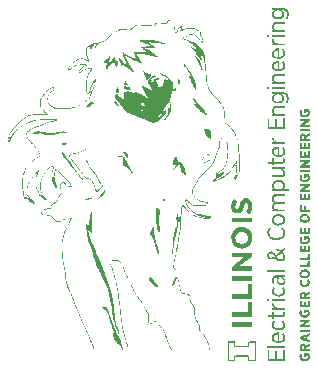
<source format=gbr>
%TF.GenerationSoftware,KiCad,Pcbnew,(6.0.11-0)*%
%TF.CreationDate,2023-11-21T01:04:18-06:00*%
%TF.ProjectId,Untitled,556e7469-746c-4656-942e-6b696361645f,rev?*%
%TF.SameCoordinates,Original*%
%TF.FileFunction,Legend,Top*%
%TF.FilePolarity,Positive*%
%FSLAX46Y46*%
G04 Gerber Fmt 4.6, Leading zero omitted, Abs format (unit mm)*
G04 Created by KiCad (PCBNEW (6.0.11-0)) date 2023-11-21 01:04:18*
%MOMM*%
%LPD*%
G01*
G04 APERTURE LIST*
G04 APERTURE END LIST*
%TO.C,*%
G36*
X88005055Y-75653886D02*
G01*
X88205038Y-75658943D01*
X88244258Y-75739436D01*
X88286593Y-75863581D01*
X88293407Y-75990198D01*
X88286137Y-76042486D01*
X88250498Y-76137139D01*
X88184559Y-76222391D01*
X88093705Y-76291355D01*
X88089669Y-76293655D01*
X88006615Y-76324640D01*
X87905315Y-76339354D01*
X87799470Y-76337622D01*
X87702783Y-76319269D01*
X87653029Y-76299245D01*
X87552094Y-76227938D01*
X87480468Y-76138526D01*
X87439589Y-76035342D01*
X87430900Y-75922716D01*
X87455841Y-75804978D01*
X87473904Y-75760938D01*
X87500415Y-75707976D01*
X87523036Y-75683053D01*
X87550640Y-75684694D01*
X87592101Y-75711421D01*
X87623691Y-75736015D01*
X87650850Y-75760666D01*
X87655522Y-75783167D01*
X87640085Y-75819291D01*
X87637107Y-75825072D01*
X87613939Y-75896522D01*
X87610485Y-75973205D01*
X87626720Y-76040258D01*
X87637479Y-76059318D01*
X87689980Y-76105921D01*
X87765308Y-76136879D01*
X87853303Y-76150391D01*
X87943805Y-76144654D01*
X88010162Y-76125423D01*
X88070932Y-76081962D01*
X88112110Y-76015787D01*
X88127043Y-75938548D01*
X88122224Y-75877289D01*
X88103689Y-75843642D01*
X88065319Y-75830261D01*
X88035692Y-75828873D01*
X87991119Y-75830677D01*
X87971313Y-75842973D01*
X87966224Y-75876088D01*
X87966057Y-75900422D01*
X87966057Y-75971971D01*
X87805071Y-75971971D01*
X87805071Y-75648828D01*
X88005055Y-75653886D01*
G37*
G36*
X86195212Y-80730000D02*
G01*
X86044853Y-80730000D01*
X86108974Y-80797077D01*
X86150491Y-80843995D01*
X86183306Y-80887175D01*
X86193097Y-80903225D01*
X86207074Y-80954286D01*
X86212397Y-81026328D01*
X86209488Y-81105728D01*
X86198772Y-81178863D01*
X86183017Y-81227632D01*
X86130516Y-81298471D01*
X86052958Y-81357362D01*
X85982366Y-81389360D01*
X85940746Y-81396738D01*
X85866162Y-81402577D01*
X85761396Y-81406757D01*
X85629230Y-81409158D01*
X85512824Y-81409718D01*
X85104085Y-81409718D01*
X85104085Y-81248732D01*
X85489237Y-81248732D01*
X85631703Y-81248125D01*
X85743232Y-81245778D01*
X85828647Y-81240904D01*
X85892772Y-81232717D01*
X85940433Y-81220427D01*
X85976452Y-81203250D01*
X86005654Y-81180396D01*
X86023833Y-81161487D01*
X86049984Y-81111521D01*
X86064929Y-81037615D01*
X86065673Y-81029335D01*
X86058075Y-80933800D01*
X86018347Y-80853537D01*
X85945998Y-80787647D01*
X85926841Y-80775685D01*
X85903020Y-80763316D01*
X85875747Y-80753891D01*
X85839752Y-80746898D01*
X85789764Y-80741825D01*
X85720514Y-80738160D01*
X85626730Y-80735392D01*
X85503143Y-80733008D01*
X85484191Y-80732692D01*
X85104085Y-80726441D01*
X85104085Y-80569014D01*
X86195212Y-80569014D01*
X86195212Y-80730000D01*
G37*
G36*
X87608310Y-87562957D02*
G01*
X87767903Y-87562957D01*
X87773072Y-87406443D01*
X87778240Y-87249929D01*
X87939226Y-87249929D01*
X87949562Y-87562957D01*
X88127043Y-87562957D01*
X88127043Y-87205211D01*
X88288029Y-87205211D01*
X88288029Y-87741831D01*
X87447324Y-87741831D01*
X87447324Y-87205211D01*
X87608310Y-87205211D01*
X87608310Y-87562957D01*
G37*
G36*
X88288029Y-94485352D02*
G01*
X87447324Y-94485352D01*
X87447324Y-94306479D01*
X88288029Y-94306479D01*
X88288029Y-94485352D01*
G37*
G36*
X88005279Y-96295857D02*
G01*
X88205488Y-96300915D01*
X88245152Y-96381408D01*
X88287111Y-96504022D01*
X88293643Y-96630741D01*
X88286137Y-96684458D01*
X88249886Y-96783230D01*
X88185067Y-96865475D01*
X88096393Y-96927791D01*
X87988575Y-96966781D01*
X87877753Y-96979123D01*
X87756426Y-96970169D01*
X87657563Y-96940513D01*
X87572684Y-96887409D01*
X87559250Y-96876041D01*
X87487952Y-96790938D01*
X87444534Y-96689642D01*
X87429859Y-96579406D01*
X87444787Y-96467484D01*
X87490180Y-96361132D01*
X87496832Y-96350454D01*
X87516409Y-96327313D01*
X87539032Y-96323198D01*
X87572544Y-96339810D01*
X87623691Y-96377987D01*
X87650850Y-96402638D01*
X87655522Y-96425138D01*
X87640085Y-96461263D01*
X87637107Y-96467044D01*
X87613939Y-96538493D01*
X87610485Y-96615177D01*
X87626720Y-96682229D01*
X87637479Y-96701289D01*
X87690913Y-96748914D01*
X87769073Y-96780571D01*
X87863162Y-96792778D01*
X87868870Y-96792817D01*
X87967558Y-96779764D01*
X88045689Y-96742655D01*
X88099523Y-96684567D01*
X88125320Y-96608575D01*
X88127043Y-96580520D01*
X88122224Y-96519261D01*
X88103689Y-96485614D01*
X88065319Y-96472233D01*
X88035692Y-96470845D01*
X87991119Y-96472649D01*
X87971313Y-96484944D01*
X87966224Y-96518059D01*
X87966057Y-96542394D01*
X87966057Y-96613943D01*
X87805071Y-96613943D01*
X87805071Y-96290800D01*
X88005279Y-96295857D01*
G37*
G36*
X86195212Y-73932817D02*
G01*
X85104085Y-73932817D01*
X85104085Y-73771831D01*
X86195212Y-73771831D01*
X86195212Y-73932817D01*
G37*
G36*
X88288029Y-80962535D02*
G01*
X87447324Y-80962535D01*
X87447324Y-80783662D01*
X88288029Y-80783662D01*
X88288029Y-80962535D01*
G37*
G36*
X87608310Y-79567324D02*
G01*
X87769296Y-79567324D01*
X87769296Y-79245352D01*
X87948169Y-79245352D01*
X87948169Y-79569284D01*
X88118099Y-79558380D01*
X88123197Y-79375035D01*
X88128294Y-79191690D01*
X88288029Y-79191690D01*
X88288029Y-79746197D01*
X87447324Y-79746197D01*
X87447324Y-79191690D01*
X87608310Y-79191690D01*
X87608310Y-79567324D01*
G37*
G36*
X87639516Y-89907456D02*
G01*
X87628101Y-89901758D01*
X87539050Y-89837162D01*
X87474831Y-89751512D01*
X87437769Y-89651558D01*
X87432245Y-89573270D01*
X87598904Y-89573270D01*
X87615126Y-89644458D01*
X87616307Y-89647324D01*
X87658079Y-89706207D01*
X87726240Y-89744062D01*
X87822348Y-89761607D01*
X87867990Y-89763098D01*
X87969842Y-89751521D01*
X88048755Y-89718241D01*
X88101757Y-89665432D01*
X88125871Y-89595269D01*
X88127043Y-89573714D01*
X88115656Y-89517916D01*
X88091874Y-89472791D01*
X88037199Y-89423768D01*
X87964545Y-89396492D01*
X87868214Y-89389159D01*
X87832393Y-89390669D01*
X87762979Y-89397620D01*
X87716395Y-89410578D01*
X87679731Y-89433960D01*
X87663730Y-89448386D01*
X87614538Y-89510291D01*
X87598904Y-89573270D01*
X87432245Y-89573270D01*
X87430184Y-89544052D01*
X87454400Y-89435743D01*
X87461693Y-89418084D01*
X87518036Y-89331624D01*
X87597123Y-89266191D01*
X87692683Y-89221883D01*
X87798446Y-89198797D01*
X87908140Y-89197032D01*
X88015496Y-89216686D01*
X88114243Y-89257856D01*
X88198111Y-89320642D01*
X88260829Y-89405140D01*
X88261063Y-89405587D01*
X88283243Y-89470643D01*
X88295385Y-89551984D01*
X88295439Y-89631025D01*
X88289783Y-89665959D01*
X88247770Y-89764901D01*
X88179446Y-89845695D01*
X88090420Y-89906340D01*
X87986303Y-89944839D01*
X87872707Y-89959190D01*
X87867990Y-89958716D01*
X87755241Y-89947396D01*
X87639516Y-89907456D01*
G37*
G36*
X88288029Y-89029718D02*
G01*
X87447324Y-89029718D01*
X87447324Y-88850845D01*
X88107813Y-88850845D01*
X88118099Y-88519929D01*
X88288029Y-88509025D01*
X88288029Y-89029718D01*
G37*
G36*
X87849789Y-95230354D02*
G01*
X87438381Y-95082668D01*
X87438381Y-94998166D01*
X87689947Y-94998166D01*
X87804644Y-95036900D01*
X87864674Y-95056498D01*
X87911150Y-95070429D01*
X87933755Y-95075633D01*
X87942300Y-95059625D01*
X87947468Y-95019063D01*
X87948169Y-94993935D01*
X87946772Y-94944513D01*
X87939484Y-94922891D01*
X87921662Y-94921116D01*
X87907923Y-94925003D01*
X87867507Y-94938205D01*
X87810088Y-94957389D01*
X87778812Y-94967967D01*
X87689947Y-94998166D01*
X87438381Y-94998166D01*
X87438381Y-94908173D01*
X87827075Y-94769630D01*
X87940156Y-94729385D01*
X88043564Y-94692699D01*
X88131987Y-94661445D01*
X88200115Y-94637500D01*
X88242637Y-94622737D01*
X88252887Y-94619306D01*
X88274182Y-94615212D01*
X88284438Y-94625669D01*
X88286564Y-94658328D01*
X88284544Y-94702529D01*
X88280089Y-94757994D01*
X88269526Y-94789479D01*
X88244759Y-94808721D01*
X88198592Y-94827128D01*
X88118099Y-94856724D01*
X88107817Y-95140486D01*
X88279085Y-95193508D01*
X88284492Y-95286613D01*
X88285044Y-95338558D01*
X88280656Y-95371977D01*
X88275548Y-95378879D01*
X88255383Y-95372836D01*
X88206341Y-95356300D01*
X88133190Y-95330933D01*
X88040700Y-95298400D01*
X87933755Y-95260406D01*
X87933638Y-95260364D01*
X87849789Y-95230354D01*
G37*
G36*
X84889437Y-73932817D02*
G01*
X84710564Y-73932817D01*
X84710564Y-73753943D01*
X84889437Y-73753943D01*
X84889437Y-73932817D01*
G37*
G36*
X83422676Y-90174507D02*
G01*
X81687606Y-90174507D01*
X81687606Y-89780986D01*
X83422676Y-89780986D01*
X83422676Y-90174507D01*
G37*
G36*
X86195212Y-83019577D02*
G01*
X85800802Y-83019577D01*
X85660313Y-83020008D01*
X85550734Y-83021911D01*
X85467209Y-83026199D01*
X85404877Y-83033786D01*
X85358880Y-83045585D01*
X85324358Y-83062511D01*
X85296454Y-83085475D01*
X85270308Y-83115393D01*
X85266650Y-83120012D01*
X85234102Y-83187948D01*
X85230357Y-83264461D01*
X85252844Y-83340936D01*
X85298994Y-83408760D01*
X85366235Y-83459319D01*
X85368205Y-83460308D01*
X85395420Y-83471679D01*
X85428760Y-83480398D01*
X85473488Y-83486928D01*
X85534866Y-83491730D01*
X85618157Y-83495266D01*
X85728624Y-83497999D01*
X85815106Y-83499524D01*
X86195212Y-83505609D01*
X86195212Y-83661683D01*
X85773454Y-83667074D01*
X85351695Y-83672464D01*
X85288413Y-83741552D01*
X85250958Y-83785922D01*
X85233717Y-83821907D01*
X85231003Y-83865801D01*
X85233588Y-83898650D01*
X85252769Y-83982103D01*
X85284860Y-84032494D01*
X85317061Y-84064978D01*
X85348762Y-84089966D01*
X85385168Y-84108546D01*
X85431487Y-84121804D01*
X85492922Y-84130830D01*
X85574680Y-84136711D01*
X85681965Y-84140534D01*
X85815106Y-84143302D01*
X86195212Y-84150037D01*
X86195212Y-84289577D01*
X85104085Y-84289577D01*
X85104085Y-84146479D01*
X85254444Y-84146479D01*
X85190323Y-84079401D01*
X85135538Y-84016678D01*
X85103712Y-83962485D01*
X85089182Y-83903892D01*
X85086198Y-83841801D01*
X85101040Y-83731169D01*
X85145324Y-83640316D01*
X85204379Y-83580355D01*
X85263864Y-83534984D01*
X85208260Y-83488197D01*
X85142608Y-83410381D01*
X85101073Y-83310725D01*
X85086590Y-83198171D01*
X85099307Y-83092261D01*
X85140412Y-83005656D01*
X85212936Y-82932429D01*
X85228167Y-82921197D01*
X85303829Y-82867535D01*
X85749520Y-82861929D01*
X86195212Y-82856324D01*
X86195212Y-83019577D01*
G37*
G36*
X85358771Y-79636808D02*
G01*
X85245603Y-79568140D01*
X85155837Y-79473150D01*
X85144676Y-79456972D01*
X85119184Y-79414245D01*
X85104249Y-79373773D01*
X85097150Y-79323510D01*
X85095166Y-79251412D01*
X85095155Y-79245352D01*
X85229296Y-79245352D01*
X85235279Y-79312068D01*
X85257241Y-79362683D01*
X85276265Y-79387862D01*
X85352182Y-79454107D01*
X85449353Y-79503216D01*
X85520797Y-79523103D01*
X85587043Y-79535530D01*
X85587043Y-78957534D01*
X85519965Y-78969706D01*
X85414006Y-79002928D01*
X85322019Y-79058650D01*
X85276265Y-79102841D01*
X85243971Y-79152263D01*
X85230689Y-79208584D01*
X85229296Y-79245352D01*
X85095155Y-79245352D01*
X85095141Y-79237714D01*
X85096537Y-79161567D01*
X85102496Y-79109426D01*
X85115674Y-79069573D01*
X85138730Y-79030291D01*
X85143893Y-79022726D01*
X85217354Y-78938590D01*
X85308578Y-78876199D01*
X85422274Y-78833256D01*
X85563149Y-78807468D01*
X85591515Y-78804494D01*
X85712254Y-78793031D01*
X85712254Y-79535530D01*
X85779331Y-79523571D01*
X85886579Y-79488856D01*
X85971807Y-79430109D01*
X86032592Y-79352608D01*
X86066515Y-79261631D01*
X86071153Y-79162456D01*
X86044085Y-79060361D01*
X86016239Y-79007167D01*
X85960471Y-78917455D01*
X86005613Y-78872313D01*
X86036982Y-78843455D01*
X86057519Y-78838297D01*
X86081129Y-78854694D01*
X86086811Y-78859800D01*
X86148742Y-78938233D01*
X86190752Y-79038116D01*
X86211623Y-79150401D01*
X86210136Y-79266040D01*
X86185071Y-79375987D01*
X86163144Y-79426327D01*
X86089116Y-79531484D01*
X85990822Y-79610666D01*
X85868987Y-79663497D01*
X85724334Y-79689604D01*
X85649648Y-79692535D01*
X85587043Y-79686890D01*
X85493924Y-79678493D01*
X85358771Y-79636808D01*
G37*
G36*
X88288029Y-77528169D02*
G01*
X87447324Y-77528169D01*
X87447324Y-77349295D01*
X88288029Y-77349295D01*
X88288029Y-77528169D01*
G37*
G36*
X84889437Y-69550422D02*
G01*
X84710564Y-69550422D01*
X84710564Y-69371549D01*
X84889437Y-69371549D01*
X84889437Y-69550422D01*
G37*
G36*
X88184808Y-90046439D02*
G01*
X88197841Y-90057560D01*
X88247248Y-90123195D01*
X88280794Y-90210287D01*
X88295176Y-90306796D01*
X88289221Y-90390647D01*
X88252547Y-90492886D01*
X88187796Y-90575029D01*
X88097640Y-90635265D01*
X87984748Y-90671784D01*
X87858082Y-90682854D01*
X87726111Y-90667996D01*
X87615835Y-90626451D01*
X87528890Y-90559245D01*
X87466911Y-90467407D01*
X87450407Y-90426732D01*
X87431184Y-90321657D01*
X87440865Y-90213387D01*
X87462770Y-90147676D01*
X87496172Y-90083221D01*
X87526279Y-90050677D01*
X87558899Y-90047356D01*
X87599836Y-90070570D01*
X87610781Y-90079171D01*
X87648962Y-90109988D01*
X87673660Y-90129585D01*
X87677427Y-90132420D01*
X87672067Y-90147709D01*
X87650403Y-90179398D01*
X87646124Y-90184921D01*
X87615597Y-90246502D01*
X87607497Y-90316306D01*
X87621688Y-90381287D01*
X87648557Y-90420620D01*
X87718375Y-90466371D01*
X87801716Y-90491344D01*
X87889874Y-90496173D01*
X87974147Y-90481492D01*
X88045831Y-90447936D01*
X88096223Y-90396140D01*
X88101000Y-90387631D01*
X88124634Y-90315946D01*
X88115317Y-90249395D01*
X88083636Y-90194171D01*
X88040229Y-90135336D01*
X88102039Y-90081067D01*
X88140864Y-90048837D01*
X88164713Y-90038213D01*
X88184808Y-90046439D01*
G37*
G36*
X86195212Y-91891690D02*
G01*
X85104085Y-91891690D01*
X85104085Y-91730704D01*
X86195212Y-91730704D01*
X86195212Y-91891690D01*
G37*
G36*
X83422676Y-85237605D02*
G01*
X81687606Y-85237605D01*
X81687606Y-84861971D01*
X83422676Y-84861971D01*
X83422676Y-85237605D01*
G37*
G36*
X86195212Y-95826901D02*
G01*
X84674789Y-95826901D01*
X84674789Y-95665915D01*
X86195212Y-95665915D01*
X86195212Y-95826901D01*
G37*
G36*
X88005055Y-92611069D02*
G01*
X88205038Y-92616126D01*
X88244281Y-92696619D01*
X88285767Y-92819749D01*
X88292114Y-92948140D01*
X88285240Y-92999669D01*
X88250892Y-93093310D01*
X88186131Y-93178041D01*
X88096257Y-93247056D01*
X88089669Y-93250838D01*
X88006615Y-93281823D01*
X87905315Y-93296537D01*
X87799470Y-93294805D01*
X87702783Y-93276452D01*
X87653029Y-93256428D01*
X87552701Y-93185531D01*
X87481057Y-93096614D01*
X87439661Y-92994427D01*
X87430079Y-92883717D01*
X87453875Y-92769234D01*
X87475666Y-92718198D01*
X87503256Y-92666412D01*
X87526284Y-92642207D01*
X87553874Y-92644183D01*
X87595146Y-92670938D01*
X87626190Y-92695083D01*
X87655223Y-92720694D01*
X87660349Y-92742280D01*
X87644001Y-92775849D01*
X87639605Y-92783316D01*
X87618255Y-92838199D01*
X87608389Y-92900512D01*
X87608310Y-92905575D01*
X87623499Y-92986971D01*
X87667601Y-93048925D01*
X87738415Y-93089658D01*
X87833743Y-93107390D01*
X87858419Y-93108028D01*
X87963372Y-93095955D01*
X88044191Y-93060852D01*
X88098759Y-93004389D01*
X88124961Y-92928240D01*
X88127043Y-92895731D01*
X88122224Y-92834472D01*
X88103689Y-92800825D01*
X88065319Y-92787444D01*
X88035692Y-92786056D01*
X87991119Y-92787860D01*
X87971313Y-92800156D01*
X87966224Y-92833271D01*
X87966057Y-92857605D01*
X87966057Y-92929155D01*
X87805071Y-92929155D01*
X87805071Y-92606011D01*
X88005055Y-92611069D01*
G37*
G36*
X85698909Y-88516948D02*
G01*
X85640943Y-88498945D01*
X85585695Y-88466523D01*
X85583502Y-88464988D01*
X85532835Y-88423028D01*
X85478917Y-88368604D01*
X85430531Y-88311672D01*
X85396456Y-88262185D01*
X85387249Y-88242521D01*
X85369487Y-88240189D01*
X85328072Y-88256734D01*
X85274682Y-88286238D01*
X85163351Y-88336752D01*
X85053259Y-88355887D01*
X85051032Y-88355640D01*
X84949261Y-88344353D01*
X84856212Y-88302857D01*
X84778968Y-88232109D01*
X84763919Y-88211730D01*
X84740164Y-88171467D01*
X84726624Y-88129457D01*
X84720641Y-88073626D01*
X84719507Y-88010059D01*
X84719899Y-87989989D01*
X84851982Y-87989989D01*
X84854280Y-88057031D01*
X84879872Y-88119363D01*
X84928983Y-88168834D01*
X84972996Y-88190026D01*
X85051032Y-88202473D01*
X85130824Y-88186364D01*
X85205853Y-88147127D01*
X85497606Y-88147127D01*
X85511574Y-88181852D01*
X85547815Y-88226801D01*
X85597831Y-88273948D01*
X85653126Y-88315265D01*
X85704283Y-88342378D01*
X85799514Y-88362775D01*
X85886683Y-88352412D01*
X85961625Y-88316091D01*
X86020173Y-88258614D01*
X86058160Y-88184783D01*
X86071418Y-88099399D01*
X86055783Y-88007265D01*
X86035864Y-87960238D01*
X85998591Y-87901899D01*
X85952978Y-87847708D01*
X85948025Y-87842867D01*
X85894323Y-87791861D01*
X85695964Y-87957546D01*
X85625284Y-88018161D01*
X85565717Y-88072250D01*
X85522194Y-88115101D01*
X85499649Y-88141999D01*
X85497606Y-88147127D01*
X85205853Y-88147127D01*
X85219179Y-88140158D01*
X85232308Y-88131412D01*
X85315814Y-88074542D01*
X85282283Y-88008817D01*
X85244799Y-87951901D01*
X85197951Y-87900489D01*
X85192927Y-87896118D01*
X85118781Y-87848582D01*
X85043873Y-87833590D01*
X84982605Y-87842128D01*
X84916370Y-87874385D01*
X84872754Y-87926390D01*
X84851982Y-87989989D01*
X84719899Y-87989989D01*
X84720938Y-87936767D01*
X84727190Y-87887314D01*
X84741204Y-87849816D01*
X84765921Y-87812386D01*
X84769622Y-87807497D01*
X84837150Y-87738484D01*
X84915842Y-87698486D01*
X85013854Y-87683733D01*
X85037779Y-87683491D01*
X85113031Y-87689143D01*
X85171460Y-87707763D01*
X85212318Y-87731365D01*
X85274060Y-87783140D01*
X85338843Y-87855206D01*
X85395662Y-87934956D01*
X85407623Y-87955130D01*
X85420321Y-87961341D01*
X85445885Y-87951543D01*
X85488268Y-87923328D01*
X85551426Y-87874292D01*
X85584006Y-87847806D01*
X85647641Y-87794525D01*
X85699706Y-87748832D01*
X85734669Y-87715726D01*
X85747004Y-87700462D01*
X85739350Y-87690480D01*
X85712929Y-87674272D01*
X85664132Y-87650046D01*
X85589352Y-87616010D01*
X85485792Y-87570722D01*
X85461923Y-87557587D01*
X85456435Y-87539261D01*
X85467577Y-87503728D01*
X85473776Y-87488224D01*
X85500405Y-87422433D01*
X85566941Y-87445909D01*
X85616396Y-87465847D01*
X85683459Y-87496054D01*
X85754055Y-87530176D01*
X85757621Y-87531969D01*
X85881765Y-87594555D01*
X86004020Y-87489071D01*
X86059596Y-87443528D01*
X86105735Y-87410169D01*
X86135548Y-87393772D01*
X86142023Y-87393321D01*
X86162325Y-87413482D01*
X86191044Y-87449836D01*
X86194567Y-87454728D01*
X86231363Y-87506403D01*
X86186943Y-87541343D01*
X86145359Y-87575334D01*
X86094720Y-87618373D01*
X86078114Y-87632836D01*
X86013704Y-87689389D01*
X86071036Y-87754686D01*
X86147732Y-87864373D01*
X86195601Y-87982396D01*
X86214259Y-88103070D01*
X86203322Y-88220711D01*
X86162404Y-88329631D01*
X86114600Y-88398952D01*
X86034839Y-88470288D01*
X85940577Y-88512433D01*
X85827212Y-88527111D01*
X85799514Y-88526353D01*
X85776005Y-88525710D01*
X85698909Y-88516948D01*
G37*
G36*
X88288029Y-80082912D02*
G01*
X88042078Y-80245206D01*
X87796127Y-80407499D01*
X88042078Y-80407764D01*
X88288029Y-80408028D01*
X88288029Y-80586901D01*
X87447324Y-80586901D01*
X87447324Y-80416788D01*
X87684331Y-80260680D01*
X87921338Y-80104573D01*
X87447324Y-80103943D01*
X87447324Y-79925070D01*
X88288029Y-79925070D01*
X88288029Y-80082912D01*
G37*
G36*
X85405330Y-95391813D02*
G01*
X85293817Y-95338899D01*
X85198773Y-95264029D01*
X85143753Y-95196422D01*
X85118954Y-95154755D01*
X85104313Y-95114838D01*
X85097249Y-95064952D01*
X85095182Y-94993379D01*
X85095149Y-94979080D01*
X85229363Y-94979080D01*
X85246271Y-95064410D01*
X85294524Y-95140149D01*
X85370174Y-95202549D01*
X85469269Y-95247860D01*
X85528909Y-95263455D01*
X85587043Y-95275236D01*
X85587043Y-94696018D01*
X85519965Y-94708109D01*
X85407045Y-94740934D01*
X85319720Y-94792844D01*
X85260465Y-94861534D01*
X85231751Y-94944697D01*
X85229363Y-94979080D01*
X85095149Y-94979080D01*
X85095141Y-94975628D01*
X85096298Y-94899905D01*
X85101659Y-94848208D01*
X85114059Y-94808818D01*
X85136336Y-94770012D01*
X85149556Y-94750731D01*
X85226069Y-94670914D01*
X85329106Y-94607571D01*
X85451938Y-94563972D01*
X85574099Y-94544299D01*
X85712254Y-94533850D01*
X85712254Y-94903122D01*
X85712928Y-95013682D01*
X85714812Y-95111022D01*
X85717696Y-95189871D01*
X85721372Y-95244960D01*
X85725630Y-95271018D01*
X85726895Y-95272394D01*
X85751224Y-95267650D01*
X85797362Y-95255523D01*
X85830235Y-95246053D01*
X85921973Y-95202006D01*
X86001961Y-95132121D01*
X86051668Y-95060215D01*
X86072237Y-94985836D01*
X86070099Y-94897291D01*
X86047400Y-94806151D01*
X86006283Y-94723984D01*
X85983964Y-94694849D01*
X85967962Y-94671353D01*
X85972434Y-94650022D01*
X86000429Y-94618350D01*
X86003329Y-94615441D01*
X86035607Y-94585497D01*
X86056381Y-94579002D01*
X86078931Y-94593603D01*
X86086811Y-94600645D01*
X86148335Y-94678662D01*
X86190249Y-94778335D01*
X86211276Y-94890603D01*
X86210140Y-95006403D01*
X86185566Y-95116674D01*
X86166010Y-95163105D01*
X86099561Y-95258660D01*
X86009494Y-95333566D01*
X85901537Y-95387635D01*
X85781415Y-95420681D01*
X85654855Y-95432517D01*
X85587043Y-95427423D01*
X85527585Y-95422956D01*
X85405330Y-95391813D01*
G37*
G36*
X85247184Y-93090140D02*
G01*
X85995855Y-93090140D01*
X86034446Y-93041080D01*
X86057322Y-93005336D01*
X86065879Y-92966991D01*
X86062881Y-92911301D01*
X86061288Y-92897981D01*
X86049539Y-92803943D01*
X86113874Y-92803943D01*
X86160678Y-92809082D01*
X86186046Y-92829544D01*
X86195654Y-92849826D01*
X86209639Y-92917649D01*
X86210733Y-93000578D01*
X86199541Y-93080588D01*
X86186579Y-93121091D01*
X86153611Y-93170074D01*
X86106953Y-93211978D01*
X86102315Y-93214933D01*
X86080582Y-93226734D01*
X86055883Y-93235651D01*
X86023145Y-93242085D01*
X85977296Y-93246437D01*
X85913262Y-93249108D01*
X85825971Y-93250499D01*
X85710349Y-93251009D01*
X85645176Y-93251060D01*
X85247184Y-93251126D01*
X85247184Y-93394225D01*
X85104085Y-93394225D01*
X85104085Y-93251126D01*
X84782113Y-93251126D01*
X84782113Y-93090140D01*
X85104085Y-93090140D01*
X85104085Y-92803943D01*
X85247184Y-92803943D01*
X85247184Y-93090140D01*
G37*
G36*
X85321964Y-72356843D02*
G01*
X85218503Y-72284685D01*
X85140623Y-72187599D01*
X85121213Y-72151459D01*
X85091160Y-72053749D01*
X85087432Y-71972971D01*
X85231665Y-71972971D01*
X85233338Y-71995825D01*
X85246797Y-72072026D01*
X85274909Y-72125936D01*
X85284441Y-72137019D01*
X85359545Y-72196969D01*
X85454088Y-72242484D01*
X85520797Y-72260849D01*
X85587043Y-72273277D01*
X85587043Y-71695280D01*
X85519965Y-71707453D01*
X85411300Y-71741896D01*
X85317577Y-71800278D01*
X85274352Y-71842861D01*
X85245198Y-71882721D01*
X85232388Y-71920796D01*
X85231665Y-71972971D01*
X85087432Y-71972971D01*
X85086194Y-71946143D01*
X85105473Y-71841204D01*
X85148003Y-71751717D01*
X85222118Y-71673564D01*
X85322558Y-71609870D01*
X85441631Y-71564034D01*
X85571642Y-71539450D01*
X85636233Y-71536195D01*
X85712254Y-71535915D01*
X85712254Y-72273277D01*
X85779331Y-72261010D01*
X85874874Y-72229525D01*
X85959634Y-72175614D01*
X86022334Y-72106783D01*
X86029946Y-72094213D01*
X86064135Y-71998884D01*
X86068695Y-71895280D01*
X86044766Y-71793374D01*
X85993487Y-71703142D01*
X85983964Y-71691750D01*
X85967962Y-71668254D01*
X85972434Y-71646923D01*
X86000429Y-71615252D01*
X86003329Y-71612343D01*
X86035607Y-71582398D01*
X86056381Y-71575903D01*
X86078931Y-71590505D01*
X86086811Y-71597546D01*
X86148742Y-71675980D01*
X86190752Y-71775862D01*
X86211623Y-71888147D01*
X86210136Y-72003787D01*
X86185071Y-72113733D01*
X86163144Y-72164074D01*
X86088911Y-72270298D01*
X85991473Y-72349363D01*
X85871001Y-72401186D01*
X85727668Y-72425687D01*
X85605101Y-72426074D01*
X85587043Y-72423489D01*
X85450874Y-72403997D01*
X85321964Y-72356843D01*
G37*
G36*
X83239331Y-90446641D02*
G01*
X83413733Y-90451760D01*
X83418436Y-91073345D01*
X83423140Y-91694929D01*
X81687606Y-91694929D01*
X81687606Y-91319295D01*
X83064930Y-91319295D01*
X83064930Y-90441521D01*
X83239331Y-90446641D01*
G37*
G36*
X83041871Y-83179478D02*
G01*
X83161762Y-83227996D01*
X83264211Y-83305393D01*
X83345133Y-83408835D01*
X83386567Y-83494649D01*
X83407162Y-83569161D01*
X83423230Y-83666199D01*
X83433633Y-83772673D01*
X83437231Y-83875496D01*
X83432889Y-83961578D01*
X83429250Y-83985493D01*
X83408734Y-84067367D01*
X83378574Y-84156540D01*
X83341656Y-84247401D01*
X83300866Y-84334343D01*
X83259089Y-84411755D01*
X83219212Y-84474031D01*
X83184121Y-84515559D01*
X83156700Y-84530732D01*
X83149661Y-84528905D01*
X83125962Y-84511748D01*
X83083412Y-84478123D01*
X83030431Y-84434712D01*
X83020212Y-84426186D01*
X82967351Y-84381968D01*
X82924689Y-84346304D01*
X82900062Y-84325744D01*
X82897994Y-84324024D01*
X82899634Y-84304269D01*
X82918934Y-84265412D01*
X82945723Y-84224497D01*
X83008568Y-84121574D01*
X83054175Y-84014962D01*
X83082629Y-83909354D01*
X83094015Y-83809445D01*
X83088420Y-83719927D01*
X83065927Y-83645496D01*
X83026624Y-83590844D01*
X82970595Y-83560665D01*
X82933547Y-83556197D01*
X82887738Y-83563301D01*
X82848557Y-83587178D01*
X82813605Y-83631676D01*
X82780487Y-83700644D01*
X82746804Y-83797930D01*
X82716062Y-83905305D01*
X82664737Y-84071854D01*
X82608343Y-84205338D01*
X82544363Y-84308372D01*
X82470281Y-84383575D01*
X82383583Y-84433564D01*
X82281751Y-84460955D01*
X82174773Y-84468450D01*
X82044529Y-84452482D01*
X81930047Y-84406548D01*
X81833090Y-84333604D01*
X81755420Y-84236606D01*
X81698799Y-84118510D01*
X81664989Y-83982270D01*
X81655754Y-83830844D01*
X81672854Y-83667187D01*
X81678858Y-83636690D01*
X81707111Y-83535717D01*
X81748409Y-83429101D01*
X81796768Y-83330538D01*
X81846178Y-83253758D01*
X81879841Y-83210684D01*
X82024184Y-83312406D01*
X82168527Y-83414127D01*
X82099340Y-83543296D01*
X82044206Y-83665889D01*
X82012081Y-83782096D01*
X82003390Y-83886999D01*
X82018560Y-83975684D01*
X82056254Y-84041318D01*
X82102861Y-84068828D01*
X82162134Y-84072974D01*
X82220931Y-84055169D01*
X82264570Y-84018947D01*
X82282769Y-83983892D01*
X82306849Y-83922656D01*
X82333747Y-83843699D01*
X82360397Y-83755478D01*
X82361764Y-83750637D01*
X82415859Y-83579804D01*
X82473845Y-83442164D01*
X82538090Y-83335170D01*
X82610967Y-83256273D01*
X82694844Y-83202925D01*
X82792092Y-83172578D01*
X82905081Y-83162683D01*
X82908618Y-83162676D01*
X83041871Y-83179478D01*
G37*
G36*
X86195212Y-68423521D02*
G01*
X85810060Y-68423521D01*
X85667593Y-68424128D01*
X85556065Y-68426475D01*
X85470650Y-68431349D01*
X85406524Y-68439536D01*
X85358864Y-68451825D01*
X85322845Y-68469003D01*
X85293643Y-68491857D01*
X85275463Y-68510766D01*
X85249312Y-68560732D01*
X85234367Y-68634638D01*
X85233623Y-68642918D01*
X85232364Y-68708057D01*
X85243960Y-68756215D01*
X85268306Y-68799155D01*
X85296501Y-68837546D01*
X85326195Y-68867211D01*
X85362253Y-68889265D01*
X85409541Y-68904820D01*
X85472923Y-68914992D01*
X85557265Y-68920892D01*
X85667431Y-68923636D01*
X85808287Y-68924337D01*
X85815106Y-68924338D01*
X86195212Y-68924366D01*
X86195212Y-69085352D01*
X85104085Y-69085352D01*
X85104085Y-68924366D01*
X85252008Y-68924366D01*
X85204378Y-68886900D01*
X85141181Y-68815376D01*
X85100692Y-68721477D01*
X85086200Y-68612872D01*
X85086198Y-68611338D01*
X85101252Y-68497703D01*
X85146235Y-68403378D01*
X85220879Y-68328896D01*
X85232762Y-68320689D01*
X85307071Y-68271479D01*
X85751141Y-68266132D01*
X86195212Y-68260786D01*
X86195212Y-68423521D01*
G37*
G36*
X86195212Y-89423627D02*
G01*
X85439472Y-89418961D01*
X84683733Y-89414295D01*
X84678232Y-89338274D01*
X84672732Y-89262253D01*
X86195212Y-89262253D01*
X86195212Y-89423627D01*
G37*
G36*
X87447324Y-91502361D02*
G01*
X87448448Y-91404130D01*
X87452446Y-91333805D01*
X87460261Y-91283567D01*
X87472833Y-91245599D01*
X87480009Y-91230962D01*
X87533068Y-91166868D01*
X87606194Y-91124682D01*
X87690787Y-91104912D01*
X87778246Y-91108068D01*
X87859967Y-91134658D01*
X87927351Y-91185193D01*
X87942394Y-91203588D01*
X87976106Y-91249867D01*
X88118652Y-91168447D01*
X88182703Y-91132633D01*
X88235020Y-91104818D01*
X88267908Y-91089025D01*
X88274613Y-91086893D01*
X88282000Y-91102983D01*
X88286872Y-91144581D01*
X88288029Y-91183920D01*
X88288029Y-91281080D01*
X88153874Y-91357409D01*
X88087757Y-91396443D01*
X88047483Y-91425128D01*
X88026947Y-91449215D01*
X88020045Y-91474458D01*
X88019719Y-91483840D01*
X88019719Y-91533943D01*
X88288029Y-91533943D01*
X88288029Y-91712817D01*
X87447324Y-91712817D01*
X87447324Y-91533943D01*
X87608310Y-91533943D01*
X87840845Y-91533943D01*
X87840845Y-91436577D01*
X87838123Y-91375706D01*
X87827518Y-91338844D01*
X87805374Y-91314474D01*
X87801091Y-91311366D01*
X87739409Y-91284134D01*
X87684681Y-91289367D01*
X87641594Y-91323825D01*
X87614839Y-91384272D01*
X87608310Y-91444507D01*
X87608310Y-91533943D01*
X87447324Y-91533943D01*
X87447324Y-91502361D01*
G37*
G36*
X85837675Y-90533663D02*
G01*
X85739189Y-90510547D01*
X85649947Y-90457596D01*
X85639494Y-90448539D01*
X85572010Y-90364310D01*
X85531714Y-90257824D01*
X85518420Y-90128467D01*
X85520866Y-90073145D01*
X85642430Y-90073145D01*
X85649407Y-90181635D01*
X85680351Y-90266808D01*
X85734611Y-90327150D01*
X85811533Y-90361145D01*
X85842719Y-90366431D01*
X85932678Y-90361800D01*
X86004431Y-90328050D01*
X86054788Y-90268531D01*
X86080557Y-90186597D01*
X86082048Y-90115040D01*
X86069886Y-90050329D01*
X86047880Y-89994104D01*
X86039551Y-89980885D01*
X85967486Y-89907084D01*
X85882020Y-89865191D01*
X85782640Y-89852535D01*
X85679444Y-89852535D01*
X85660074Y-89942852D01*
X85642430Y-90073145D01*
X85520866Y-90073145D01*
X85521486Y-90059128D01*
X85528492Y-89989583D01*
X85536561Y-89929553D01*
X85543771Y-89892781D01*
X85547531Y-89864925D01*
X85530577Y-89854094D01*
X85499118Y-89852535D01*
X85414129Y-89866734D01*
X85336045Y-89904827D01*
X85287445Y-89949274D01*
X85247487Y-90027669D01*
X85236611Y-90124935D01*
X85254701Y-90242186D01*
X85256541Y-90249262D01*
X85275906Y-90324457D01*
X85285029Y-90372788D01*
X85282946Y-90401941D01*
X85268692Y-90419603D01*
X85241305Y-90433461D01*
X85233007Y-90436935D01*
X85174111Y-90461428D01*
X85145791Y-90393988D01*
X85105447Y-90264651D01*
X85090485Y-90134726D01*
X85100404Y-90011285D01*
X85134704Y-89901401D01*
X85186413Y-89819465D01*
X85222291Y-89781643D01*
X85260787Y-89751984D01*
X85306623Y-89729525D01*
X85364522Y-89713305D01*
X85439205Y-89702360D01*
X85535395Y-89695727D01*
X85657812Y-89692444D01*
X85811180Y-89691549D01*
X86195212Y-89691549D01*
X86195212Y-89852535D01*
X86063307Y-89852535D01*
X86109330Y-89901725D01*
X86169282Y-89981124D01*
X86202377Y-90067205D01*
X86213072Y-90171846D01*
X86213099Y-90178369D01*
X86203928Y-90283412D01*
X86179913Y-90353211D01*
X86116523Y-90436719D01*
X86033549Y-90495478D01*
X85938197Y-90528216D01*
X85842719Y-90533390D01*
X85837675Y-90533663D01*
G37*
G36*
X87643976Y-85212529D02*
G01*
X87567212Y-85166780D01*
X87513717Y-85113633D01*
X87457714Y-85021581D01*
X87431773Y-84920068D01*
X87432864Y-84878461D01*
X87598795Y-84878461D01*
X87616062Y-84943680D01*
X87658848Y-85001807D01*
X87696026Y-85029680D01*
X87766319Y-85055023D01*
X87853161Y-85064537D01*
X87940893Y-85057965D01*
X88013855Y-85035051D01*
X88014161Y-85034892D01*
X88080168Y-84984913D01*
X88118354Y-84921922D01*
X88126712Y-84852904D01*
X88103238Y-84784848D01*
X88090988Y-84767298D01*
X88030414Y-84718368D01*
X87944963Y-84690876D01*
X87839446Y-84686295D01*
X87829155Y-84687054D01*
X87729242Y-84708763D01*
X87654973Y-84755286D01*
X87610997Y-84816078D01*
X87598795Y-84878461D01*
X87432864Y-84878461D01*
X87434499Y-84816135D01*
X87464492Y-84716825D01*
X87520358Y-84629181D01*
X87600698Y-84560246D01*
X87626361Y-84545776D01*
X87737047Y-84505910D01*
X87853767Y-84492446D01*
X87969561Y-84503685D01*
X88077468Y-84537925D01*
X88170529Y-84593467D01*
X88241783Y-84668611D01*
X88261124Y-84700844D01*
X88286417Y-84775530D01*
X88297307Y-84863957D01*
X88292530Y-84948727D01*
X88282127Y-84989239D01*
X88231318Y-85091060D01*
X88162906Y-85165621D01*
X88073652Y-85214887D01*
X87960315Y-85240826D01*
X87858733Y-85246157D01*
X87853161Y-85245780D01*
X87738698Y-85238046D01*
X87643976Y-85212529D01*
G37*
G36*
X86096185Y-90710519D02*
G01*
X86154833Y-90787964D01*
X86194622Y-90886713D01*
X86213906Y-90996710D01*
X86211039Y-91107897D01*
X86184373Y-91210217D01*
X86179727Y-91220915D01*
X86137947Y-91286805D01*
X86075319Y-91356048D01*
X86003478Y-91417005D01*
X85950330Y-91450397D01*
X85829334Y-91493807D01*
X85694674Y-91510613D01*
X85555369Y-91501875D01*
X85420439Y-91468653D01*
X85298903Y-91412006D01*
X85235159Y-91366369D01*
X85162385Y-91283174D01*
X85113538Y-91181648D01*
X85089280Y-91069783D01*
X85090272Y-90955569D01*
X85117176Y-90847000D01*
X85170652Y-90752067D01*
X85183073Y-90737133D01*
X85238240Y-90674606D01*
X85297469Y-90721851D01*
X85333850Y-90752362D01*
X85345466Y-90771914D01*
X85335555Y-90791808D01*
X85321920Y-90807188D01*
X85260927Y-90896338D01*
X85233408Y-90990204D01*
X85239274Y-91083935D01*
X85278432Y-91172681D01*
X85329945Y-91233382D01*
X85414861Y-91293889D01*
X85516811Y-91329647D01*
X85641635Y-91342627D01*
X85653828Y-91342744D01*
X85777189Y-91330248D01*
X85885577Y-91293777D01*
X85973158Y-91236059D01*
X86030160Y-91166850D01*
X86062607Y-91076988D01*
X86063876Y-90978939D01*
X86034508Y-90881065D01*
X86008713Y-90835121D01*
X85959133Y-90760201D01*
X86005135Y-90714200D01*
X86051136Y-90668198D01*
X86096185Y-90710519D01*
G37*
G36*
X87608310Y-86042535D02*
G01*
X87769296Y-86042535D01*
X87769296Y-85720563D01*
X87948169Y-85720563D01*
X87948169Y-86042535D01*
X88127043Y-86042535D01*
X88127043Y-85666901D01*
X88288029Y-85666901D01*
X88288029Y-86221408D01*
X87447324Y-86221408D01*
X87447324Y-85666901D01*
X87608310Y-85666901D01*
X87608310Y-86042535D01*
G37*
G36*
X85640075Y-85496927D02*
G01*
X85510917Y-85483282D01*
X85387633Y-85445186D01*
X85276098Y-85381968D01*
X85216348Y-85330789D01*
X85142327Y-85232458D01*
X85098208Y-85118375D01*
X85085327Y-84994328D01*
X85088245Y-84975332D01*
X85233148Y-84975332D01*
X85234445Y-85065375D01*
X85265616Y-85147373D01*
X85323723Y-85217920D01*
X85405826Y-85273605D01*
X85508985Y-85311022D01*
X85630262Y-85326761D01*
X85649648Y-85327042D01*
X85782872Y-85314535D01*
X85892345Y-85276314D01*
X85980231Y-85211330D01*
X86036539Y-85139225D01*
X86062340Y-85069936D01*
X86068682Y-84987280D01*
X86055086Y-84908211D01*
X86043812Y-84881101D01*
X85985109Y-84804567D01*
X85900932Y-84745101D01*
X85798356Y-84704928D01*
X85684456Y-84686274D01*
X85566309Y-84691365D01*
X85492801Y-84707789D01*
X85383959Y-84754669D01*
X85304067Y-84821522D01*
X85264666Y-84880653D01*
X85233148Y-84975332D01*
X85088245Y-84975332D01*
X85105021Y-84866101D01*
X85107233Y-84858516D01*
X85147040Y-84776489D01*
X85213230Y-84695254D01*
X85297358Y-84623770D01*
X85368559Y-84581250D01*
X85420541Y-84557571D01*
X85466789Y-84542754D01*
X85518553Y-84534806D01*
X85587087Y-84531730D01*
X85649648Y-84531405D01*
X85742972Y-84533271D01*
X85811155Y-84539469D01*
X85864719Y-84551538D01*
X85911204Y-84569636D01*
X86009329Y-84627875D01*
X86096567Y-84704359D01*
X86162238Y-84789198D01*
X86176279Y-84815094D01*
X86205803Y-84910188D01*
X86213986Y-85019503D01*
X86201106Y-85128757D01*
X86168361Y-85221916D01*
X86097954Y-85320444D01*
X86004047Y-85397881D01*
X85892515Y-85453555D01*
X85769233Y-85486794D01*
X85649648Y-85496176D01*
X85640075Y-85496927D01*
G37*
G36*
X84889437Y-91909577D02*
G01*
X84710564Y-91909577D01*
X84710564Y-91730704D01*
X84889437Y-91730704D01*
X84889437Y-91909577D01*
G37*
G36*
X85247184Y-80103943D02*
G01*
X85587617Y-80103943D01*
X85728126Y-80103103D01*
X85837096Y-80099903D01*
X85918738Y-80093329D01*
X85977265Y-80082363D01*
X86016886Y-80065990D01*
X86041814Y-80043193D01*
X86056258Y-80012955D01*
X86061898Y-79989483D01*
X86064805Y-79929297D01*
X86055224Y-79872653D01*
X86054950Y-79871857D01*
X86036087Y-79817746D01*
X86107148Y-79817746D01*
X86155961Y-79821655D01*
X86182297Y-79837826D01*
X86195654Y-79863629D01*
X86211437Y-79938504D01*
X86210442Y-80022991D01*
X86193749Y-80100447D01*
X86178111Y-80134274D01*
X86154157Y-80171238D01*
X86129730Y-80199877D01*
X86100059Y-80221336D01*
X86060373Y-80236761D01*
X86005901Y-80247295D01*
X85931872Y-80254084D01*
X85833515Y-80258273D01*
X85706059Y-80261005D01*
X85646011Y-80261945D01*
X85247184Y-80267905D01*
X85247184Y-80329023D01*
X85244926Y-80368159D01*
X85231282Y-80385553D01*
X85195942Y-80390008D01*
X85175634Y-80390140D01*
X85129824Y-80388245D01*
X85109465Y-80376543D01*
X85104245Y-80346008D01*
X85104085Y-80327535D01*
X85104085Y-80264929D01*
X84782113Y-80264929D01*
X84782113Y-80103943D01*
X85104085Y-80103943D01*
X85104085Y-79817746D01*
X85247184Y-79817746D01*
X85247184Y-80103943D01*
G37*
G36*
X86195212Y-75542676D02*
G01*
X85810060Y-75542676D01*
X85664947Y-75543330D01*
X85551007Y-75545916D01*
X85463650Y-75551366D01*
X85398288Y-75560613D01*
X85350333Y-75574591D01*
X85315195Y-75594231D01*
X85288287Y-75620468D01*
X85265529Y-75653395D01*
X85233423Y-75737483D01*
X85233619Y-75824530D01*
X85264055Y-75907551D01*
X85322670Y-75979558D01*
X85372456Y-76015723D01*
X85396276Y-76028092D01*
X85423549Y-76037517D01*
X85459544Y-76044510D01*
X85509532Y-76049583D01*
X85578783Y-76053248D01*
X85672566Y-76056016D01*
X85796153Y-76058400D01*
X85815106Y-76058715D01*
X86195212Y-76064966D01*
X86195212Y-76204507D01*
X85104085Y-76204507D01*
X85104085Y-76061408D01*
X85266316Y-76061408D01*
X85205074Y-76007637D01*
X85134956Y-75926576D01*
X85096343Y-75832038D01*
X85086590Y-75736733D01*
X85101761Y-75621011D01*
X85145626Y-75525007D01*
X85217260Y-75450621D01*
X85231004Y-75441007D01*
X85307069Y-75390633D01*
X85751140Y-75385028D01*
X86195212Y-75379422D01*
X86195212Y-75542676D01*
G37*
G36*
X88288029Y-88385774D02*
G01*
X87447324Y-88385774D01*
X87447324Y-88206901D01*
X88107813Y-88206901D01*
X88112956Y-88041443D01*
X88118099Y-87875986D01*
X88288029Y-87865082D01*
X88288029Y-88385774D01*
G37*
G36*
X87608310Y-84146479D02*
G01*
X87787184Y-84146479D01*
X87787184Y-83824507D01*
X87948169Y-83824507D01*
X87948169Y-84146479D01*
X88288029Y-84146479D01*
X88288029Y-84343239D01*
X87447324Y-84343239D01*
X87447324Y-83788732D01*
X87608310Y-83788732D01*
X87608310Y-84146479D01*
G37*
G36*
X88288029Y-93610094D02*
G01*
X88043657Y-93770469D01*
X87799285Y-93930845D01*
X88288029Y-93930845D01*
X88288029Y-94109718D01*
X87447324Y-94109718D01*
X87447706Y-93939788D01*
X87921338Y-93635704D01*
X87447324Y-93625722D01*
X87447324Y-93465774D01*
X88288029Y-93465774D01*
X88288029Y-93610094D01*
G37*
G36*
X85416243Y-68021633D02*
G01*
X85361117Y-68003346D01*
X85255742Y-67942726D01*
X85174615Y-67862415D01*
X85118886Y-67767935D01*
X85089706Y-67664808D01*
X85089059Y-67618348D01*
X85234215Y-67618348D01*
X85262395Y-67707183D01*
X85319081Y-67782634D01*
X85352956Y-67809841D01*
X85446621Y-67855038D01*
X85553586Y-67876536D01*
X85663950Y-67874681D01*
X85767812Y-67849819D01*
X85855274Y-67802297D01*
X85867977Y-67791834D01*
X85938404Y-67712092D01*
X85973542Y-67626974D01*
X85973610Y-67535457D01*
X85942622Y-67444185D01*
X85884913Y-67362651D01*
X85806134Y-67303727D01*
X85713047Y-67267544D01*
X85612411Y-67254230D01*
X85510985Y-67263915D01*
X85415530Y-67296728D01*
X85332805Y-67352800D01*
X85270109Y-67431303D01*
X85236226Y-67523824D01*
X85234215Y-67618348D01*
X85089059Y-67618348D01*
X85088227Y-67558554D01*
X85115597Y-67454697D01*
X85172969Y-67358759D01*
X85217039Y-67311997D01*
X85273044Y-67260845D01*
X85104085Y-67260845D01*
X85104085Y-67099859D01*
X85636233Y-67100644D01*
X85800483Y-67101151D01*
X85933300Y-67102515D01*
X86039022Y-67105303D01*
X86121989Y-67110082D01*
X86186541Y-67117419D01*
X86237017Y-67127881D01*
X86277758Y-67142036D01*
X86313102Y-67160449D01*
X86347389Y-67183689D01*
X86363346Y-67195657D01*
X86434005Y-67271149D01*
X86481541Y-67372602D01*
X86506327Y-67500909D01*
X86509292Y-67542801D01*
X86510281Y-67621104D01*
X86506642Y-67695679D01*
X86499159Y-67750925D01*
X86498735Y-67752746D01*
X86481191Y-67811826D01*
X86457302Y-67874652D01*
X86431269Y-67932060D01*
X86407295Y-67974887D01*
X86389580Y-67993966D01*
X86388026Y-67994225D01*
X86362458Y-67986652D01*
X86322259Y-67968339D01*
X86320505Y-67967436D01*
X86268701Y-67940648D01*
X86316907Y-67837753D01*
X86343104Y-67774784D01*
X86357898Y-67716161D01*
X86364202Y-67646832D01*
X86365127Y-67588600D01*
X86363413Y-67509405D01*
X86356993Y-67455840D01*
X86343976Y-67417873D01*
X86328261Y-67392945D01*
X86274512Y-67331705D01*
X86217023Y-67293157D01*
X86144931Y-67272038D01*
X86061403Y-67263727D01*
X85929409Y-67257061D01*
X86007589Y-67338654D01*
X86053744Y-67394758D01*
X86090094Y-67453226D01*
X86104616Y-67488117D01*
X86122319Y-67610888D01*
X86106782Y-67724770D01*
X86060101Y-67826463D01*
X85984373Y-67912662D01*
X85881694Y-67980065D01*
X85765373Y-68022600D01*
X85650285Y-68040550D01*
X85553586Y-68040107D01*
X85529009Y-68039994D01*
X85416243Y-68021633D01*
G37*
G36*
X83422676Y-93847371D02*
G01*
X83421588Y-93925401D01*
X83418649Y-93989605D01*
X83414350Y-94031880D01*
X83410752Y-94044131D01*
X83391000Y-94046520D01*
X83339001Y-94048749D01*
X83258282Y-94050770D01*
X83152370Y-94052534D01*
X83024792Y-94053993D01*
X82879075Y-94055099D01*
X82718748Y-94055803D01*
X82547336Y-94056056D01*
X81687606Y-94056056D01*
X81687606Y-93662535D01*
X83422676Y-93662535D01*
X83422676Y-93847371D01*
G37*
G36*
X86195212Y-96953802D02*
G01*
X84728451Y-96953802D01*
X84728451Y-96059436D01*
X84889437Y-96059436D01*
X84889437Y-96792817D01*
X85390282Y-96792817D01*
X85390282Y-96130986D01*
X85533381Y-96130986D01*
X85533381Y-96792817D01*
X86052113Y-96792817D01*
X86052113Y-96041549D01*
X86195212Y-96041549D01*
X86195212Y-96953802D01*
G37*
G36*
X85104085Y-82411408D02*
G01*
X85283061Y-82411408D01*
X85213299Y-82348382D01*
X85140388Y-82266253D01*
X85099322Y-82177033D01*
X85093611Y-82131391D01*
X85231799Y-82131391D01*
X85259460Y-82216523D01*
X85315481Y-82294460D01*
X85397861Y-82359486D01*
X85411302Y-82367189D01*
X85466002Y-82394641D01*
X85514566Y-82410404D01*
X85570895Y-82417494D01*
X85648889Y-82418928D01*
X85649648Y-82418925D01*
X85773796Y-82408041D01*
X85879968Y-82377895D01*
X85961998Y-82330531D01*
X85986547Y-82307356D01*
X86038859Y-82227992D01*
X86065925Y-82138835D01*
X86065899Y-82050075D01*
X86044869Y-81985696D01*
X85985945Y-81906439D01*
X85902768Y-81850108D01*
X85793749Y-81815984D01*
X85657300Y-81803348D01*
X85641663Y-81803239D01*
X85560491Y-81805710D01*
X85499415Y-81815284D01*
X85442965Y-81835202D01*
X85406924Y-81852429D01*
X85339678Y-81894244D01*
X85285698Y-81942017D01*
X85269561Y-81962398D01*
X85234499Y-82044778D01*
X85231799Y-82131391D01*
X85093611Y-82131391D01*
X85086202Y-82072180D01*
X85086198Y-82070021D01*
X85102514Y-81955911D01*
X85149234Y-81855754D01*
X85223008Y-81771636D01*
X85320489Y-81705643D01*
X85438332Y-81659862D01*
X85573187Y-81636381D01*
X85721708Y-81637284D01*
X85771199Y-81643011D01*
X85913616Y-81676379D01*
X86029950Y-81731686D01*
X86118912Y-81807666D01*
X86179211Y-81903053D01*
X86209553Y-82016581D01*
X86213099Y-82076278D01*
X86209875Y-82148886D01*
X86197118Y-82203369D01*
X86170198Y-82257041D01*
X86160638Y-82272479D01*
X86123078Y-82324135D01*
X86084889Y-82365018D01*
X86066729Y-82378833D01*
X86053812Y-82388449D01*
X86056853Y-82395571D01*
X86080155Y-82400900D01*
X86128023Y-82405138D01*
X86204759Y-82408984D01*
X86266761Y-82411408D01*
X86508240Y-82420352D01*
X86519240Y-82572394D01*
X85104085Y-82572394D01*
X85104085Y-82411408D01*
G37*
G36*
X83082817Y-96596056D02*
G01*
X82009578Y-96596056D01*
X82009578Y-96953802D01*
X81365634Y-96953802D01*
X81365634Y-96864366D01*
X81455071Y-96864366D01*
X81902254Y-96864366D01*
X81902254Y-96712324D01*
X81901773Y-96653506D01*
X81902620Y-96605985D01*
X81908229Y-96568562D01*
X81922031Y-96540036D01*
X81947461Y-96519208D01*
X81987952Y-96504879D01*
X82046938Y-96495850D01*
X82127851Y-96490920D01*
X82234124Y-96488890D01*
X82369192Y-96488560D01*
X82536488Y-96488732D01*
X82542218Y-96488732D01*
X82703499Y-96488944D01*
X82832788Y-96489695D01*
X82933864Y-96491158D01*
X83010507Y-96493507D01*
X83066496Y-96496914D01*
X83105613Y-96501553D01*
X83131637Y-96507596D01*
X83148348Y-96515217D01*
X83150387Y-96516577D01*
X83169520Y-96533238D01*
X83181321Y-96555936D01*
X83187525Y-96592870D01*
X83189867Y-96652240D01*
X83190141Y-96704394D01*
X83190141Y-96864366D01*
X83637324Y-96864366D01*
X83637324Y-95415493D01*
X83190141Y-95415493D01*
X83190141Y-95566257D01*
X83188146Y-95649441D01*
X83181438Y-95703923D01*
X83168936Y-95736591D01*
X83162033Y-95745130D01*
X83150396Y-95752953D01*
X83130365Y-95759205D01*
X83098264Y-95764056D01*
X83050418Y-95767675D01*
X82983152Y-95770230D01*
X82892792Y-95771891D01*
X82775661Y-95772826D01*
X82628085Y-95773205D01*
X82550800Y-95773239D01*
X82381161Y-95773417D01*
X82243882Y-95773222D01*
X82135554Y-95771557D01*
X82052769Y-95767328D01*
X81992121Y-95759439D01*
X81950199Y-95746793D01*
X81923598Y-95728297D01*
X81908908Y-95702854D01*
X81902722Y-95669369D01*
X81901632Y-95626746D01*
X81902229Y-95573890D01*
X81902254Y-95564763D01*
X81902254Y-95415493D01*
X81455071Y-95415493D01*
X81455071Y-96864366D01*
X81365634Y-96864366D01*
X81365634Y-95308169D01*
X82009578Y-95308169D01*
X82009578Y-95683802D01*
X83081566Y-95683802D01*
X83086663Y-95500457D01*
X83091761Y-95317112D01*
X83409261Y-95312228D01*
X83726761Y-95307343D01*
X83726761Y-96953802D01*
X83082817Y-96953802D01*
X83082817Y-96596056D01*
G37*
G36*
X83422210Y-87960950D02*
G01*
X83421743Y-88126408D01*
X82880110Y-88537817D01*
X82338477Y-88949225D01*
X82880577Y-88953955D01*
X83422676Y-88958686D01*
X83422676Y-89333802D01*
X81686355Y-89333802D01*
X81691452Y-89151948D01*
X81696550Y-88970094D01*
X82204075Y-88584026D01*
X82711601Y-88197957D01*
X82199604Y-88193211D01*
X81687606Y-88188465D01*
X81687606Y-87795493D01*
X83422676Y-87795493D01*
X83422210Y-87960950D01*
G37*
G36*
X85227260Y-92089797D02*
G01*
X85254470Y-92096816D01*
X85264031Y-92113979D01*
X85265071Y-92133743D01*
X85279942Y-92210275D01*
X85319918Y-92288259D01*
X85365720Y-92342396D01*
X85408471Y-92378713D01*
X85453019Y-92406329D01*
X85505210Y-92426593D01*
X85570893Y-92440849D01*
X85655915Y-92450446D01*
X85766122Y-92456729D01*
X85877712Y-92460310D01*
X86195212Y-92468522D01*
X86195212Y-92607183D01*
X85104085Y-92607183D01*
X85104085Y-92464084D01*
X85324100Y-92464084D01*
X85252383Y-92412133D01*
X85166450Y-92330113D01*
X85111493Y-92231970D01*
X85093649Y-92163645D01*
X85081625Y-92088450D01*
X85173348Y-92088450D01*
X85227260Y-92089797D01*
G37*
G36*
X85228751Y-69730790D02*
G01*
X85255252Y-69738235D01*
X85264262Y-69756076D01*
X85265071Y-69772849D01*
X85282028Y-69859808D01*
X85329349Y-69941973D01*
X85401709Y-70012087D01*
X85470775Y-70053130D01*
X85501540Y-70065254D01*
X85537617Y-70074092D01*
X85584969Y-70080146D01*
X85649562Y-70083918D01*
X85737358Y-70085911D01*
X85854321Y-70086627D01*
X85868768Y-70086649D01*
X86195212Y-70087042D01*
X86195212Y-70248028D01*
X85104085Y-70248028D01*
X85104085Y-70087042D01*
X85282017Y-70087042D01*
X85203336Y-70008361D01*
X85135940Y-69922253D01*
X85095871Y-69829195D01*
X85086297Y-69760598D01*
X85092636Y-69741553D01*
X85117286Y-69732085D01*
X85168468Y-69729315D01*
X85175634Y-69729295D01*
X85228751Y-69730790D01*
G37*
G36*
X86195212Y-69532535D02*
G01*
X85104085Y-69532535D01*
X85104085Y-69371549D01*
X86195212Y-69371549D01*
X86195212Y-69532535D01*
G37*
G36*
X87608310Y-83180563D02*
G01*
X87769296Y-83180563D01*
X87769296Y-82858591D01*
X87948169Y-82858591D01*
X87948169Y-83180563D01*
X88127043Y-83180563D01*
X88127043Y-82804929D01*
X88288029Y-82804929D01*
X88288029Y-83359436D01*
X87447324Y-83359436D01*
X87447324Y-82804929D01*
X87608310Y-82804929D01*
X87608310Y-83180563D01*
G37*
G36*
X82207473Y-87376810D02*
G01*
X82058045Y-87300553D01*
X81928191Y-87198258D01*
X81820387Y-87072463D01*
X81737110Y-86925707D01*
X81680838Y-86760526D01*
X81654047Y-86579460D01*
X81652873Y-86541158D01*
X82010992Y-86541158D01*
X82030034Y-86663669D01*
X82080629Y-86779499D01*
X82145730Y-86865636D01*
X82244435Y-86951475D01*
X82353014Y-87005753D01*
X82477815Y-87031136D01*
X82546198Y-87033837D01*
X82683941Y-87019904D01*
X82802463Y-86977939D01*
X82907169Y-86905859D01*
X82927778Y-86886828D01*
X83003110Y-86801674D01*
X83050418Y-86714560D01*
X83073504Y-86615523D01*
X83076295Y-86497460D01*
X83068046Y-86410151D01*
X83049170Y-86339968D01*
X83019549Y-86277025D01*
X82942071Y-86168458D01*
X82843666Y-86088879D01*
X82724489Y-86038374D01*
X82584697Y-86017028D01*
X82546198Y-86016260D01*
X82411182Y-86029218D01*
X82296564Y-86068688D01*
X82196025Y-86137393D01*
X82143383Y-86189800D01*
X82067648Y-86298598D01*
X82023524Y-86417592D01*
X82010992Y-86541158D01*
X81652873Y-86541158D01*
X81652096Y-86515835D01*
X81667885Y-86337435D01*
X81713810Y-86173376D01*
X81786547Y-86025786D01*
X81882769Y-85896788D01*
X81999152Y-85788507D01*
X82132369Y-85703070D01*
X82279094Y-85642602D01*
X82436003Y-85609226D01*
X82599770Y-85605070D01*
X82767068Y-85632258D01*
X82934573Y-85692915D01*
X82937591Y-85694337D01*
X83077109Y-85779207D01*
X83200727Y-85891564D01*
X83303323Y-86024911D01*
X83379775Y-86172752D01*
X83420857Y-86307253D01*
X83435165Y-86415901D01*
X83438545Y-86540183D01*
X83431424Y-86664985D01*
X83414231Y-86775191D01*
X83406769Y-86804566D01*
X83342065Y-86969180D01*
X83249811Y-87113154D01*
X83133243Y-87234069D01*
X82995599Y-87329505D01*
X82840115Y-87397044D01*
X82670028Y-87434266D01*
X82555141Y-87441061D01*
X82546198Y-87440243D01*
X82373997Y-87424492D01*
X82207473Y-87376810D01*
G37*
G36*
X86064886Y-85677255D02*
G01*
X86134783Y-85776686D01*
X86179097Y-85878048D01*
X86202198Y-85993357D01*
X86207529Y-86069366D01*
X86208698Y-86159347D01*
X86203623Y-86226460D01*
X86190777Y-86283296D01*
X86176883Y-86322354D01*
X86110071Y-86444215D01*
X86013273Y-86547352D01*
X85885915Y-86632353D01*
X85861438Y-86644916D01*
X85801565Y-86673565D01*
X85752848Y-86692900D01*
X85705038Y-86705105D01*
X85647890Y-86712366D01*
X85571158Y-86716868D01*
X85513696Y-86719074D01*
X85415201Y-86721578D01*
X85341778Y-86720256D01*
X85282832Y-86714109D01*
X85227773Y-86702136D01*
X85178678Y-86687457D01*
X85041301Y-86627336D01*
X84921953Y-86543183D01*
X84825495Y-86439666D01*
X84756789Y-86321452D01*
X84735393Y-86261886D01*
X84714789Y-86144939D01*
X84715978Y-86021176D01*
X84737080Y-85899675D01*
X84776213Y-85789510D01*
X84831496Y-85699759D01*
X84857746Y-85671573D01*
X84898381Y-85633505D01*
X84959394Y-85683395D01*
X85020408Y-85733286D01*
X84973363Y-85794965D01*
X84911266Y-85901711D01*
X84877020Y-86018147D01*
X84871827Y-86136007D01*
X84896888Y-86247028D01*
X84904921Y-86266126D01*
X84965744Y-86358446D01*
X85054123Y-86436041D01*
X85164037Y-86496532D01*
X85289465Y-86537539D01*
X85424387Y-86556680D01*
X85562781Y-86551577D01*
X85608228Y-86544158D01*
X85750839Y-86502592D01*
X85868773Y-86439972D01*
X85960001Y-86358357D01*
X86022495Y-86259809D01*
X86054226Y-86146390D01*
X86057934Y-86087253D01*
X86045733Y-85970904D01*
X86007050Y-85871519D01*
X85947033Y-85788458D01*
X85891140Y-85724799D01*
X85956560Y-85674901D01*
X86021979Y-85625004D01*
X86064886Y-85677255D01*
G37*
G36*
X88288029Y-92428309D02*
G01*
X87447324Y-92428309D01*
X87447324Y-91891690D01*
X87608310Y-91891690D01*
X87608310Y-92249436D01*
X87769296Y-92249436D01*
X87769296Y-91927464D01*
X87948169Y-91927464D01*
X87948169Y-92249436D01*
X88127043Y-92249436D01*
X88127043Y-91873802D01*
X88288029Y-91873802D01*
X88288029Y-92428309D01*
G37*
G36*
X87447324Y-95905625D02*
G01*
X87450212Y-95786885D01*
X87460134Y-95697500D01*
X87478978Y-95631421D01*
X87508630Y-95582602D01*
X87550979Y-95544993D01*
X87562160Y-95537640D01*
X87602627Y-95518002D01*
X87650903Y-95508857D01*
X87719238Y-95508242D01*
X87740008Y-95509147D01*
X87807044Y-95513883D01*
X87850540Y-95522981D01*
X87882731Y-95541185D01*
X87915848Y-95573235D01*
X87921679Y-95579559D01*
X87980596Y-95643849D01*
X88058291Y-95600006D01*
X88124822Y-95562153D01*
X88194751Y-95521921D01*
X88212007Y-95511905D01*
X88288029Y-95467647D01*
X88288029Y-95681297D01*
X88153874Y-95755352D01*
X88087968Y-95793006D01*
X88047870Y-95820582D01*
X88027362Y-95843939D01*
X88020225Y-95868941D01*
X88019719Y-95881816D01*
X88019719Y-95934225D01*
X88288029Y-95934225D01*
X88288029Y-96113098D01*
X87447324Y-96113098D01*
X87447324Y-95934225D01*
X87608310Y-95934225D01*
X87840845Y-95934225D01*
X87840845Y-95841725D01*
X87833128Y-95763365D01*
X87811242Y-95716514D01*
X87769545Y-95691644D01*
X87722820Y-95683802D01*
X87664888Y-95697804D01*
X87627392Y-95740271D01*
X87609849Y-95811902D01*
X87608310Y-95848768D01*
X87608310Y-95934225D01*
X87447324Y-95934225D01*
X87447324Y-95905625D01*
G37*
G36*
X86195212Y-72805915D02*
G01*
X85841937Y-72806342D01*
X85697652Y-72807169D01*
X85584254Y-72809828D01*
X85496867Y-72815170D01*
X85430618Y-72824044D01*
X85380632Y-72837302D01*
X85342035Y-72855793D01*
X85309951Y-72880369D01*
X85287430Y-72903087D01*
X85248461Y-72953570D01*
X85231777Y-73002558D01*
X85229296Y-73042939D01*
X85244943Y-73141000D01*
X85290928Y-73221016D01*
X85365820Y-73280581D01*
X85373037Y-73284401D01*
X85401395Y-73297945D01*
X85430025Y-73308060D01*
X85464493Y-73315245D01*
X85510365Y-73319996D01*
X85573209Y-73322811D01*
X85658591Y-73324188D01*
X85772079Y-73324625D01*
X85823368Y-73324648D01*
X86195212Y-73324648D01*
X86195212Y-73485633D01*
X85104085Y-73485633D01*
X85104085Y-73324648D01*
X85248376Y-73324648D01*
X85186951Y-73263222D01*
X85127030Y-73184712D01*
X85095034Y-73093811D01*
X85088686Y-72983545D01*
X85089778Y-72965280D01*
X85113245Y-72859754D01*
X85167231Y-72772735D01*
X85252051Y-72703754D01*
X85274968Y-72690907D01*
X85300082Y-72679059D01*
X85327913Y-72669900D01*
X85363458Y-72662996D01*
X85411712Y-72657914D01*
X85477671Y-72654222D01*
X85566333Y-72651486D01*
X85682692Y-72649273D01*
X85770388Y-72647982D01*
X86195212Y-72642092D01*
X86195212Y-72805915D01*
G37*
G36*
X85228575Y-78048055D02*
G01*
X85254974Y-78055257D01*
X85264062Y-78074120D01*
X85265071Y-78101276D01*
X85278224Y-78170278D01*
X85312388Y-78244835D01*
X85359625Y-78309488D01*
X85383299Y-78331445D01*
X85433695Y-78363940D01*
X85494619Y-78388263D01*
X85571369Y-78405341D01*
X85669247Y-78416104D01*
X85793553Y-78421479D01*
X85903317Y-78422535D01*
X86195212Y-78422535D01*
X86195212Y-78583521D01*
X85104085Y-78583521D01*
X85104085Y-78422535D01*
X85307285Y-78422535D01*
X85230086Y-78356456D01*
X85162965Y-78284413D01*
X85113787Y-78202422D01*
X85088609Y-78121468D01*
X85086590Y-78096091D01*
X85088698Y-78066952D01*
X85101736Y-78052418D01*
X85134869Y-78047427D01*
X85175634Y-78046901D01*
X85228575Y-78048055D01*
G37*
G36*
X83239331Y-91967063D02*
G01*
X83413733Y-91972183D01*
X83418436Y-92593767D01*
X83423140Y-93215352D01*
X81687606Y-93215352D01*
X81687606Y-92821831D01*
X83064930Y-92821831D01*
X83064930Y-91961944D01*
X83239331Y-91967063D01*
G37*
G36*
X85430148Y-71336435D02*
G01*
X85305025Y-71282955D01*
X85206441Y-71206889D01*
X85135473Y-71108870D01*
X85131790Y-71101651D01*
X85092046Y-70987472D01*
X85088035Y-70920629D01*
X85229363Y-70920629D01*
X85246273Y-71004483D01*
X85294178Y-71079465D01*
X85368606Y-71141370D01*
X85465084Y-71185994D01*
X85528909Y-71202212D01*
X85587043Y-71213049D01*
X85587043Y-70636977D01*
X85513852Y-70648680D01*
X85405096Y-70679256D01*
X85319746Y-70730775D01*
X85260971Y-70800210D01*
X85231939Y-70884531D01*
X85229363Y-70920629D01*
X85088035Y-70920629D01*
X85085404Y-70876776D01*
X85109195Y-70773044D01*
X85160746Y-70679760D01*
X85237386Y-70600407D01*
X85336444Y-70538468D01*
X85455249Y-70497424D01*
X85591129Y-70480759D01*
X85608177Y-70480563D01*
X85712254Y-70480563D01*
X85712254Y-71216354D01*
X85752500Y-71205220D01*
X85877284Y-71159998D01*
X85972402Y-71102147D01*
X86036066Y-71033016D01*
X86062945Y-70971310D01*
X86071402Y-70888739D01*
X86061620Y-70798511D01*
X86036288Y-70716042D01*
X86010502Y-70670864D01*
X85976338Y-70622209D01*
X85965987Y-70590485D01*
X85979482Y-70565896D01*
X86010941Y-70542490D01*
X86040979Y-70524697D01*
X86062391Y-70523786D01*
X86086653Y-70543417D01*
X86115298Y-70575756D01*
X86155131Y-70631963D01*
X86186238Y-70693238D01*
X86192245Y-70710250D01*
X86206089Y-70782399D01*
X86211554Y-70868944D01*
X86208813Y-70956199D01*
X86198043Y-71030479D01*
X86187727Y-71063291D01*
X86124217Y-71166049D01*
X86033873Y-71251024D01*
X85922364Y-71315384D01*
X85795360Y-71356294D01*
X85658527Y-71370923D01*
X85587043Y-71367037D01*
X85580738Y-71366694D01*
X85430148Y-71336435D01*
G37*
G36*
X88006303Y-86404167D02*
G01*
X88207536Y-86409225D01*
X88246027Y-86489718D01*
X88286607Y-86610759D01*
X88294737Y-86732525D01*
X88288652Y-86779508D01*
X88252077Y-86880144D01*
X88186497Y-86966363D01*
X88098061Y-87030381D01*
X88085645Y-87036463D01*
X87969919Y-87073453D01*
X87849660Y-87082127D01*
X87732179Y-87064115D01*
X87624785Y-87021048D01*
X87534788Y-86954557D01*
X87492153Y-86904057D01*
X87464056Y-86859741D01*
X87447858Y-86819591D01*
X87440370Y-86770865D01*
X87438398Y-86700823D01*
X87438381Y-86689409D01*
X87441252Y-86605335D01*
X87451235Y-86545340D01*
X87470384Y-86498090D01*
X87474319Y-86491154D01*
X87501594Y-86450552D01*
X87524437Y-86426122D01*
X87528464Y-86423915D01*
X87552125Y-86430745D01*
X87590308Y-86455076D01*
X87607478Y-86468611D01*
X87644279Y-86501161D01*
X87657026Y-86522894D01*
X87649542Y-86545417D01*
X87638298Y-86562189D01*
X87617714Y-86612158D01*
X87608458Y-86679160D01*
X87608310Y-86688606D01*
X87612172Y-86745363D01*
X87629027Y-86784431D01*
X87666777Y-86823533D01*
X87669587Y-86826011D01*
X87745010Y-86875924D01*
X87829041Y-86897041D01*
X87926382Y-86892361D01*
X88007653Y-86866330D01*
X88072655Y-86818800D01*
X88114596Y-86756417D01*
X88127043Y-86696035D01*
X88119602Y-86624168D01*
X88095235Y-86581108D01*
X88050875Y-86562680D01*
X88028033Y-86561267D01*
X87989952Y-86563021D01*
X87971919Y-86574773D01*
X87966438Y-86606258D01*
X87966057Y-86641760D01*
X87966057Y-86722253D01*
X87805071Y-86722253D01*
X87805071Y-86399110D01*
X88006303Y-86404167D01*
G37*
G36*
X88288029Y-82143059D02*
G01*
X88042078Y-82303684D01*
X87796127Y-82464310D01*
X88288029Y-82465070D01*
X88288029Y-82643943D01*
X87447324Y-82643943D01*
X87447773Y-82558979D01*
X87448222Y-82474014D01*
X87675837Y-82321971D01*
X87903451Y-82169929D01*
X87675388Y-82164923D01*
X87447324Y-82159917D01*
X87447324Y-81982112D01*
X88288029Y-81982112D01*
X88288029Y-82143059D01*
G37*
G36*
X87447324Y-78094265D02*
G01*
X87447909Y-77999568D01*
X87450403Y-77932920D01*
X87455920Y-77886602D01*
X87465572Y-77852899D01*
X87480470Y-77824091D01*
X87487927Y-77812539D01*
X87553562Y-77743524D01*
X87634971Y-77702106D01*
X87724514Y-77688833D01*
X87814550Y-77704255D01*
X87897441Y-77748921D01*
X87932183Y-77780626D01*
X87983548Y-77835613D01*
X88126011Y-77753440D01*
X88189591Y-77717395D01*
X88241054Y-77689393D01*
X88272907Y-77673455D01*
X88279144Y-77671267D01*
X88284030Y-77687445D01*
X88285714Y-77729341D01*
X88284449Y-77773913D01*
X88279085Y-77876558D01*
X88149742Y-77948314D01*
X88085695Y-77984997D01*
X88047101Y-78011765D01*
X88027575Y-78035014D01*
X88020729Y-78061142D01*
X88020058Y-78078204D01*
X88019719Y-78136338D01*
X88288029Y-78136338D01*
X88288029Y-78315211D01*
X87447324Y-78315211D01*
X87447324Y-78136338D01*
X87608310Y-78136338D01*
X87840845Y-78136338D01*
X87840845Y-78045725D01*
X87837499Y-77986225D01*
X87829001Y-77937765D01*
X87823430Y-77922571D01*
X87787762Y-77889455D01*
X87735911Y-77877354D01*
X87680362Y-77885881D01*
X87633596Y-77914645D01*
X87622000Y-77928839D01*
X87614456Y-77956947D01*
X87609571Y-78007243D01*
X87608584Y-78042429D01*
X87608310Y-78136338D01*
X87447324Y-78136338D01*
X87447324Y-78094265D01*
G37*
G36*
X85252462Y-93547855D02*
G01*
X85287846Y-93574095D01*
X85300380Y-93584395D01*
X85335074Y-93615230D01*
X85345298Y-93634997D01*
X85334033Y-93655566D01*
X85321732Y-93669360D01*
X85261673Y-93757717D01*
X85234568Y-93850454D01*
X85238946Y-93942219D01*
X85273336Y-94027662D01*
X85336266Y-94101432D01*
X85426265Y-94158178D01*
X85459862Y-94171629D01*
X85538925Y-94189931D01*
X85633769Y-94197924D01*
X85730353Y-94195617D01*
X85814633Y-94183018D01*
X85851455Y-94171375D01*
X85948883Y-94114900D01*
X86018623Y-94041150D01*
X86058966Y-93954905D01*
X86068203Y-93860948D01*
X86044624Y-93764062D01*
X86016338Y-93710134D01*
X85986969Y-93661561D01*
X85967717Y-93625373D01*
X85963239Y-93612724D01*
X85976641Y-93594310D01*
X86008218Y-93567570D01*
X86009305Y-93566775D01*
X86041955Y-93545659D01*
X86064552Y-93546448D01*
X86094135Y-93570571D01*
X86098021Y-93574216D01*
X86156736Y-93651839D01*
X86196048Y-93750437D01*
X86214451Y-93860009D01*
X86210438Y-93970552D01*
X86182505Y-94072066D01*
X86175331Y-94087581D01*
X86116972Y-94173093D01*
X86034655Y-94251333D01*
X85940092Y-94312294D01*
X85885234Y-94335463D01*
X85782660Y-94357892D01*
X85663422Y-94365744D01*
X85543525Y-94359023D01*
X85438972Y-94337729D01*
X85431749Y-94335396D01*
X85309182Y-94277830D01*
X85208998Y-94196068D01*
X85135716Y-94093895D01*
X85130053Y-94082725D01*
X85104423Y-94025576D01*
X85090949Y-93977296D01*
X85087081Y-93922993D01*
X85090144Y-93849711D01*
X85097301Y-93773112D01*
X85110008Y-93717582D01*
X85132835Y-93668425D01*
X85159544Y-93626612D01*
X85193571Y-93579379D01*
X85220389Y-93547022D01*
X85232396Y-93537358D01*
X85252462Y-93547855D01*
G37*
G36*
X85638684Y-75162194D02*
G01*
X85515380Y-75159252D01*
X85459502Y-75150528D01*
X85338852Y-75110495D01*
X85239577Y-75047896D01*
X85163331Y-74967524D01*
X85111769Y-74874175D01*
X85086544Y-74772642D01*
X85087533Y-74735148D01*
X85234271Y-74735148D01*
X85254378Y-74818008D01*
X85277670Y-74859818D01*
X85348826Y-74928405D01*
X85438226Y-74973587D01*
X85538806Y-74995982D01*
X85643499Y-74996203D01*
X85745242Y-74974866D01*
X85836969Y-74932587D01*
X85911615Y-74869981D01*
X85956611Y-74800684D01*
X85974010Y-74725132D01*
X85968061Y-74639379D01*
X85940510Y-74558717D01*
X85926219Y-74534711D01*
X85859437Y-74458600D01*
X85779420Y-74410441D01*
X85678800Y-74386331D01*
X85639823Y-74382988D01*
X85513796Y-74386580D01*
X85412499Y-74414113D01*
X85332801Y-74467088D01*
X85271571Y-74547003D01*
X85262599Y-74563718D01*
X85236779Y-74645817D01*
X85234271Y-74735148D01*
X85087533Y-74735148D01*
X85089311Y-74667720D01*
X85121724Y-74564203D01*
X85185438Y-74466885D01*
X85213370Y-74437187D01*
X85271862Y-74380000D01*
X85104085Y-74380000D01*
X85104085Y-74219014D01*
X85636233Y-74219799D01*
X85800483Y-74220306D01*
X85933300Y-74221670D01*
X86039022Y-74224458D01*
X86121989Y-74229237D01*
X86186541Y-74236574D01*
X86237017Y-74247036D01*
X86277758Y-74261191D01*
X86313102Y-74279604D01*
X86347389Y-74302844D01*
X86363346Y-74314812D01*
X86434005Y-74390304D01*
X86481541Y-74491757D01*
X86506327Y-74620064D01*
X86509292Y-74661955D01*
X86510281Y-74740259D01*
X86506642Y-74814833D01*
X86499159Y-74870080D01*
X86498735Y-74871901D01*
X86481191Y-74930981D01*
X86457302Y-74993807D01*
X86431269Y-75051215D01*
X86407295Y-75094041D01*
X86389580Y-75113121D01*
X86388026Y-75113380D01*
X86362458Y-75105807D01*
X86322259Y-75087494D01*
X86320505Y-75086591D01*
X86268701Y-75059803D01*
X86314241Y-74960332D01*
X86350676Y-74855375D01*
X86369181Y-74745197D01*
X86368349Y-74642403D01*
X86356242Y-74583840D01*
X86312806Y-74493922D01*
X86247748Y-74430771D01*
X86159219Y-74393205D01*
X86045370Y-74380039D01*
X86037866Y-74380000D01*
X85933034Y-74380000D01*
X86009402Y-74459701D01*
X86078910Y-74555089D01*
X86116248Y-74658368D01*
X86122564Y-74764400D01*
X86099005Y-74868043D01*
X86046716Y-74964159D01*
X85966847Y-75047609D01*
X85863873Y-75111700D01*
X85759777Y-75145871D01*
X85643499Y-75161545D01*
X85638684Y-75162194D01*
G37*
G36*
X88288029Y-76653210D02*
G01*
X87796831Y-76973662D01*
X88288029Y-76973662D01*
X88288029Y-77152535D01*
X87447324Y-77152535D01*
X87447326Y-76982605D01*
X87683120Y-76830563D01*
X87918913Y-76678521D01*
X87683119Y-76673530D01*
X87447324Y-76668539D01*
X87447324Y-76490704D01*
X88288029Y-76490704D01*
X88288029Y-76653210D01*
G37*
G36*
X88005279Y-81145294D02*
G01*
X88205488Y-81150352D01*
X88245152Y-81230845D01*
X88287111Y-81353459D01*
X88293643Y-81480178D01*
X88286137Y-81533895D01*
X88251190Y-81628645D01*
X88189825Y-81706830D01*
X88107971Y-81767169D01*
X88011557Y-81808377D01*
X87906510Y-81829174D01*
X87798760Y-81828277D01*
X87694236Y-81804403D01*
X87598865Y-81756270D01*
X87531113Y-81697208D01*
X87466737Y-81604390D01*
X87435294Y-81502298D01*
X87433095Y-81401629D01*
X87443517Y-81339927D01*
X87462602Y-81276198D01*
X87486378Y-81220003D01*
X87510876Y-81180907D01*
X87529985Y-81168239D01*
X87553305Y-81178429D01*
X87591674Y-81203927D01*
X87606059Y-81214825D01*
X87642769Y-81245446D01*
X87655260Y-81267804D01*
X87647647Y-81295478D01*
X87636947Y-81316789D01*
X87613891Y-81388044D01*
X87610490Y-81464635D01*
X87626711Y-81531638D01*
X87637479Y-81550726D01*
X87691030Y-81598556D01*
X87766670Y-81629286D01*
X87854281Y-81641391D01*
X87943745Y-81633346D01*
X88016906Y-81607913D01*
X88083542Y-81556426D01*
X88119934Y-81485916D01*
X88127043Y-81428227D01*
X88122031Y-81367541D01*
X88102858Y-81334399D01*
X88063315Y-81321465D01*
X88035692Y-81320281D01*
X87991119Y-81322085D01*
X87971313Y-81334381D01*
X87966224Y-81367496D01*
X87966057Y-81391831D01*
X87966057Y-81463380D01*
X87805071Y-81463380D01*
X87805071Y-81140236D01*
X88005279Y-81145294D01*
G37*
G36*
X86195212Y-77331408D02*
G01*
X84728451Y-77331408D01*
X84728451Y-76437042D01*
X84889437Y-76437042D01*
X84889437Y-77170422D01*
X85390282Y-77170422D01*
X85390282Y-76508591D01*
X85533381Y-76508591D01*
X85533381Y-77170422D01*
X86052113Y-77170422D01*
X86052113Y-76419155D01*
X86195212Y-76419155D01*
X86195212Y-77331408D01*
G37*
G36*
X87608310Y-78851831D02*
G01*
X87769296Y-78851831D01*
X87769296Y-78529859D01*
X87948169Y-78529859D01*
X87948169Y-78853791D01*
X88118099Y-78842887D01*
X88123197Y-78659542D01*
X88128294Y-78476197D01*
X88288029Y-78476197D01*
X88288029Y-79030704D01*
X87447324Y-79030704D01*
X87447324Y-78476197D01*
X87608310Y-78476197D01*
X87608310Y-78851831D01*
G37*
G36*
X65412200Y-77495335D02*
G01*
X65422501Y-77530370D01*
X65415571Y-77564037D01*
X65406674Y-77616500D01*
X65425944Y-77622868D01*
X65455190Y-77608861D01*
X65538638Y-77586014D01*
X65661063Y-77579019D01*
X65803948Y-77587420D01*
X65948776Y-77610757D01*
X65996000Y-77622235D01*
X66122289Y-77646609D01*
X66270763Y-77660894D01*
X66424641Y-77665091D01*
X66567138Y-77659199D01*
X66681474Y-77643218D01*
X66743059Y-77622235D01*
X66816406Y-77598005D01*
X66925446Y-77582289D01*
X67008533Y-77578471D01*
X67131400Y-77572297D01*
X67248889Y-77557472D01*
X67313563Y-77543178D01*
X67405236Y-77525379D01*
X67506963Y-77529257D01*
X67608383Y-77547261D01*
X67702629Y-77570265D01*
X67767961Y-77591950D01*
X67788941Y-77605863D01*
X67761149Y-77616719D01*
X67685678Y-77630867D01*
X67574390Y-77646396D01*
X67452764Y-77660038D01*
X67292236Y-77678791D01*
X67130422Y-77702025D01*
X66990339Y-77726240D01*
X66922353Y-77740723D01*
X66792901Y-77770975D01*
X66661145Y-77800302D01*
X66582098Y-77816935D01*
X66478221Y-77830758D01*
X66342770Y-77839323D01*
X66196306Y-77842371D01*
X66059388Y-77839643D01*
X65952579Y-77830880D01*
X65921294Y-77825255D01*
X65864982Y-77808794D01*
X65771202Y-77778340D01*
X65658762Y-77740027D01*
X65641500Y-77733999D01*
X65522497Y-77695036D01*
X65444320Y-77677706D01*
X65392949Y-77679893D01*
X65364851Y-77692267D01*
X65307695Y-77712805D01*
X65216546Y-77730478D01*
X65108750Y-77743775D01*
X65001652Y-77751189D01*
X64912598Y-77751211D01*
X64858933Y-77742332D01*
X64851752Y-77736893D01*
X64849737Y-77689664D01*
X64858040Y-77670992D01*
X64899152Y-77640243D01*
X64980691Y-77601051D01*
X65085194Y-77559814D01*
X65195195Y-77522932D01*
X65293229Y-77496804D01*
X65358128Y-77487765D01*
X65412200Y-77495335D01*
G37*
G36*
X72678651Y-73241125D02*
G01*
X72723247Y-73296763D01*
X72743328Y-73329682D01*
X72793897Y-73410274D01*
X72841454Y-73471415D01*
X72853729Y-73483305D01*
X72893912Y-73528657D01*
X72881699Y-73557233D01*
X72814676Y-73571083D01*
X72747920Y-73573177D01*
X72597017Y-73573177D01*
X72605979Y-73403714D01*
X72615959Y-73309875D01*
X72632404Y-73243985D01*
X72646481Y-73223867D01*
X72678651Y-73241125D01*
G37*
G36*
X70964321Y-82465194D02*
G01*
X70973460Y-82487832D01*
X70978955Y-82566985D01*
X70954467Y-82669286D01*
X70907675Y-82771477D01*
X70857309Y-82839641D01*
X70803878Y-82891333D01*
X70719838Y-82968885D01*
X70619713Y-83058977D01*
X70573268Y-83100072D01*
X70472479Y-83186488D01*
X70407775Y-83235376D01*
X70372341Y-83250816D01*
X70359362Y-83236891D01*
X70358823Y-83228504D01*
X70377745Y-83167531D01*
X70428494Y-83075677D01*
X70502046Y-82965683D01*
X70589376Y-82850291D01*
X70681458Y-82742241D01*
X70758895Y-82663681D01*
X70835988Y-82588432D01*
X70896913Y-82521453D01*
X70922223Y-82487144D01*
X70947555Y-82449558D01*
X70964321Y-82465194D01*
G37*
G36*
X72462510Y-79594607D02*
G01*
X72526328Y-79611444D01*
X72580046Y-79650805D01*
X72631790Y-79719714D01*
X72689687Y-79825191D01*
X72761863Y-79974257D01*
X72801270Y-80057647D01*
X72910360Y-80287514D01*
X72998146Y-80469528D01*
X73068206Y-80610173D01*
X73124118Y-80715936D01*
X73169460Y-80793302D01*
X73207810Y-80848755D01*
X73242745Y-80888783D01*
X73276235Y-80918591D01*
X73340753Y-80981397D01*
X73354489Y-81024202D01*
X73316642Y-81043169D01*
X73302401Y-81043765D01*
X73265401Y-81022470D01*
X73201654Y-80965579D01*
X73122463Y-80883579D01*
X73087518Y-80844404D01*
X72980767Y-80722506D01*
X72903971Y-80637837D01*
X72847979Y-80582430D01*
X72803641Y-80548320D01*
X72761805Y-80527541D01*
X72713322Y-80512127D01*
X72702307Y-80509066D01*
X72608666Y-80471137D01*
X72529340Y-80419835D01*
X72524027Y-80415045D01*
X72493253Y-80382187D01*
X72474571Y-80345019D01*
X72466060Y-80290068D01*
X72465797Y-80203863D01*
X72471858Y-80072931D01*
X72472786Y-80055989D01*
X72478856Y-79897871D01*
X72473335Y-79789671D01*
X72451414Y-79721925D01*
X72408284Y-79685172D01*
X72339135Y-79669951D01*
X72275105Y-79667076D01*
X72150849Y-79660806D01*
X72085592Y-79648485D01*
X72079461Y-79632848D01*
X72132580Y-79616626D01*
X72245073Y-79602552D01*
X72272064Y-79600426D01*
X72380464Y-79593275D01*
X72462510Y-79594607D01*
G37*
G36*
X75082387Y-85611206D02*
G01*
X75093784Y-85718510D01*
X75098931Y-85883972D01*
X75098935Y-85884303D01*
X75103074Y-86019176D01*
X75113907Y-86134963D01*
X75134849Y-86250291D01*
X75169314Y-86383790D01*
X75220716Y-86554088D01*
X75223081Y-86561637D01*
X75316385Y-86866524D01*
X75389014Y-87120990D01*
X75442215Y-87330213D01*
X75477235Y-87499370D01*
X75495321Y-87633640D01*
X75498588Y-87705350D01*
X75495114Y-87802321D01*
X75486103Y-87872329D01*
X75476176Y-87896863D01*
X75458492Y-87876288D01*
X75429150Y-87809912D01*
X75392929Y-87709394D01*
X75369762Y-87637156D01*
X75322914Y-87488225D01*
X75272529Y-87333542D01*
X75227599Y-87200583D01*
X75216745Y-87169647D01*
X75170281Y-87033884D01*
X75122801Y-86887372D01*
X75094830Y-86796118D01*
X75051833Y-86654360D01*
X75016856Y-86554547D01*
X74982242Y-86480950D01*
X74940331Y-86417845D01*
X74883465Y-86349502D01*
X74869803Y-86334024D01*
X74790773Y-86232582D01*
X74758012Y-86149324D01*
X74769223Y-86067603D01*
X74820092Y-85973819D01*
X74875792Y-85878386D01*
X74931109Y-85767224D01*
X74945120Y-85735294D01*
X74996106Y-85624102D01*
X75035007Y-85565415D01*
X75063281Y-85560645D01*
X75082387Y-85611206D01*
G37*
G36*
X71375148Y-71170151D02*
G01*
X71387525Y-71224528D01*
X71379564Y-71308284D01*
X71360070Y-71380803D01*
X71331979Y-71483940D01*
X71316263Y-71581221D01*
X71315059Y-71606042D01*
X71315059Y-71698701D01*
X71464470Y-71546914D01*
X71538300Y-71467760D01*
X71591703Y-71402591D01*
X71613790Y-71364770D01*
X71613882Y-71363563D01*
X71635621Y-71333199D01*
X71643764Y-71332000D01*
X71670275Y-71307797D01*
X71673647Y-71287177D01*
X71699428Y-71251010D01*
X71744867Y-71242353D01*
X71800789Y-71259067D01*
X71834857Y-71314443D01*
X71850522Y-71416330D01*
X71852533Y-71487119D01*
X71862316Y-71560643D01*
X71885258Y-71613395D01*
X71912629Y-71632893D01*
X71935701Y-71606658D01*
X71935844Y-71606232D01*
X71971825Y-71573953D01*
X71989332Y-71571059D01*
X72028241Y-71596740D01*
X72051330Y-71658969D01*
X72053635Y-71735521D01*
X72038237Y-71790008D01*
X72005915Y-71867808D01*
X71979650Y-71944588D01*
X71947182Y-72010304D01*
X71906896Y-72043098D01*
X71906585Y-72043160D01*
X71864819Y-72023583D01*
X71824413Y-71958442D01*
X71790633Y-71861808D01*
X71768743Y-71747753D01*
X71763294Y-71660101D01*
X71755665Y-71567120D01*
X71735940Y-71517345D01*
X71708861Y-71516469D01*
X71682010Y-71562485D01*
X71648450Y-71615369D01*
X71576563Y-71703755D01*
X71471292Y-71821920D01*
X71337578Y-71964139D01*
X71315413Y-71987152D01*
X71247435Y-72069489D01*
X71192531Y-72153765D01*
X71139738Y-72218638D01*
X71076524Y-72254498D01*
X71021898Y-72251786D01*
X71012259Y-72244416D01*
X71012203Y-72209565D01*
X71028974Y-72136219D01*
X71051559Y-72062798D01*
X71086107Y-71946808D01*
X71112758Y-71831709D01*
X71129253Y-71731415D01*
X71133331Y-71659841D01*
X71122731Y-71630902D01*
X71121728Y-71630824D01*
X71086581Y-71648413D01*
X71027194Y-71692030D01*
X71010785Y-71705529D01*
X70931934Y-71763959D01*
X70887094Y-71775276D01*
X70872491Y-71738677D01*
X70879450Y-71677476D01*
X70905851Y-71607021D01*
X70964539Y-71523315D01*
X71062377Y-71417203D01*
X71109096Y-71371182D01*
X71201286Y-71283384D01*
X71278236Y-71212692D01*
X71329432Y-71168628D01*
X71343462Y-71158914D01*
X71375148Y-71170151D01*
G37*
G36*
X69942791Y-75042583D02*
G01*
X69992115Y-75089149D01*
X69999881Y-75118948D01*
X69974545Y-75166980D01*
X69907914Y-75230136D01*
X69813304Y-75299260D01*
X69704033Y-75365197D01*
X69593416Y-75418792D01*
X69530500Y-75441655D01*
X69439901Y-75469185D01*
X69391408Y-75480691D01*
X69369474Y-75475896D01*
X69358553Y-75454522D01*
X69352734Y-75438490D01*
X69359632Y-75381115D01*
X69406407Y-75304133D01*
X69481693Y-75218698D01*
X69574124Y-75135959D01*
X69672333Y-75067067D01*
X69764955Y-75023173D01*
X69780671Y-75018658D01*
X69865464Y-75015954D01*
X69942791Y-75042583D01*
G37*
G36*
X75513762Y-73011718D02*
G01*
X75554017Y-73032558D01*
X75558353Y-73048541D01*
X75533219Y-73103698D01*
X75472435Y-73150503D01*
X75397925Y-73178722D01*
X75331615Y-73178119D01*
X75309333Y-73164784D01*
X75293610Y-73122026D01*
X75289411Y-73075137D01*
X75295806Y-73032000D01*
X75325563Y-73011563D01*
X75394539Y-73005605D01*
X75423882Y-73005412D01*
X75513762Y-73011718D01*
G37*
G36*
X79470825Y-79530807D02*
G01*
X79419488Y-79598615D01*
X79383298Y-79639290D01*
X79317948Y-79720028D01*
X79274087Y-79793233D01*
X79262705Y-79831031D01*
X79246534Y-79902999D01*
X79216303Y-79968000D01*
X79189721Y-80008804D01*
X79178216Y-80010231D01*
X79178451Y-79964939D01*
X79184193Y-79897351D01*
X79221453Y-79742121D01*
X79306423Y-79614087D01*
X79392122Y-79538553D01*
X79457500Y-79496684D01*
X79483615Y-79495466D01*
X79470825Y-79530807D01*
G37*
G36*
X77013328Y-79684631D02*
G01*
X77047962Y-79708568D01*
X77071806Y-79758551D01*
X77099395Y-79845142D01*
X77125090Y-79945923D01*
X77143248Y-80038478D01*
X77148231Y-80100390D01*
X77147660Y-80104784D01*
X77168529Y-80124868D01*
X77228207Y-80124308D01*
X77314204Y-80126128D01*
X77376617Y-80144854D01*
X77460663Y-80216104D01*
X77546362Y-80335211D01*
X77627934Y-80490731D01*
X77699599Y-80671220D01*
X77755579Y-80865236D01*
X77767210Y-80918236D01*
X77790225Y-81043367D01*
X77797179Y-81126992D01*
X77787566Y-81185312D01*
X77760879Y-81234527D01*
X77757152Y-81239708D01*
X77728614Y-81273260D01*
X77714353Y-81263325D01*
X77705729Y-81202205D01*
X77704858Y-81193125D01*
X77686440Y-81115027D01*
X77637982Y-81063576D01*
X77590353Y-81036860D01*
X77479477Y-80966072D01*
X77410726Y-80876645D01*
X77372377Y-80751418D01*
X77365514Y-80707772D01*
X77341485Y-80579731D01*
X77308201Y-80465403D01*
X77270745Y-80378184D01*
X77234200Y-80331467D01*
X77221049Y-80327120D01*
X77189544Y-80348520D01*
X77127268Y-80406743D01*
X77042598Y-80493454D01*
X76943906Y-80600313D01*
X76920924Y-80625944D01*
X76822163Y-80735691D01*
X76738071Y-80827259D01*
X76676326Y-80892426D01*
X76644608Y-80922970D01*
X76642319Y-80924235D01*
X76647154Y-80901125D01*
X76678171Y-80839268D01*
X76728747Y-80749872D01*
X76792259Y-80644147D01*
X76862084Y-80533301D01*
X76931598Y-80428542D01*
X76955734Y-80393824D01*
X77015813Y-80305727D01*
X77056589Y-80240011D01*
X77070954Y-80208314D01*
X77069776Y-80207059D01*
X77037410Y-80223186D01*
X76973950Y-80264477D01*
X76926456Y-80297968D01*
X76842743Y-80348834D01*
X76768676Y-80377564D01*
X76739950Y-80380145D01*
X76697505Y-80347891D01*
X76680027Y-80275375D01*
X76683992Y-80174871D01*
X76705876Y-80058655D01*
X76742159Y-79939000D01*
X76789316Y-79828184D01*
X76843824Y-79738479D01*
X76902162Y-79682162D01*
X76943993Y-79669177D01*
X77013328Y-79684631D01*
G37*
G36*
X78657639Y-71113039D02*
G01*
X78735421Y-71184219D01*
X78819179Y-71277315D01*
X78899987Y-71382969D01*
X78968919Y-71491823D01*
X78987228Y-71526235D01*
X79031998Y-71625816D01*
X79081865Y-71753463D01*
X79131778Y-71893989D01*
X79176683Y-72032209D01*
X79211528Y-72152936D01*
X79231260Y-72240984D01*
X79233882Y-72267607D01*
X79223254Y-72340151D01*
X79195230Y-72357131D01*
X79155597Y-72318070D01*
X79132574Y-72275985D01*
X79100268Y-72192763D01*
X79084718Y-72122947D01*
X79084470Y-72116527D01*
X79063386Y-72053255D01*
X79024706Y-72004353D01*
X78980017Y-71953295D01*
X78964941Y-71918838D01*
X78951980Y-71878570D01*
X78917212Y-71798030D01*
X78866811Y-71689756D01*
X78806950Y-71566287D01*
X78743803Y-71440160D01*
X78683544Y-71323914D01*
X78632345Y-71230087D01*
X78597902Y-71173397D01*
X78563189Y-71113087D01*
X78554389Y-71075957D01*
X78555710Y-71073858D01*
X78594760Y-71073133D01*
X78657639Y-71113039D01*
G37*
G36*
X72811639Y-73730139D02*
G01*
X72915108Y-73749704D01*
X73018347Y-73776649D01*
X73104919Y-73806343D01*
X73158392Y-73834152D01*
X73167764Y-73847575D01*
X73143484Y-73869266D01*
X73122941Y-73872000D01*
X73082956Y-73887446D01*
X73085664Y-73920178D01*
X73127381Y-73949786D01*
X73137546Y-73952901D01*
X73180808Y-73975097D01*
X73173343Y-73999066D01*
X73123395Y-74016868D01*
X73066393Y-74021412D01*
X72995765Y-74018018D01*
X72956978Y-74009778D01*
X72956098Y-74009066D01*
X72917612Y-73998368D01*
X72822689Y-73984788D01*
X72674564Y-73968766D01*
X72622411Y-73963753D01*
X72608351Y-73935807D01*
X72600555Y-73868598D01*
X72600000Y-73842118D01*
X72600000Y-73722588D01*
X72724373Y-73722588D01*
X72811639Y-73730139D01*
G37*
G36*
X67656292Y-78507454D02*
G01*
X67711622Y-78520302D01*
X67729091Y-78544974D01*
X67729176Y-78547537D01*
X67705470Y-78595341D01*
X67670616Y-78622649D01*
X67599859Y-78646835D01*
X67502971Y-78664642D01*
X67405241Y-78673045D01*
X67331956Y-78669015D01*
X67318294Y-78664830D01*
X67285216Y-78623733D01*
X67287595Y-78566639D01*
X67323316Y-78524030D01*
X67328208Y-78521903D01*
X67382722Y-78512019D01*
X67474147Y-78505431D01*
X67552326Y-78503765D01*
X67656292Y-78507454D01*
G37*
G36*
X71874248Y-74966444D02*
G01*
X71928737Y-75009983D01*
X71956377Y-75059633D01*
X71954863Y-75078407D01*
X71969718Y-75113447D01*
X72021903Y-75169774D01*
X72091349Y-75228225D01*
X72178630Y-75300363D01*
X72231158Y-75355492D01*
X72244116Y-75387452D01*
X72219000Y-75391523D01*
X72175247Y-75384084D01*
X72114826Y-75374637D01*
X72041567Y-75343838D01*
X71955358Y-75280114D01*
X71870905Y-75198296D01*
X71802916Y-75113217D01*
X71766098Y-75039710D01*
X71763294Y-75020111D01*
X71780410Y-74960532D01*
X71813235Y-74947765D01*
X71874248Y-74966444D01*
G37*
G36*
X79539374Y-77310110D02*
G01*
X79636581Y-77317575D01*
X79721754Y-77331119D01*
X79771764Y-77347081D01*
X79837766Y-77409330D01*
X79895885Y-77518255D01*
X79941716Y-77660870D01*
X79970854Y-77824186D01*
X79979165Y-77958412D01*
X79977089Y-78063533D01*
X79969969Y-78140533D01*
X79959275Y-78174565D01*
X79957708Y-78175059D01*
X79918364Y-78159954D01*
X79860590Y-78125774D01*
X79778940Y-78063554D01*
X79687658Y-77982653D01*
X79603351Y-77899026D01*
X79542627Y-77828627D01*
X79527614Y-77805870D01*
X79502723Y-77751260D01*
X79467729Y-77663921D01*
X79428972Y-77561136D01*
X79392793Y-77460189D01*
X79365532Y-77378361D01*
X79353529Y-77332936D01*
X79353411Y-77331012D01*
X79380003Y-77316145D01*
X79447919Y-77309405D01*
X79539374Y-77310110D01*
G37*
G36*
X76032334Y-83219779D02*
G01*
X76034243Y-83278126D01*
X76018306Y-83347671D01*
X76005537Y-83376553D01*
X75958038Y-83424997D01*
X75904725Y-83428595D01*
X75867399Y-83388009D01*
X75875114Y-83339726D01*
X75912616Y-83276541D01*
X75963062Y-83220933D01*
X76009609Y-83195381D01*
X76011797Y-83195294D01*
X76032334Y-83219779D01*
G37*
G36*
X69823891Y-83136841D02*
G01*
X69836264Y-83166614D01*
X69842574Y-83226739D01*
X69831380Y-83254282D01*
X69792372Y-83265676D01*
X69707755Y-83277764D01*
X69591635Y-83288797D01*
X69507176Y-83294502D01*
X69208353Y-83311633D01*
X69372706Y-83254187D01*
X69470788Y-83218110D01*
X69550105Y-83185761D01*
X69582863Y-83169935D01*
X69644425Y-83144381D01*
X69722217Y-83122582D01*
X69790116Y-83114645D01*
X69823891Y-83136841D01*
G37*
G36*
X72499533Y-75551051D02*
G01*
X72365604Y-75378144D01*
X72311017Y-75305193D01*
X72284658Y-75270695D01*
X74038753Y-75270695D01*
X74056951Y-75311305D01*
X74098467Y-75334150D01*
X74175932Y-75355588D01*
X74254479Y-75363431D01*
X74313572Y-75357176D01*
X74333176Y-75339894D01*
X74312748Y-75300831D01*
X74289143Y-75277127D01*
X74255106Y-75224345D01*
X74229743Y-75143235D01*
X74227657Y-75131527D01*
X74206808Y-75010227D01*
X74189296Y-74936851D01*
X74171105Y-74900013D01*
X74148218Y-74888327D01*
X74141763Y-74888000D01*
X74114393Y-74903541D01*
X74090589Y-74955401D01*
X74067855Y-75051433D01*
X74044481Y-75194103D01*
X74038753Y-75270695D01*
X72284658Y-75270695D01*
X72210983Y-75174273D01*
X72107106Y-75044338D01*
X72013482Y-74932731D01*
X71958862Y-74871898D01*
X71818655Y-74723647D01*
X71837293Y-74530406D01*
X71848288Y-74429958D01*
X71858788Y-74356492D01*
X71866101Y-74326997D01*
X71898732Y-74326864D01*
X71965372Y-74339872D01*
X71976664Y-74342702D01*
X72043709Y-74367445D01*
X72076574Y-74409725D01*
X72092000Y-74486347D01*
X72111449Y-74568182D01*
X72150428Y-74598611D01*
X72221737Y-74584919D01*
X72247538Y-74574874D01*
X72284195Y-74575396D01*
X72327712Y-74611850D01*
X72386575Y-74692110D01*
X72405887Y-74721823D01*
X72463863Y-74803964D01*
X72512648Y-74857971D01*
X72541688Y-74872161D01*
X72541702Y-74872152D01*
X72553524Y-74836701D01*
X72562940Y-74754906D01*
X72568781Y-74640175D01*
X72570117Y-74546026D01*
X72570895Y-74406699D01*
X72574949Y-74314618D01*
X72584863Y-74257266D01*
X72603222Y-74222128D01*
X72632607Y-74196690D01*
X72643772Y-74189202D01*
X72755537Y-74149333D01*
X72907421Y-74147040D01*
X73093292Y-74182047D01*
X73199732Y-74214353D01*
X73325216Y-74253928D01*
X73405052Y-74270150D01*
X73448628Y-74262971D01*
X73465329Y-74232339D01*
X73466588Y-74212946D01*
X73486842Y-74164112D01*
X73548002Y-74157154D01*
X73650664Y-74192128D01*
X73742337Y-74238700D01*
X73971507Y-74365229D01*
X74153863Y-74465348D01*
X74294750Y-74541824D01*
X74399513Y-74597426D01*
X74473498Y-74634920D01*
X74522048Y-74657072D01*
X74550508Y-74666652D01*
X74564225Y-74666425D01*
X74566002Y-74665135D01*
X74562041Y-74628010D01*
X74524780Y-74544207D01*
X74455293Y-74415933D01*
X74390698Y-74305294D01*
X74336921Y-74212302D01*
X74293373Y-74132046D01*
X74275869Y-74096118D01*
X74249806Y-74037357D01*
X74208712Y-73946501D01*
X74172127Y-73866444D01*
X74123677Y-73755998D01*
X74099039Y-73681123D01*
X74102479Y-73641416D01*
X74138257Y-73636477D01*
X74210638Y-73665904D01*
X74323884Y-73729293D01*
X74482258Y-73826244D01*
X74497529Y-73835765D01*
X74570629Y-73876827D01*
X74665002Y-73923872D01*
X74765585Y-73970205D01*
X74857314Y-74009135D01*
X74925125Y-74033969D01*
X74953652Y-74038426D01*
X74944661Y-74008920D01*
X74909998Y-73938222D01*
X74854890Y-73836294D01*
X74784566Y-73713099D01*
X74769044Y-73686629D01*
X74677597Y-73525822D01*
X74618779Y-73405315D01*
X74590987Y-73316416D01*
X74592622Y-73250433D01*
X74622082Y-73198675D01*
X74671462Y-73156792D01*
X74725909Y-73110951D01*
X74801958Y-73037563D01*
X74870457Y-72966066D01*
X74966391Y-72866481D01*
X75037621Y-72807614D01*
X75096635Y-72783400D01*
X75155919Y-72787774D01*
X75203546Y-72804304D01*
X75299022Y-72843263D01*
X75177363Y-72883413D01*
X75116485Y-72914083D01*
X75038837Y-72967652D01*
X74954143Y-73035223D01*
X74872123Y-73107902D01*
X74802501Y-73176792D01*
X74754998Y-73232998D01*
X74739336Y-73267623D01*
X74750112Y-73274353D01*
X74802700Y-73255848D01*
X74850856Y-73222059D01*
X74890325Y-73190288D01*
X74901863Y-73199421D01*
X74893048Y-73257851D01*
X74891309Y-73266882D01*
X74885333Y-73338160D01*
X74906053Y-73363610D01*
X74911420Y-73364000D01*
X74958972Y-73342413D01*
X75017181Y-73291959D01*
X75064550Y-73234103D01*
X75080235Y-73195459D01*
X75100197Y-73156106D01*
X75148792Y-73100915D01*
X75154161Y-73095791D01*
X75207386Y-73053513D01*
X75234180Y-73055556D01*
X75239730Y-73068171D01*
X75253168Y-73120304D01*
X75274379Y-73206328D01*
X75287101Y-73258980D01*
X75325655Y-73375669D01*
X75382311Y-73500313D01*
X75410709Y-73550782D01*
X75459188Y-73634885D01*
X75491105Y-73700443D01*
X75498588Y-73725411D01*
X75522670Y-73743273D01*
X75584629Y-73737760D01*
X75669035Y-73712519D01*
X75760458Y-73671199D01*
X75784050Y-73657932D01*
X75850183Y-73607416D01*
X75890255Y-73539695D01*
X75914831Y-73450470D01*
X75933714Y-73349368D01*
X75945202Y-73262694D01*
X75946823Y-73234035D01*
X75970162Y-73149713D01*
X76032013Y-73101442D01*
X76072329Y-73095059D01*
X76106177Y-73106030D01*
X76122223Y-73148470D01*
X76126117Y-73231293D01*
X76131836Y-73314832D01*
X76147647Y-73350053D01*
X76156212Y-73348928D01*
X76196409Y-73302296D01*
X76240355Y-73219962D01*
X76276903Y-73124104D01*
X76286139Y-73090405D01*
X76292106Y-73048925D01*
X76279343Y-73017560D01*
X76237433Y-72987290D01*
X76155962Y-72949097D01*
X76091478Y-72921847D01*
X75989498Y-72872195D01*
X75884623Y-72809636D01*
X75787955Y-72742493D01*
X75710598Y-72679085D01*
X75663654Y-72627733D01*
X75657992Y-72596988D01*
X75691968Y-72600480D01*
X75764562Y-72627163D01*
X75862448Y-72670675D01*
X75972295Y-72724658D01*
X76080775Y-72782751D01*
X76174560Y-72838593D01*
X76200890Y-72856046D01*
X76278587Y-72918887D01*
X76377866Y-73012340D01*
X76482499Y-73120732D01*
X76531526Y-73175372D01*
X76731803Y-73405009D01*
X76712240Y-73683328D01*
X76705585Y-73803814D01*
X76703836Y-73898027D01*
X76707052Y-73952930D01*
X76710977Y-73961647D01*
X76744851Y-73944957D01*
X76801884Y-73904522D01*
X76805257Y-73901882D01*
X76886313Y-73855480D01*
X76959309Y-73842334D01*
X77009259Y-73862541D01*
X77022588Y-73900514D01*
X77000730Y-73952405D01*
X76945493Y-74014557D01*
X76872385Y-74075211D01*
X76796912Y-74122610D01*
X76734581Y-74144996D01*
X76707235Y-74139623D01*
X76686150Y-74130493D01*
X76666211Y-74145701D01*
X76644429Y-74192738D01*
X76617815Y-74279095D01*
X76583377Y-74412264D01*
X76559850Y-74508871D01*
X76524787Y-74638072D01*
X76483517Y-74766728D01*
X76451909Y-74849974D01*
X76416929Y-74950168D01*
X76416944Y-75008167D01*
X76423891Y-75018433D01*
X76453877Y-75064830D01*
X76431688Y-75085354D01*
X76380117Y-75079565D01*
X76320232Y-75076052D01*
X76305411Y-75096175D01*
X76288378Y-75140830D01*
X76240233Y-75226621D01*
X76165408Y-75346638D01*
X76068338Y-75493971D01*
X75953455Y-75661711D01*
X75835911Y-75828017D01*
X75705661Y-76001471D01*
X75564133Y-76175990D01*
X75420853Y-76340887D01*
X75285347Y-76485474D01*
X75167144Y-76599064D01*
X75098163Y-76655610D01*
X75030077Y-76706523D01*
X75006619Y-76731548D01*
X75024032Y-76739880D01*
X75063397Y-76740706D01*
X75132779Y-76716482D01*
X75229596Y-76647401D01*
X75348920Y-76538851D01*
X75485822Y-76396219D01*
X75635374Y-76224892D01*
X75792647Y-76030258D01*
X75952714Y-75817705D01*
X76102138Y-75605177D01*
X76152865Y-75530471D01*
X76154432Y-75676609D01*
X76130703Y-75850155D01*
X76089645Y-75960492D01*
X76026272Y-76060837D01*
X75926440Y-76183458D01*
X75802527Y-76316181D01*
X75666910Y-76446831D01*
X75531968Y-76563233D01*
X75410076Y-76653213D01*
X75348747Y-76689255D01*
X75220503Y-76745869D01*
X75103988Y-76782270D01*
X75011663Y-76795749D01*
X74955986Y-76783594D01*
X74949221Y-76776181D01*
X74909019Y-76748870D01*
X74837830Y-76725052D01*
X74833870Y-76724160D01*
X74762105Y-76700780D01*
X74657291Y-76657536D01*
X74539113Y-76602696D01*
X74508294Y-76587391D01*
X74396741Y-76534342D01*
X74300061Y-76494112D01*
X74234491Y-76473269D01*
X74222410Y-76471765D01*
X74159925Y-76459254D01*
X74137447Y-76446202D01*
X74094866Y-76423816D01*
X74014830Y-76392905D01*
X73944706Y-76369664D01*
X73794809Y-76317973D01*
X73606210Y-76244852D01*
X73393339Y-76156237D01*
X73170623Y-76058064D01*
X73033294Y-75994705D01*
X72915843Y-75934582D01*
X72812387Y-75868408D01*
X72714280Y-75787930D01*
X72681466Y-75754588D01*
X73989529Y-75754588D01*
X74000117Y-75774186D01*
X74049217Y-75783052D01*
X74116550Y-75781185D01*
X74181835Y-75768585D01*
X74213647Y-75754588D01*
X74226877Y-75736029D01*
X74189187Y-75726915D01*
X74133234Y-75725163D01*
X74051200Y-75731423D01*
X73997291Y-75747636D01*
X73989529Y-75754588D01*
X72681466Y-75754588D01*
X72612877Y-75684896D01*
X72499533Y-75551051D01*
G37*
G36*
X77711069Y-71803619D02*
G01*
X77758548Y-71863263D01*
X77787525Y-71907235D01*
X77843012Y-71994775D01*
X77917361Y-72109013D01*
X77995784Y-72227261D01*
X78006628Y-72243412D01*
X78234484Y-72603037D01*
X78417234Y-72936921D01*
X78554083Y-73243138D01*
X78644231Y-73519762D01*
X78686882Y-73764868D01*
X78689539Y-73891888D01*
X78680232Y-74096118D01*
X78627950Y-73984059D01*
X78589355Y-73914243D01*
X78556016Y-73875073D01*
X78548201Y-73872000D01*
X78519353Y-73847066D01*
X78500407Y-73804765D01*
X78480572Y-73755317D01*
X78439312Y-73663396D01*
X78381756Y-73540069D01*
X78313032Y-73396406D01*
X78274276Y-73316707D01*
X78203836Y-73171466D01*
X78143778Y-73045320D01*
X78098597Y-72947901D01*
X78072790Y-72888837D01*
X78068470Y-72875943D01*
X78093575Y-72859721D01*
X78128235Y-72856000D01*
X78176907Y-72874685D01*
X78188000Y-72900824D01*
X78210484Y-72940473D01*
X78230026Y-72945647D01*
X78254691Y-72935365D01*
X78255168Y-72894971D01*
X78239605Y-72833588D01*
X78208656Y-72748118D01*
X78174576Y-72683079D01*
X78169340Y-72676169D01*
X78133322Y-72620920D01*
X78089729Y-72538577D01*
X78077083Y-72511816D01*
X78012773Y-72385286D01*
X77946596Y-72278603D01*
X77888140Y-72206508D01*
X77867482Y-72189633D01*
X77832759Y-72144108D01*
X77829411Y-72125595D01*
X77807879Y-72082992D01*
X77762755Y-72064552D01*
X77723253Y-72081712D01*
X77722045Y-72083554D01*
X77695883Y-72097566D01*
X77672334Y-72062714D01*
X77655807Y-71989871D01*
X77650575Y-71907235D01*
X77656478Y-71829676D01*
X77671865Y-71784739D01*
X77679625Y-71780235D01*
X77711069Y-71803619D01*
G37*
G36*
X72060493Y-73766408D02*
G01*
X72073609Y-73799399D01*
X72090924Y-73874760D01*
X72109774Y-73975850D01*
X72127497Y-74086028D01*
X72141427Y-74188653D01*
X72148900Y-74267083D01*
X72147253Y-74304678D01*
X72146768Y-74305310D01*
X72115551Y-74301865D01*
X72091134Y-74289186D01*
X72025325Y-74265857D01*
X71981704Y-74260928D01*
X71930714Y-74254660D01*
X71904925Y-74229366D01*
X71902140Y-74173957D01*
X71920160Y-74077348D01*
X71933900Y-74019804D01*
X71974271Y-73877016D01*
X72011333Y-73791882D01*
X72046063Y-73762447D01*
X72060493Y-73766408D01*
G37*
G36*
X71021696Y-92374946D02*
G01*
X71107677Y-92417830D01*
X71111104Y-92420698D01*
X71138821Y-92464355D01*
X71179055Y-92552969D01*
X71226771Y-92674369D01*
X71276934Y-92816385D01*
X71285579Y-92842420D01*
X71339268Y-93003150D01*
X71393683Y-93161695D01*
X71442497Y-93299870D01*
X71479381Y-93399491D01*
X71479624Y-93400118D01*
X71528109Y-93525727D01*
X71584300Y-93672360D01*
X71628553Y-93788588D01*
X71718142Y-94019705D01*
X71807320Y-94237862D01*
X71903665Y-94460710D01*
X72014751Y-94705898D01*
X72109524Y-94909177D01*
X72209219Y-95123833D01*
X72286628Y-95297940D01*
X72346695Y-95444145D01*
X72394367Y-95575099D01*
X72434589Y-95703451D01*
X72468648Y-95827743D01*
X72494867Y-95928936D01*
X72505374Y-95985095D01*
X72498044Y-96009388D01*
X72470751Y-96014983D01*
X72438444Y-96014824D01*
X72386033Y-96004113D01*
X72379617Y-95965082D01*
X72380730Y-95960547D01*
X72376703Y-95905523D01*
X72351818Y-95817929D01*
X72319812Y-95736429D01*
X72267066Y-95632273D01*
X72221462Y-95578541D01*
X72186510Y-95566588D01*
X72137508Y-95544413D01*
X72064181Y-95485593D01*
X71977534Y-95401684D01*
X71888575Y-95304243D01*
X71808309Y-95204828D01*
X71747743Y-95114995D01*
X71736056Y-95093608D01*
X71699409Y-94987289D01*
X71675096Y-94845714D01*
X71669404Y-94774706D01*
X71665364Y-94665128D01*
X71668952Y-94603126D01*
X71682651Y-94576733D01*
X71708945Y-94573981D01*
X71711000Y-94574310D01*
X71753673Y-94574136D01*
X71757913Y-94545780D01*
X71726829Y-94481388D01*
X71688816Y-94404386D01*
X71655742Y-94326471D01*
X71580658Y-94131975D01*
X71523059Y-93981505D01*
X71479023Y-93863286D01*
X71444630Y-93765543D01*
X71415960Y-93676500D01*
X71389092Y-93584385D01*
X71360105Y-93477421D01*
X71325080Y-93343834D01*
X71312475Y-93295529D01*
X71269783Y-93142035D01*
X71223855Y-92993287D01*
X71180834Y-92868396D01*
X71152857Y-92798977D01*
X71105797Y-92707299D01*
X71061700Y-92656873D01*
X71005028Y-92632121D01*
X70981326Y-92627008D01*
X70889489Y-92599680D01*
X70813499Y-92561572D01*
X70761228Y-92501047D01*
X70748436Y-92433407D01*
X70775319Y-92378371D01*
X70811502Y-92359356D01*
X70912091Y-92353227D01*
X71021696Y-92374946D01*
G37*
G36*
X76498755Y-75173939D02*
G01*
X76512103Y-75201765D01*
X76534926Y-75282987D01*
X76549873Y-75402288D01*
X76554233Y-75515529D01*
X76551511Y-75630213D01*
X76539584Y-75721930D01*
X76512986Y-75812127D01*
X76466250Y-75922253D01*
X76432083Y-75994702D01*
X76341579Y-76163964D01*
X76242799Y-76315653D01*
X76144429Y-76438071D01*
X76055156Y-76519521D01*
X76031429Y-76534228D01*
X75988004Y-76547577D01*
X75976706Y-76519403D01*
X75992955Y-76469100D01*
X76004130Y-76458343D01*
X76033537Y-76426694D01*
X76085202Y-76359298D01*
X76148376Y-76270229D01*
X76153541Y-76262682D01*
X76219474Y-76160336D01*
X76256713Y-76080347D01*
X76273636Y-75998194D01*
X76278508Y-75896867D01*
X76285741Y-75742484D01*
X76303359Y-75639097D01*
X76333967Y-75578450D01*
X76380167Y-75552283D01*
X76387542Y-75550971D01*
X76421537Y-75540393D01*
X76442077Y-75512037D01*
X76453521Y-75452628D01*
X76460232Y-75348895D01*
X76461176Y-75326853D01*
X76466313Y-75217459D01*
X76472288Y-75160422D01*
X76482102Y-75148371D01*
X76498755Y-75173939D01*
G37*
G36*
X69818551Y-84347945D02*
G01*
X69825241Y-84382908D01*
X69831803Y-84467668D01*
X69838086Y-84593355D01*
X69843936Y-84751101D01*
X69849200Y-84932037D01*
X69853725Y-85127293D01*
X69857358Y-85328001D01*
X69859946Y-85525291D01*
X69861337Y-85710295D01*
X69861377Y-85874143D01*
X69859914Y-86007967D01*
X69856794Y-86102896D01*
X69851865Y-86150064D01*
X69849688Y-86153647D01*
X69824845Y-86129629D01*
X69795653Y-86077091D01*
X69756484Y-86007500D01*
X69701668Y-85928535D01*
X69643891Y-85856370D01*
X69595840Y-85807176D01*
X69574411Y-85795060D01*
X69556714Y-85821293D01*
X69553347Y-85889102D01*
X69563892Y-85982144D01*
X69581186Y-86060533D01*
X69601505Y-86139165D01*
X69630402Y-86255229D01*
X69662737Y-86387988D01*
X69674346Y-86436365D01*
X69713100Y-86592251D01*
X69747013Y-86707955D01*
X69783083Y-86801873D01*
X69828311Y-86892403D01*
X69885131Y-86990353D01*
X69941432Y-87096497D01*
X69999254Y-87224651D01*
X70030319Y-87304118D01*
X70097859Y-87486909D01*
X70161621Y-87649766D01*
X70217567Y-87782989D01*
X70261659Y-87876878D01*
X70285333Y-87916706D01*
X70326871Y-87985153D01*
X70384732Y-88102988D01*
X70455896Y-88263050D01*
X70537341Y-88458179D01*
X70626048Y-88681216D01*
X70718996Y-88924999D01*
X70776953Y-89082118D01*
X70817777Y-89193060D01*
X70873379Y-89342564D01*
X70937296Y-89513330D01*
X71003065Y-89688057D01*
X71022520Y-89739529D01*
X71222096Y-90298562D01*
X71384860Y-90826363D01*
X71514098Y-91336010D01*
X71613102Y-91840585D01*
X71685161Y-92353167D01*
X71689514Y-92391782D01*
X71706465Y-92534747D01*
X71722948Y-92656377D01*
X71737122Y-92744146D01*
X71747146Y-92785530D01*
X71747458Y-92786083D01*
X71757088Y-92825689D01*
X71769890Y-92911522D01*
X71784074Y-93030252D01*
X71795758Y-93145775D01*
X71812680Y-93304300D01*
X71833209Y-93463009D01*
X71854241Y-93599151D01*
X71866307Y-93662887D01*
X71894429Y-93774194D01*
X71933895Y-93904659D01*
X71979088Y-94038324D01*
X72024388Y-94159233D01*
X72064176Y-94251429D01*
X72088610Y-94294233D01*
X72109350Y-94343321D01*
X72125883Y-94421138D01*
X72136287Y-94508323D01*
X72138644Y-94585519D01*
X72131035Y-94633366D01*
X72122911Y-94640235D01*
X72098988Y-94614861D01*
X72092000Y-94571380D01*
X72076358Y-94506912D01*
X72036486Y-94419174D01*
X72007569Y-94369391D01*
X71946142Y-94259916D01*
X71891516Y-94142057D01*
X71876189Y-94102070D01*
X71851656Y-94030067D01*
X71828741Y-93957285D01*
X71803514Y-93870043D01*
X71772044Y-93754661D01*
X71730400Y-93597460D01*
X71721731Y-93564471D01*
X71673367Y-93365488D01*
X71627955Y-93151456D01*
X71587924Y-92936529D01*
X71555701Y-92734859D01*
X71533714Y-92560597D01*
X71524391Y-92427896D01*
X71524235Y-92413149D01*
X71517169Y-92323666D01*
X71498929Y-92206527D01*
X71480936Y-92120081D01*
X71452823Y-91995431D01*
X71420434Y-91844388D01*
X71390697Y-91699267D01*
X71390211Y-91696824D01*
X71364262Y-91568188D01*
X71341234Y-91461079D01*
X71316585Y-91356285D01*
X71285774Y-91234595D01*
X71244257Y-91076800D01*
X71238294Y-91054353D01*
X71181181Y-90847096D01*
X71135073Y-90696745D01*
X71099391Y-90601573D01*
X71073558Y-90559854D01*
X71072412Y-90559077D01*
X71048652Y-90518271D01*
X71046117Y-90497230D01*
X71043808Y-90481011D01*
X71035346Y-90454647D01*
X71018430Y-90413399D01*
X70990758Y-90352529D01*
X70950028Y-90267301D01*
X70893939Y-90152974D01*
X70820189Y-90004813D01*
X70726475Y-89818077D01*
X70610498Y-89588031D01*
X70469954Y-89309935D01*
X70454268Y-89278921D01*
X70314695Y-88990035D01*
X70200756Y-88721981D01*
X70103152Y-88450424D01*
X70012583Y-88151026D01*
X69985135Y-88051177D01*
X69946641Y-87910546D01*
X69909383Y-87777997D01*
X69878843Y-87672886D01*
X69866594Y-87632824D01*
X69837186Y-87531619D01*
X69805196Y-87409090D01*
X69790756Y-87348941D01*
X69758916Y-87240457D01*
X69719212Y-87143911D01*
X69696623Y-87104386D01*
X69623457Y-86966657D01*
X69562120Y-86783845D01*
X69523362Y-86605844D01*
X69504122Y-86499939D01*
X69477085Y-86359350D01*
X69446864Y-86207853D01*
X69433627Y-86143287D01*
X69406609Y-85988290D01*
X69387277Y-85827923D01*
X69376071Y-85674099D01*
X69373435Y-85538732D01*
X69379809Y-85433737D01*
X69395636Y-85371028D01*
X69404599Y-85360522D01*
X69435877Y-85368446D01*
X69452367Y-85401515D01*
X69484745Y-85464246D01*
X69526108Y-85477248D01*
X69561131Y-85439013D01*
X69569107Y-85413004D01*
X69592224Y-85321950D01*
X69615949Y-85242235D01*
X69630990Y-85173819D01*
X69647388Y-85063946D01*
X69662631Y-84930798D01*
X69669649Y-84853765D01*
X69687478Y-84696924D01*
X69712395Y-84558188D01*
X69741727Y-84446636D01*
X69772802Y-84371346D01*
X69802948Y-84341397D01*
X69818551Y-84347945D01*
G37*
G36*
X74819965Y-89824224D02*
G01*
X74830623Y-89849103D01*
X74858502Y-89890115D01*
X74920671Y-89962606D01*
X75008244Y-90056732D01*
X75112337Y-90162650D01*
X75124450Y-90174634D01*
X75281623Y-90337684D01*
X75398017Y-90475953D01*
X75471128Y-90586132D01*
X75498454Y-90664909D01*
X75498588Y-90669422D01*
X75473148Y-90706355D01*
X75414195Y-90729448D01*
X75347778Y-90729780D01*
X75334235Y-90725718D01*
X75290359Y-90697174D01*
X75214025Y-90635805D01*
X75115670Y-90550405D01*
X75005727Y-90449767D01*
X74996738Y-90441315D01*
X74719005Y-90179662D01*
X74727797Y-89999321D01*
X74740276Y-89892321D01*
X74762719Y-89823202D01*
X74790744Y-89798368D01*
X74819965Y-89824224D01*
G37*
G36*
X76496728Y-68127600D02*
G01*
X76578350Y-68171941D01*
X76633846Y-68230684D01*
X76698015Y-68324152D01*
X76760626Y-68433780D01*
X76811443Y-68540999D01*
X76840233Y-68627241D01*
X76843294Y-68652618D01*
X76849586Y-68701389D01*
X76866142Y-68789852D01*
X76889486Y-68899533D01*
X76891360Y-68907864D01*
X76925320Y-69035736D01*
X76956451Y-69104764D01*
X76985374Y-69115769D01*
X77012713Y-69069572D01*
X77013127Y-69068412D01*
X77048850Y-69000121D01*
X77071167Y-68969811D01*
X77105049Y-68913895D01*
X77143510Y-68828098D01*
X77157058Y-68792000D01*
X77218096Y-68657236D01*
X77287474Y-68578662D01*
X77368144Y-68552943D01*
X77368853Y-68552941D01*
X77429910Y-68574081D01*
X77460241Y-68639827D01*
X77461023Y-68753666D01*
X77454379Y-68806550D01*
X77447449Y-68898843D01*
X77466205Y-68938534D01*
X77516123Y-68928909D01*
X77585740Y-68885400D01*
X77707840Y-68827289D01*
X77871061Y-68789035D01*
X78060260Y-68770345D01*
X78260293Y-68770923D01*
X78456015Y-68790474D01*
X78632285Y-68828704D01*
X78773957Y-68885317D01*
X78812374Y-68909283D01*
X78872100Y-68945876D01*
X78908343Y-68957118D01*
X78910592Y-68955918D01*
X78937112Y-68967358D01*
X78989702Y-69011621D01*
X79025946Y-69047280D01*
X79086374Y-69115967D01*
X79107449Y-69162568D01*
X79096026Y-69202900D01*
X79094479Y-69205431D01*
X79077457Y-69265038D01*
X79101693Y-69331599D01*
X79132302Y-69399272D01*
X79143176Y-69443151D01*
X79160572Y-69492060D01*
X79201457Y-69559027D01*
X79205597Y-69564711D01*
X79249142Y-69654332D01*
X79279201Y-69776948D01*
X79284418Y-69816860D01*
X79291833Y-69915574D01*
X79286171Y-69971009D01*
X79264451Y-69998793D01*
X79248214Y-70006604D01*
X79196928Y-70004619D01*
X79137389Y-69955424D01*
X79117099Y-69931545D01*
X78945179Y-69728947D01*
X78796600Y-69575214D01*
X78667222Y-69466144D01*
X78639881Y-69447023D01*
X78561915Y-69398191D01*
X78497165Y-69371813D01*
X78422888Y-69362707D01*
X78316340Y-69365693D01*
X78289710Y-69367252D01*
X78169248Y-69379519D01*
X78060820Y-69404444D01*
X77942547Y-69448492D01*
X77813289Y-69508043D01*
X77693353Y-69567185D01*
X77620167Y-69607539D01*
X77586167Y-69635252D01*
X77583789Y-69656474D01*
X77605231Y-69677178D01*
X77674332Y-69706113D01*
X77762194Y-69718351D01*
X77763277Y-69718353D01*
X77860679Y-69731145D01*
X77944330Y-69760114D01*
X78023567Y-69794618D01*
X78125416Y-69830207D01*
X78158117Y-69839982D01*
X78374995Y-69922429D01*
X78599779Y-70044683D01*
X78811540Y-70194203D01*
X78942529Y-70310057D01*
X79030076Y-70399685D01*
X79098446Y-70476228D01*
X79138109Y-70528671D01*
X79144235Y-70543128D01*
X79165074Y-70588829D01*
X79192210Y-70617439D01*
X79230302Y-70665321D01*
X79279253Y-70748034D01*
X79316663Y-70822804D01*
X79354187Y-70913796D01*
X79377968Y-71002492D01*
X79391370Y-71108074D01*
X79397760Y-71249722D01*
X79398598Y-71289788D01*
X79406266Y-71465979D01*
X79422587Y-71590843D01*
X79448650Y-71672338D01*
X79451753Y-71678259D01*
X79471935Y-71734108D01*
X79489838Y-71826923D01*
X79506217Y-71962712D01*
X79521830Y-72147484D01*
X79534181Y-72333059D01*
X79551605Y-72610972D01*
X79567090Y-72837363D01*
X79581688Y-73020397D01*
X79596451Y-73168243D01*
X79612432Y-73289067D01*
X79630682Y-73391037D01*
X79652252Y-73482318D01*
X79678195Y-73571079D01*
X79703529Y-73647882D01*
X79771243Y-73834470D01*
X79839371Y-73990317D01*
X79916414Y-74128315D01*
X80010876Y-74261357D01*
X80131262Y-74402336D01*
X80286075Y-74564143D01*
X80350243Y-74628357D01*
X80534375Y-74817924D01*
X80679211Y-74981479D01*
X80781388Y-75115105D01*
X80816780Y-75171882D01*
X80873212Y-75269940D01*
X80923281Y-75351178D01*
X80954625Y-75396000D01*
X80986319Y-75439867D01*
X80992883Y-75455765D01*
X81001649Y-75493787D01*
X81008678Y-75515529D01*
X81063600Y-75677194D01*
X81101607Y-75804404D01*
X81125792Y-75915892D01*
X81139249Y-76030390D01*
X81145072Y-76166629D01*
X81146352Y-76343343D01*
X81146353Y-76349258D01*
X81146353Y-76766519D01*
X81243470Y-76833701D01*
X81322435Y-76897335D01*
X81426692Y-76993800D01*
X81545050Y-77111332D01*
X81666320Y-77238167D01*
X81779312Y-77362542D01*
X81872836Y-77472692D01*
X81935703Y-77556854D01*
X81943972Y-77570141D01*
X81995523Y-77670072D01*
X82050240Y-77794933D01*
X82084125Y-77883906D01*
X82121959Y-77987083D01*
X82155942Y-78071270D01*
X82176694Y-78114482D01*
X82194881Y-78170214D01*
X82208083Y-78257821D01*
X82210698Y-78293777D01*
X82223448Y-78410890D01*
X82246411Y-78528028D01*
X82251947Y-78548588D01*
X82267983Y-78626431D01*
X82285211Y-78746700D01*
X82301427Y-78892155D01*
X82313066Y-79026706D01*
X82325784Y-79184105D01*
X82339856Y-79335416D01*
X82353423Y-79461772D01*
X82363054Y-79534706D01*
X82370289Y-79611374D01*
X82376454Y-79735621D01*
X82381192Y-79895264D01*
X82384147Y-80078122D01*
X82384961Y-80272012D01*
X82384939Y-80281765D01*
X82384184Y-80485498D01*
X82382370Y-80639554D01*
X82378393Y-80754017D01*
X82371149Y-80838973D01*
X82359534Y-80904510D01*
X82342444Y-80960713D01*
X82318773Y-81017669D01*
X82299879Y-81058706D01*
X82208998Y-81251423D01*
X82138071Y-81395523D01*
X82083419Y-81497284D01*
X82041366Y-81562983D01*
X82008232Y-81598898D01*
X81980340Y-81611306D01*
X81976002Y-81611529D01*
X81927587Y-81597708D01*
X81905956Y-81552343D01*
X81911210Y-81469586D01*
X81943450Y-81343585D01*
X81982677Y-81224955D01*
X82022552Y-81106611D01*
X82050781Y-81007021D01*
X82069849Y-80910215D01*
X82082244Y-80800223D01*
X82090451Y-80661076D01*
X82096417Y-80494290D01*
X82100767Y-80311746D01*
X82100538Y-80183757D01*
X82095493Y-80105272D01*
X82085394Y-80071240D01*
X82076521Y-80070230D01*
X82046609Y-80115345D01*
X82042823Y-80140286D01*
X82028142Y-80185263D01*
X81988483Y-80267985D01*
X81930424Y-80375442D01*
X81880083Y-80462226D01*
X81756459Y-80646090D01*
X81602727Y-80839038D01*
X81431756Y-81027340D01*
X81256411Y-81197265D01*
X81089563Y-81335084D01*
X81011882Y-81388589D01*
X80920636Y-81448144D01*
X80850578Y-81497478D01*
X80816228Y-81526343D01*
X80815710Y-81527063D01*
X80782569Y-81548134D01*
X80706117Y-81585398D01*
X80598638Y-81633118D01*
X80502663Y-81673295D01*
X80362817Y-81728391D01*
X80265590Y-81760803D01*
X80199558Y-81773355D01*
X80153292Y-81768873D01*
X80138542Y-81763302D01*
X80083144Y-81723812D01*
X80080457Y-81676890D01*
X80131964Y-81618784D01*
X80220000Y-81557466D01*
X80303907Y-81502483D01*
X80348891Y-81458272D01*
X80367559Y-81405330D01*
X80372517Y-81324153D01*
X80372578Y-81321411D01*
X80373839Y-81218094D01*
X80373260Y-81127974D01*
X80372532Y-81103529D01*
X80380005Y-81055567D01*
X80415415Y-81015626D01*
X80491037Y-80971833D01*
X80526248Y-80954824D01*
X80662719Y-80878571D01*
X80795666Y-80783674D01*
X80911274Y-80681890D01*
X80995727Y-80584974D01*
X81028461Y-80527470D01*
X81064608Y-80447588D01*
X81099320Y-80387629D01*
X81100267Y-80386353D01*
X81130958Y-80330014D01*
X81165279Y-80245780D01*
X81173490Y-80222000D01*
X81209455Y-80120218D01*
X81246559Y-80025239D01*
X81251839Y-80012824D01*
X81287131Y-79900644D01*
X81312452Y-79747247D01*
X81328389Y-79547105D01*
X81335530Y-79294689D01*
X81336015Y-79220941D01*
X81330586Y-78948762D01*
X81312229Y-78731734D01*
X81280446Y-78566553D01*
X81234740Y-78449913D01*
X81215570Y-78420225D01*
X81166994Y-78365672D01*
X81093721Y-78295243D01*
X81009261Y-78220481D01*
X80927125Y-78152932D01*
X80860823Y-78104138D01*
X80823998Y-78085642D01*
X80797762Y-78109393D01*
X80756080Y-78169156D01*
X80735470Y-78203621D01*
X80702419Y-78270997D01*
X80682120Y-78343084D01*
X80671708Y-78436974D01*
X80668322Y-78569758D01*
X80668235Y-78605016D01*
X80666337Y-78745324D01*
X80658144Y-78845444D01*
X80639909Y-78924900D01*
X80607884Y-79003216D01*
X80581800Y-79055257D01*
X80527083Y-79173614D01*
X80470352Y-79316570D01*
X80428778Y-79438044D01*
X80383700Y-79573007D01*
X80331885Y-79711516D01*
X80288864Y-79813793D01*
X80246459Y-79912062D01*
X80214707Y-79996602D01*
X80203618Y-80035246D01*
X80180080Y-80097831D01*
X80135227Y-80181065D01*
X80115778Y-80211865D01*
X80073760Y-80279318D01*
X80053118Y-80320563D01*
X80053477Y-80326588D01*
X80042597Y-80346772D01*
X80000825Y-80399509D01*
X79941842Y-80468078D01*
X79729690Y-80701669D01*
X79542521Y-80895193D01*
X79383485Y-81045505D01*
X79269445Y-81139435D01*
X79184060Y-81211833D01*
X79089124Y-81306106D01*
X78995337Y-81409805D01*
X78913402Y-81510478D01*
X78854021Y-81595676D01*
X78827896Y-81652949D01*
X78827868Y-81653135D01*
X78809415Y-81699834D01*
X78769010Y-81774507D01*
X78743780Y-81816022D01*
X78702230Y-81886979D01*
X78682134Y-81931943D01*
X78683340Y-81940235D01*
X78677637Y-81960174D01*
X78641870Y-82010199D01*
X78622844Y-82033490D01*
X78557414Y-82125774D01*
X78503183Y-82225610D01*
X78499499Y-82234148D01*
X78462715Y-82308573D01*
X78428607Y-82356547D01*
X78422755Y-82361248D01*
X78404721Y-82400898D01*
X78393681Y-82480463D01*
X78390198Y-82580442D01*
X78394830Y-82681331D01*
X78408139Y-82763628D01*
X78410916Y-82773156D01*
X78447513Y-82853042D01*
X78482380Y-82906877D01*
X78538149Y-82972449D01*
X78612758Y-83051616D01*
X78695203Y-83133832D01*
X78774482Y-83208547D01*
X78839590Y-83265214D01*
X78879526Y-83293285D01*
X78886181Y-83293975D01*
X78918345Y-83298629D01*
X78976630Y-83330491D01*
X78985632Y-83336583D01*
X79089490Y-83399663D01*
X79174273Y-83434177D01*
X79216154Y-83437536D01*
X79259459Y-83439868D01*
X79337927Y-83453016D01*
X79380507Y-83461979D01*
X79484269Y-83484753D01*
X79578264Y-83504632D01*
X79601825Y-83509406D01*
X79662024Y-83531244D01*
X79678556Y-83575705D01*
X79676531Y-83604464D01*
X79656476Y-83659421D01*
X79602961Y-83711036D01*
X79505600Y-83769902D01*
X79440285Y-83804069D01*
X79384470Y-83827626D01*
X79325477Y-83842246D01*
X79250625Y-83849603D01*
X79147238Y-83851369D01*
X79002636Y-83849216D01*
X78918465Y-83847363D01*
X78743821Y-83842317D01*
X78618901Y-83835472D01*
X78533666Y-83825543D01*
X78478079Y-83811244D01*
X78442101Y-83791290D01*
X78435218Y-83785471D01*
X78374371Y-83745301D01*
X78331795Y-83733177D01*
X78279316Y-83712013D01*
X78202139Y-83656455D01*
X78113364Y-83578397D01*
X78026094Y-83489735D01*
X77953431Y-83402366D01*
X77930165Y-83368513D01*
X77881295Y-83303503D01*
X77840831Y-83270843D01*
X77828341Y-83270662D01*
X77802555Y-83318517D01*
X77805889Y-83399376D01*
X77836527Y-83495108D01*
X77854362Y-83530562D01*
X77897727Y-83620593D01*
X77928310Y-83705603D01*
X77929442Y-83709990D01*
X77970450Y-83811590D01*
X78043314Y-83934302D01*
X78135922Y-84058762D01*
X78177615Y-84106706D01*
X78276442Y-84200584D01*
X78397813Y-84295294D01*
X78527917Y-84382177D01*
X78652944Y-84452576D01*
X78759083Y-84497833D01*
X78821099Y-84510118D01*
X78879616Y-84516497D01*
X78981341Y-84533808D01*
X79111303Y-84559308D01*
X79236826Y-84586273D01*
X79381142Y-84616932D01*
X79512259Y-84641902D01*
X79614451Y-84658359D01*
X79667176Y-84663551D01*
X79802165Y-84677778D01*
X79897954Y-84714195D01*
X79946589Y-84769116D01*
X79951059Y-84795118D01*
X79937997Y-84847512D01*
X79888851Y-84882447D01*
X79838610Y-84899997D01*
X79754909Y-84913941D01*
X79637561Y-84919194D01*
X79500479Y-84916835D01*
X79357574Y-84907940D01*
X79222757Y-84893586D01*
X79109941Y-84874851D01*
X79033037Y-84852811D01*
X79007814Y-84835667D01*
X78968914Y-84816357D01*
X78904426Y-84808941D01*
X78860411Y-84806480D01*
X78811963Y-84796417D01*
X78747892Y-84774739D01*
X78657007Y-84737428D01*
X78528118Y-84680469D01*
X78456941Y-84648355D01*
X78224685Y-84513460D01*
X78003823Y-84326854D01*
X77803219Y-84096534D01*
X77729059Y-83991586D01*
X77667002Y-83906318D01*
X77612427Y-83845643D01*
X77577473Y-83822824D01*
X77525279Y-83836832D01*
X77492334Y-83883745D01*
X77476718Y-83970892D01*
X77476509Y-84105604D01*
X77481345Y-84189717D01*
X77489172Y-84325223D01*
X77488811Y-84417373D01*
X77478523Y-84482229D01*
X77456567Y-84535852D01*
X77440874Y-84563134D01*
X77420070Y-84601933D01*
X77404714Y-84646484D01*
X77393993Y-84706034D01*
X77387094Y-84789829D01*
X77383201Y-84907116D01*
X77381503Y-85067142D01*
X77381176Y-85241552D01*
X77379699Y-85426149D01*
X77375585Y-85593802D01*
X77369316Y-85733949D01*
X77361370Y-85836028D01*
X77352226Y-85889477D01*
X77351709Y-85890770D01*
X77334454Y-85951724D01*
X77314604Y-86053149D01*
X77295734Y-86176071D01*
X77290909Y-86213412D01*
X77265293Y-86418389D01*
X77245186Y-86571872D01*
X77229340Y-86681748D01*
X77216508Y-86755906D01*
X77205443Y-86802232D01*
X77194898Y-86828613D01*
X77193174Y-86831514D01*
X77178644Y-86879441D01*
X77164966Y-86965088D01*
X77158045Y-87034308D01*
X77145349Y-87148374D01*
X77127193Y-87253900D01*
X77116377Y-87297735D01*
X77030625Y-87640066D01*
X76993040Y-87889295D01*
X76978660Y-87997074D01*
X76961386Y-88084093D01*
X76946437Y-88128221D01*
X76925769Y-88182473D01*
X76904778Y-88268736D01*
X76898132Y-88305044D01*
X76877908Y-88421237D01*
X76854053Y-88549876D01*
X76846447Y-88589059D01*
X76829237Y-88707570D01*
X76817747Y-88845671D01*
X76815193Y-88919616D01*
X76816740Y-89022956D01*
X76828633Y-89086464D01*
X76857917Y-89129979D01*
X76903059Y-89167040D01*
X76943343Y-89198681D01*
X76969286Y-89230624D01*
X76984042Y-89275984D01*
X76990769Y-89347881D01*
X76992621Y-89459432D01*
X76992706Y-89539637D01*
X76992706Y-89845956D01*
X77077372Y-89877914D01*
X77138627Y-89913147D01*
X77165485Y-89951701D01*
X77174690Y-90006146D01*
X77193272Y-90089378D01*
X77199121Y-90113059D01*
X77221777Y-90211416D01*
X77247335Y-90334801D01*
X77262035Y-90411882D01*
X77285367Y-90525866D01*
X77310814Y-90629614D01*
X77326230Y-90680824D01*
X77353360Y-90772080D01*
X77378259Y-90877201D01*
X77380808Y-90890000D01*
X77411395Y-91028087D01*
X77445116Y-91119040D01*
X77491054Y-91175191D01*
X77558292Y-91208873D01*
X77628967Y-91226980D01*
X77792173Y-91261918D01*
X77909055Y-91288844D01*
X77991947Y-91311185D01*
X78053182Y-91332368D01*
X78105097Y-91355821D01*
X78119879Y-91363384D01*
X78197866Y-91413872D01*
X78244803Y-91475288D01*
X78265650Y-91561418D01*
X78265366Y-91686048D01*
X78260132Y-91753253D01*
X78240182Y-91973414D01*
X78362568Y-92092185D01*
X78441933Y-92176542D01*
X78494910Y-92256961D01*
X78526603Y-92348897D01*
X78542117Y-92467805D01*
X78546556Y-92629140D01*
X78546588Y-92649338D01*
X78550390Y-92805910D01*
X78564307Y-92926801D01*
X78592109Y-93035757D01*
X78620273Y-93113631D01*
X78656932Y-93211201D01*
X78682018Y-93285765D01*
X78690077Y-93321003D01*
X78698491Y-93390354D01*
X78739717Y-93495141D01*
X78808855Y-93624439D01*
X78869512Y-93721088D01*
X78936037Y-93824130D01*
X78974495Y-93897151D01*
X78990952Y-93959185D01*
X78991475Y-94029267D01*
X78986236Y-94087271D01*
X78969233Y-94252013D01*
X79131440Y-94442025D01*
X79205962Y-94532624D01*
X79262431Y-94607563D01*
X79291593Y-94654326D01*
X79293647Y-94661388D01*
X79313765Y-94701510D01*
X79353411Y-94744824D01*
X79397876Y-94793044D01*
X79413176Y-94822834D01*
X79428671Y-94860049D01*
X79467796Y-94926233D01*
X79489800Y-94959669D01*
X79549987Y-95057339D01*
X79602788Y-95157393D01*
X79612005Y-95177643D01*
X79654539Y-95270993D01*
X79696024Y-95355231D01*
X79698482Y-95359902D01*
X79731640Y-95446417D01*
X79751911Y-95539196D01*
X79767617Y-95632761D01*
X79791971Y-95744971D01*
X79801396Y-95782684D01*
X79822450Y-95900050D01*
X79816276Y-95979674D01*
X79783713Y-96014027D01*
X79775500Y-96014824D01*
X79759245Y-95991099D01*
X79762844Y-95956062D01*
X79763683Y-95896883D01*
X79751137Y-95798138D01*
X79728882Y-95677537D01*
X79700594Y-95552791D01*
X79669952Y-95441611D01*
X79640631Y-95361708D01*
X79638559Y-95357412D01*
X79601942Y-95281577D01*
X79557291Y-95186669D01*
X79546410Y-95163177D01*
X79493044Y-95060964D01*
X79432577Y-94963076D01*
X79422343Y-94948523D01*
X79378417Y-94884343D01*
X79354741Y-94842813D01*
X79353411Y-94837962D01*
X79335884Y-94799844D01*
X79289172Y-94727784D01*
X79222083Y-94633977D01*
X79143423Y-94530618D01*
X79062000Y-94429900D01*
X79039752Y-94403654D01*
X78963478Y-94308527D01*
X78925177Y-94242110D01*
X78918739Y-94192763D01*
X78922111Y-94179536D01*
X78942379Y-94062990D01*
X78920831Y-93940446D01*
X78854590Y-93799877D01*
X78816636Y-93738518D01*
X78753745Y-93635662D01*
X78703751Y-93542493D01*
X78676798Y-93478030D01*
X78675975Y-93474824D01*
X78654121Y-93394703D01*
X78622181Y-93291594D01*
X78585715Y-93181779D01*
X78550283Y-93081539D01*
X78521445Y-93007157D01*
X78505463Y-92975503D01*
X78497071Y-92939063D01*
X78490639Y-92857744D01*
X78487163Y-92746428D01*
X78486823Y-92696637D01*
X78484246Y-92522945D01*
X78473866Y-92395351D01*
X78451715Y-92300312D01*
X78413823Y-92224287D01*
X78356220Y-92153731D01*
X78315893Y-92113494D01*
X78184336Y-91987440D01*
X78204800Y-91735229D01*
X78225264Y-91483019D01*
X78111735Y-91429145D01*
X77983485Y-91380463D01*
X77798616Y-91328868D01*
X77560153Y-91275202D01*
X77551687Y-91273463D01*
X77484562Y-91233771D01*
X77418112Y-91152692D01*
X77362498Y-91047848D01*
X77327879Y-90936859D01*
X77321411Y-90874088D01*
X77309794Y-90784208D01*
X77286022Y-90716212D01*
X77251377Y-90622765D01*
X77217975Y-90474457D01*
X77186891Y-90276193D01*
X77182876Y-90245437D01*
X77159902Y-90144162D01*
X77123612Y-90056498D01*
X77110610Y-90036261D01*
X77055790Y-89963647D01*
X76991819Y-90113059D01*
X76898145Y-90320273D01*
X76818926Y-90470314D01*
X76753692Y-90563878D01*
X76701974Y-90601664D01*
X76669436Y-90591632D01*
X76666060Y-90556108D01*
X76673391Y-90479944D01*
X76686539Y-90398313D01*
X76720702Y-90258059D01*
X76774075Y-90115427D01*
X76853877Y-89952632D01*
X76905411Y-89859059D01*
X76935500Y-89794888D01*
X76951600Y-89724265D01*
X76956082Y-89629099D01*
X76951951Y-89503736D01*
X76944416Y-89379722D01*
X76933615Y-89299791D01*
X76914444Y-89248288D01*
X76881799Y-89209559D01*
X76846497Y-89180335D01*
X76794278Y-89134151D01*
X76766435Y-89086637D01*
X76755420Y-89017220D01*
X76753647Y-88927345D01*
X76766992Y-88741078D01*
X76805848Y-88511373D01*
X76868445Y-88247965D01*
X76893793Y-88156071D01*
X76924577Y-88031938D01*
X76953965Y-87887499D01*
X76968990Y-87797482D01*
X77008243Y-87545569D01*
X77050912Y-87308414D01*
X77097028Y-87080000D01*
X77125734Y-86935005D01*
X77153854Y-86779692D01*
X77173122Y-86661647D01*
X77210948Y-86414815D01*
X77242976Y-86219164D01*
X77270583Y-86066545D01*
X77289449Y-85974353D01*
X77302204Y-85881450D01*
X77311585Y-85745508D01*
X77317395Y-85583164D01*
X77319433Y-85411061D01*
X77317499Y-85245837D01*
X77311395Y-85104133D01*
X77301095Y-85003642D01*
X77281436Y-84884577D01*
X77229034Y-85033524D01*
X77197034Y-85146877D01*
X77176873Y-85260771D01*
X77173765Y-85302000D01*
X77160602Y-85452922D01*
X77129328Y-85643600D01*
X77083225Y-85857985D01*
X77025575Y-86080028D01*
X76990485Y-86198471D01*
X76946901Y-86355507D01*
X76902132Y-86544849D01*
X76862246Y-86739481D01*
X76839474Y-86870824D01*
X76814210Y-87029892D01*
X76789103Y-87182583D01*
X76767146Y-87310988D01*
X76752013Y-87393765D01*
X76734695Y-87494978D01*
X76714848Y-87630330D01*
X76696126Y-87774516D01*
X76691951Y-87809829D01*
X76673400Y-87946453D01*
X76653823Y-88051533D01*
X76635213Y-88119399D01*
X76619564Y-88144384D01*
X76608867Y-88120819D01*
X76605144Y-88056750D01*
X76608973Y-87977791D01*
X76620009Y-87859051D01*
X76636309Y-87719808D01*
X76647249Y-87638397D01*
X76686398Y-87331237D01*
X76722696Y-86988857D01*
X76753704Y-86635801D01*
X76771131Y-86392706D01*
X76793858Y-86180989D01*
X76831778Y-86022897D01*
X76851084Y-85974353D01*
X76925555Y-85803321D01*
X76979810Y-85654091D01*
X77024203Y-85497113D01*
X77037623Y-85442087D01*
X77072072Y-85269947D01*
X77081244Y-85145986D01*
X77064919Y-85064122D01*
X77022877Y-85018275D01*
X77022319Y-85017974D01*
X76992511Y-84996754D01*
X76977872Y-84965778D01*
X76979374Y-84914554D01*
X76997988Y-84832589D01*
X77034686Y-84709392D01*
X77057615Y-84636904D01*
X77098132Y-84528821D01*
X77131488Y-84477633D01*
X77155914Y-84483708D01*
X77169638Y-84547411D01*
X77172000Y-84613272D01*
X77182334Y-84712691D01*
X77213906Y-84758729D01*
X77216823Y-84759983D01*
X77256970Y-84801192D01*
X77264648Y-84830415D01*
X77272034Y-84838993D01*
X77287126Y-84798218D01*
X77294675Y-84768648D01*
X77329614Y-84669549D01*
X77378739Y-84581412D01*
X77384010Y-84574433D01*
X77412666Y-84532696D01*
X77429389Y-84487296D01*
X77435797Y-84423853D01*
X77433505Y-84327984D01*
X77425548Y-84204984D01*
X77416937Y-84067789D01*
X77415824Y-83974413D01*
X77424004Y-83909184D01*
X77443272Y-83856430D01*
X77471070Y-83807484D01*
X77524254Y-83740022D01*
X77572846Y-83709364D01*
X77583332Y-83709226D01*
X77620778Y-83738797D01*
X77671826Y-83806599D01*
X77716887Y-83882588D01*
X77818878Y-84038575D01*
X77957053Y-84201121D01*
X78115732Y-84354963D01*
X78279233Y-84484843D01*
X78426061Y-84572761D01*
X78557711Y-84634921D01*
X78650494Y-84676393D01*
X78719246Y-84702710D01*
X78778802Y-84719408D01*
X78844000Y-84732020D01*
X78860353Y-84734759D01*
X78943712Y-84752831D01*
X79001907Y-84773102D01*
X79009764Y-84777905D01*
X79052415Y-84791709D01*
X79137435Y-84806579D01*
X79247561Y-84819582D01*
X79263764Y-84821065D01*
X79380385Y-84828945D01*
X79440892Y-84826770D01*
X79448110Y-84814370D01*
X79443059Y-84810410D01*
X79373589Y-84783103D01*
X79343739Y-84779516D01*
X79281755Y-84768644D01*
X79179434Y-84740010D01*
X79051678Y-84698661D01*
X78913390Y-84649642D01*
X78779476Y-84598001D01*
X78671944Y-84552053D01*
X78457399Y-84434170D01*
X78277344Y-84295446D01*
X78223247Y-84241491D01*
X78120267Y-84116120D01*
X78020962Y-83970258D01*
X77930529Y-83814697D01*
X77854164Y-83660230D01*
X77797064Y-83517647D01*
X77764426Y-83397741D01*
X77761447Y-83311304D01*
X77766937Y-83293896D01*
X77804811Y-83237702D01*
X77849075Y-83234178D01*
X77908221Y-83283927D01*
X77926727Y-83305233D01*
X78040783Y-83437765D01*
X78132443Y-83533615D01*
X78214622Y-83604318D01*
X78300233Y-83661410D01*
X78366501Y-83698084D01*
X78441215Y-83736115D01*
X78504005Y-83762323D01*
X78568524Y-83778909D01*
X78648426Y-83788071D01*
X78757365Y-83792011D01*
X78908993Y-83792927D01*
X78955282Y-83792941D01*
X79121114Y-83792264D01*
X79239854Y-83789028D01*
X79324172Y-83781423D01*
X79386735Y-83767641D01*
X79440212Y-83745873D01*
X79494459Y-83715961D01*
X79567079Y-83666050D01*
X79609419Y-83622422D01*
X79614329Y-83604517D01*
X79581139Y-83583131D01*
X79504786Y-83559560D01*
X79401446Y-83538741D01*
X79395950Y-83537875D01*
X79122507Y-83465791D01*
X78871602Y-83338719D01*
X78645688Y-83157956D01*
X78608803Y-83120794D01*
X78461368Y-82945471D01*
X78369741Y-82781188D01*
X78332628Y-82621337D01*
X78348739Y-82459309D01*
X78416780Y-82288496D01*
X78438406Y-82249400D01*
X78494430Y-82152290D01*
X78569805Y-82021354D01*
X78654163Y-81874619D01*
X78728015Y-81746000D01*
X78845788Y-81553204D01*
X78956469Y-81400950D01*
X79072105Y-81273164D01*
X79108700Y-81238000D01*
X79331126Y-81027665D01*
X79529714Y-80834440D01*
X79699268Y-80663577D01*
X79834589Y-80520331D01*
X79930479Y-80409955D01*
X79940813Y-80396976D01*
X80013443Y-80286771D01*
X80095580Y-80133248D01*
X80180712Y-79950666D01*
X80262329Y-79753285D01*
X80333919Y-79555363D01*
X80355005Y-79489882D01*
X80393420Y-79379002D01*
X80446280Y-79242509D01*
X80502541Y-79108844D01*
X80505839Y-79101412D01*
X80557300Y-78976429D01*
X80589577Y-78867360D01*
X80608256Y-78749148D01*
X80618921Y-78596739D01*
X80619079Y-78593412D01*
X80636936Y-78406257D01*
X80669719Y-78251956D01*
X80714833Y-78137677D01*
X80769683Y-78070589D01*
X80813861Y-78055529D01*
X80883946Y-78077743D01*
X80976631Y-78136550D01*
X81079377Y-78220202D01*
X81179645Y-78316951D01*
X81264895Y-78415046D01*
X81322588Y-78502738D01*
X81339224Y-78547787D01*
X81397893Y-78975205D01*
X81407598Y-79375931D01*
X81368462Y-79757363D01*
X81360218Y-79803647D01*
X81320000Y-79962588D01*
X81256304Y-80149190D01*
X81177615Y-80340618D01*
X81104820Y-80490941D01*
X81016778Y-80622120D01*
X80892449Y-80761831D01*
X80749494Y-80892893D01*
X80605577Y-80998123D01*
X80551480Y-81029246D01*
X80414235Y-81100747D01*
X80513727Y-81102138D01*
X80592947Y-81091659D01*
X80701933Y-81062929D01*
X80807884Y-81025651D01*
X80934654Y-80981098D01*
X81011479Y-80969248D01*
X81038721Y-80990541D01*
X81016745Y-81045422D01*
X80945916Y-81134334D01*
X80920290Y-81162282D01*
X80670053Y-81390469D01*
X80378011Y-81582551D01*
X80354470Y-81595541D01*
X80278759Y-81639267D01*
X80255322Y-81659962D01*
X80282147Y-81659591D01*
X80290721Y-81657763D01*
X80387110Y-81636896D01*
X80468329Y-81620134D01*
X80542094Y-81595817D01*
X80643626Y-81550562D01*
X80740528Y-81499860D01*
X81071965Y-81288416D01*
X81357945Y-81051758D01*
X81606815Y-80781119D01*
X81826921Y-80467733D01*
X81977411Y-80200789D01*
X82032308Y-80101000D01*
X82080151Y-80025560D01*
X82112527Y-79987414D01*
X82117529Y-79985187D01*
X82133260Y-80011790D01*
X82146097Y-80086301D01*
X82155785Y-80196923D01*
X82162068Y-80331860D01*
X82164688Y-80479313D01*
X82163391Y-80627485D01*
X82157920Y-80764579D01*
X82148019Y-80878796D01*
X82138237Y-80939177D01*
X82093887Y-81130271D01*
X82055025Y-81272035D01*
X82022770Y-81360640D01*
X82007745Y-81385918D01*
X81985045Y-81427554D01*
X81990415Y-81452666D01*
X82011109Y-81448309D01*
X82045215Y-81409214D01*
X82095298Y-81330937D01*
X82152857Y-81228816D01*
X82209390Y-81118188D01*
X82256395Y-81014393D01*
X82268463Y-80984000D01*
X82291171Y-80891110D01*
X82309823Y-80751027D01*
X82324162Y-80576203D01*
X82333932Y-80379087D01*
X82338875Y-80172131D01*
X82338736Y-79967786D01*
X82333256Y-79778502D01*
X82322180Y-79616732D01*
X82305251Y-79494924D01*
X82299676Y-79470628D01*
X82276023Y-79346818D01*
X82258963Y-79195111D01*
X82252018Y-79047295D01*
X82252000Y-79040315D01*
X82234203Y-78749058D01*
X82184306Y-78435371D01*
X82107548Y-78123488D01*
X82009170Y-77837643D01*
X81974466Y-77756706D01*
X81871248Y-77572084D01*
X81728372Y-77376254D01*
X81559521Y-77184960D01*
X81378379Y-77013948D01*
X81229225Y-76899184D01*
X81182174Y-76864933D01*
X81147152Y-76829295D01*
X81122049Y-76783078D01*
X81104758Y-76717091D01*
X81093170Y-76622142D01*
X81085176Y-76489038D01*
X81078668Y-76308587D01*
X81076357Y-76232706D01*
X81065518Y-76013943D01*
X81044884Y-75837419D01*
X81010205Y-75685869D01*
X80957234Y-75542023D01*
X80881722Y-75388617D01*
X80858019Y-75345299D01*
X80780125Y-75209022D01*
X80709036Y-75096478D01*
X80634739Y-74995141D01*
X80547222Y-74892483D01*
X80436476Y-74775977D01*
X80292487Y-74633097D01*
X80275788Y-74616792D01*
X80157672Y-74500384D01*
X80056227Y-74398135D01*
X79978557Y-74317389D01*
X79931762Y-74265490D01*
X79921176Y-74250140D01*
X79906607Y-74214207D01*
X79869953Y-74148285D01*
X79851430Y-74117936D01*
X79790526Y-74002516D01*
X79724181Y-73847039D01*
X79659394Y-73669904D01*
X79603164Y-73489511D01*
X79581681Y-73408824D01*
X79556052Y-73276814D01*
X79530889Y-73090750D01*
X79506748Y-72856342D01*
X79484188Y-72579300D01*
X79463765Y-72265336D01*
X79455621Y-72117378D01*
X79443668Y-71939321D01*
X79428919Y-71816025D01*
X79410619Y-71742520D01*
X79394991Y-71717778D01*
X79368043Y-71666460D01*
X79354086Y-71581511D01*
X79353411Y-71557611D01*
X79340126Y-71459063D01*
X79305305Y-71330055D01*
X79256503Y-71192336D01*
X79201276Y-71067654D01*
X79156260Y-70990063D01*
X79131827Y-70958080D01*
X79117748Y-70954422D01*
X79111832Y-70987575D01*
X79111888Y-71066023D01*
X79114308Y-71152489D01*
X79122224Y-71246620D01*
X79137225Y-71314361D01*
X79149678Y-71335364D01*
X79171940Y-71377452D01*
X79159155Y-71432240D01*
X79119907Y-71471582D01*
X79106868Y-71475726D01*
X79054593Y-71457292D01*
X79018754Y-71401363D01*
X78974732Y-71320545D01*
X78914839Y-71233331D01*
X78906367Y-71222551D01*
X78853352Y-71153148D01*
X78780304Y-71053192D01*
X78700904Y-70941479D01*
X78681059Y-70913044D01*
X78568039Y-70755998D01*
X78476073Y-70642299D01*
X78397063Y-70563122D01*
X78322912Y-70509641D01*
X78298954Y-70496547D01*
X78239894Y-70448306D01*
X78227898Y-70397803D01*
X78263445Y-70360412D01*
X78294439Y-70352051D01*
X78358279Y-70368412D01*
X78439923Y-70426203D01*
X78460247Y-70445061D01*
X78548034Y-70523076D01*
X78623134Y-70576709D01*
X78675726Y-70600066D01*
X78695992Y-70587251D01*
X78696000Y-70586597D01*
X78676965Y-70503853D01*
X78628771Y-70403260D01*
X78564785Y-70308962D01*
X78512659Y-70255430D01*
X78436289Y-70191159D01*
X78371298Y-70131224D01*
X78365064Y-70124930D01*
X78303443Y-70083346D01*
X78211305Y-70043640D01*
X78166827Y-70029830D01*
X78095845Y-70008094D01*
X78065914Y-69993234D01*
X78074177Y-69989311D01*
X78128231Y-69971993D01*
X78142980Y-69957728D01*
X78127518Y-69932793D01*
X78071726Y-69895601D01*
X77991609Y-69853852D01*
X77903172Y-69815245D01*
X77822419Y-69787477D01*
X77769578Y-69778118D01*
X77708728Y-69766948D01*
X77625075Y-69739358D01*
X77606987Y-69732076D01*
X77528318Y-69683317D01*
X77507664Y-69631460D01*
X77544967Y-69583136D01*
X77608587Y-69553957D01*
X77687118Y-69522604D01*
X77742694Y-69491006D01*
X77790168Y-69464694D01*
X77876204Y-69426156D01*
X77983083Y-69383275D01*
X77994398Y-69378990D01*
X78194349Y-69318400D01*
X78362719Y-69301413D01*
X78508804Y-69328031D01*
X78613518Y-69379229D01*
X78718948Y-69454778D01*
X78834081Y-69551442D01*
X78944874Y-69655863D01*
X79037283Y-69754680D01*
X79097265Y-69834533D01*
X79103064Y-69844946D01*
X79147140Y-69903249D01*
X79193181Y-69927529D01*
X79193219Y-69927529D01*
X79223217Y-69902665D01*
X79226898Y-69834055D01*
X79206092Y-69730675D01*
X79162632Y-69601500D01*
X79098350Y-69455505D01*
X79095851Y-69450415D01*
X79042714Y-69336638D01*
X79016702Y-69262550D01*
X79014614Y-69216340D01*
X79026212Y-69193597D01*
X79044817Y-69152599D01*
X79026198Y-69110050D01*
X78964401Y-69059257D01*
X78853472Y-68993529D01*
X78843264Y-68987950D01*
X78602425Y-68887131D01*
X78343929Y-68832607D01*
X78080577Y-68824423D01*
X77825171Y-68862626D01*
X77590512Y-68947260D01*
X77523340Y-68983307D01*
X77422005Y-69033219D01*
X77360787Y-69039092D01*
X77337959Y-68999560D01*
X77351795Y-68913257D01*
X77368744Y-68860987D01*
X77395406Y-68767092D01*
X77405594Y-68690297D01*
X77402234Y-68662695D01*
X77369225Y-68616058D01*
X77325844Y-68623944D01*
X77270896Y-68687404D01*
X77203183Y-68807486D01*
X77178060Y-68859235D01*
X77107172Y-68996873D01*
X77039190Y-69106202D01*
X76979780Y-69179706D01*
X76934610Y-69209865D01*
X76917510Y-69204883D01*
X76905386Y-69171020D01*
X76884735Y-69091758D01*
X76858839Y-68980284D01*
X76840115Y-68893792D01*
X76776679Y-68637311D01*
X76706033Y-68438481D01*
X76627061Y-68295499D01*
X76538652Y-68206564D01*
X76439692Y-68169874D01*
X76392890Y-68169781D01*
X76320372Y-68186686D01*
X76283079Y-68231848D01*
X76268966Y-68276374D01*
X76233291Y-68351825D01*
X76176697Y-68414886D01*
X76115414Y-68451540D01*
X76068366Y-68449598D01*
X76006298Y-68428416D01*
X75901267Y-68409075D01*
X75770075Y-68393012D01*
X75629523Y-68381664D01*
X75496412Y-68376468D01*
X75387543Y-68378862D01*
X75331617Y-68386575D01*
X75265508Y-68430464D01*
X75242355Y-68476491D01*
X75218841Y-68544682D01*
X75182037Y-68589565D01*
X75121631Y-68614342D01*
X75027310Y-68622216D01*
X74888762Y-68616387D01*
X74811294Y-68610320D01*
X74658489Y-68598758D01*
X74469176Y-68586374D01*
X74266568Y-68574592D01*
X74073878Y-68564837D01*
X74059142Y-68564167D01*
X73886837Y-68556958D01*
X73762313Y-68554007D01*
X73673679Y-68556294D01*
X73609042Y-68564798D01*
X73556510Y-68580496D01*
X73504190Y-68604367D01*
X73491378Y-68610890D01*
X73401340Y-68667664D01*
X73295464Y-68749470D01*
X73207997Y-68827928D01*
X73125458Y-68906073D01*
X73067978Y-68949202D01*
X73019116Y-68965301D01*
X72962426Y-68962357D01*
X72939056Y-68958543D01*
X72853389Y-68946917D01*
X72731940Y-68934426D01*
X72598600Y-68923479D01*
X72576366Y-68921938D01*
X72460350Y-68915217D01*
X72375648Y-68916485D01*
X72302668Y-68930039D01*
X72221820Y-68960177D01*
X72113514Y-69011195D01*
X72068366Y-69033366D01*
X71711164Y-69236354D01*
X71379971Y-69482944D01*
X71164403Y-69678821D01*
X71059072Y-69779494D01*
X70978688Y-69847495D01*
X70906583Y-69893050D01*
X70826091Y-69926382D01*
X70720542Y-69957716D01*
X70701227Y-69962955D01*
X70546927Y-70008928D01*
X70439439Y-70054367D01*
X70366482Y-70107667D01*
X70315772Y-70177227D01*
X70283657Y-70248443D01*
X70243113Y-70327475D01*
X70189815Y-70399882D01*
X70134925Y-70454467D01*
X70089608Y-70480035D01*
X70065568Y-70467176D01*
X70073422Y-70424647D01*
X70105385Y-70351713D01*
X70132089Y-70302828D01*
X70185812Y-70203626D01*
X70205754Y-70141370D01*
X70193530Y-70104852D01*
X70163152Y-70087197D01*
X70118584Y-70089437D01*
X70069549Y-70133827D01*
X70010898Y-70226156D01*
X69970635Y-70303569D01*
X69902083Y-70417453D01*
X69828259Y-70500401D01*
X69758795Y-70543352D01*
X69715258Y-70543832D01*
X69685110Y-70519470D01*
X69678609Y-70468011D01*
X69687120Y-70401800D01*
X69696823Y-70325625D01*
X69689607Y-70296925D01*
X69667324Y-70302831D01*
X69531240Y-70401164D01*
X69448290Y-70507744D01*
X69412019Y-70635438D01*
X69415975Y-70797111D01*
X69416649Y-70802629D01*
X69448841Y-70984011D01*
X69499866Y-71185444D01*
X69561223Y-71373831D01*
X69568018Y-71391765D01*
X69613427Y-71520715D01*
X69629272Y-71599578D01*
X69613969Y-71631078D01*
X69565934Y-71617938D01*
X69483585Y-71562881D01*
X69473120Y-71554960D01*
X69286475Y-71447721D01*
X69084360Y-71395706D01*
X68872004Y-71398074D01*
X68654635Y-71453982D01*
X68437483Y-71562589D01*
X68225778Y-71723053D01*
X68183216Y-71762574D01*
X68090643Y-71860213D01*
X68009935Y-71961377D01*
X67944149Y-72059063D01*
X67896337Y-72146270D01*
X67869554Y-72215995D01*
X67866856Y-72261236D01*
X67891296Y-72274990D01*
X67945929Y-72250256D01*
X67981859Y-72224168D01*
X68136960Y-72121385D01*
X68328392Y-72023711D01*
X68539071Y-71937454D01*
X68751916Y-71868919D01*
X68949843Y-71824416D01*
X69103277Y-71810118D01*
X69235045Y-71819326D01*
X69331850Y-71843849D01*
X69388416Y-71879032D01*
X69399464Y-71920220D01*
X69359718Y-71962760D01*
X69305470Y-71988439D01*
X69100772Y-72084846D01*
X68934667Y-72204874D01*
X68816023Y-72341639D01*
X68788575Y-72389716D01*
X68758772Y-72452301D01*
X68745249Y-72486314D01*
X68745176Y-72487062D01*
X68767712Y-72500693D01*
X68823101Y-72488974D01*
X68893010Y-72457410D01*
X68936591Y-72429569D01*
X69133934Y-72318152D01*
X69382444Y-72235549D01*
X69678634Y-72182489D01*
X69798349Y-72176964D01*
X69863831Y-72196340D01*
X69875618Y-72241610D01*
X69834253Y-72313766D01*
X69782072Y-72372520D01*
X69688079Y-72497637D01*
X69596861Y-72677085D01*
X69507331Y-72913140D01*
X69472849Y-73020353D01*
X69450326Y-73105930D01*
X69434724Y-73200370D01*
X69425024Y-73316159D01*
X69420211Y-73465786D01*
X69419268Y-73661736D01*
X69419321Y-73677765D01*
X69423364Y-73910931D01*
X69433905Y-74087921D01*
X69451514Y-74212028D01*
X69476763Y-74286546D01*
X69510220Y-74314769D01*
X69529279Y-74312868D01*
X69554412Y-74280888D01*
X69591519Y-74205180D01*
X69634498Y-74098981D01*
X69657856Y-74034027D01*
X69729972Y-73839220D01*
X69808718Y-73651089D01*
X69889782Y-73477773D01*
X69968854Y-73327409D01*
X70041624Y-73208135D01*
X70103781Y-73128090D01*
X70151015Y-73095412D01*
X70155197Y-73095059D01*
X70176544Y-73121377D01*
X70179826Y-73193285D01*
X70167416Y-73300212D01*
X70141688Y-73431585D01*
X70105017Y-73576834D01*
X70059775Y-73725386D01*
X70008337Y-73866672D01*
X69955099Y-73986119D01*
X69835093Y-74234548D01*
X69748951Y-74435125D01*
X69696847Y-74587424D01*
X69682758Y-74650480D01*
X69661582Y-74728142D01*
X69617277Y-74777959D01*
X69546127Y-74815943D01*
X69468898Y-74863023D01*
X69370352Y-74939968D01*
X69268965Y-75032056D01*
X69245978Y-75055066D01*
X69023651Y-75241120D01*
X68759415Y-75389814D01*
X68461072Y-75496966D01*
X68386588Y-75515728D01*
X68171342Y-75564052D01*
X67995669Y-75598481D01*
X67841592Y-75621250D01*
X67691136Y-75634591D01*
X67526326Y-75640739D01*
X67370588Y-75641979D01*
X67122912Y-75637067D01*
X66923011Y-75620057D01*
X66759542Y-75587616D01*
X66621162Y-75536410D01*
X66496527Y-75463107D01*
X66374294Y-75364374D01*
X66350030Y-75342115D01*
X66223068Y-75210784D01*
X66141853Y-75090802D01*
X66098631Y-74966876D01*
X66085651Y-74823714D01*
X66085647Y-74820582D01*
X66109597Y-74600415D01*
X66178452Y-74404553D01*
X66287719Y-74241357D01*
X66432902Y-74119187D01*
X66475402Y-74095467D01*
X66560311Y-74049034D01*
X66603078Y-74011087D01*
X66616314Y-73966153D01*
X66614925Y-73924253D01*
X66589066Y-73844581D01*
X66535123Y-73813723D01*
X66463619Y-73836596D01*
X66449482Y-73846969D01*
X66394407Y-73883182D01*
X66309236Y-73931385D01*
X66255924Y-73959149D01*
X66130182Y-74042373D01*
X65991265Y-74168142D01*
X65850811Y-74324632D01*
X65720461Y-74500021D01*
X65714193Y-74509413D01*
X65639062Y-74629546D01*
X65589285Y-74732471D01*
X65558029Y-74839239D01*
X65538462Y-74970902D01*
X65528685Y-75080992D01*
X65520870Y-75212102D01*
X65523214Y-75304009D01*
X65538100Y-75376768D01*
X65567914Y-75450435D01*
X65574174Y-75463531D01*
X65631455Y-75552560D01*
X65723564Y-75663830D01*
X65837478Y-75783776D01*
X65960173Y-75898835D01*
X66078626Y-75995442D01*
X66099076Y-76010238D01*
X66149158Y-76049505D01*
X66172186Y-76080302D01*
X66163495Y-76103629D01*
X66118421Y-76120487D01*
X66032298Y-76131876D01*
X65900461Y-76138795D01*
X65718247Y-76142244D01*
X65480989Y-76143225D01*
X65478766Y-76143226D01*
X65224657Y-76145075D01*
X65013097Y-76150341D01*
X64848845Y-76158809D01*
X64736663Y-76170265D01*
X64696117Y-76178545D01*
X64616228Y-76199275D01*
X64561761Y-76208386D01*
X64553430Y-76208012D01*
X64510341Y-76218077D01*
X64431075Y-76253221D01*
X64329505Y-76305862D01*
X64219503Y-76368418D01*
X64114941Y-76433304D01*
X64029693Y-76492937D01*
X64023764Y-76497535D01*
X63909746Y-76593297D01*
X63773641Y-76717546D01*
X63626485Y-76859171D01*
X63479314Y-77007061D01*
X63343163Y-77150104D01*
X63229069Y-77277190D01*
X63148068Y-77377208D01*
X63142750Y-77384541D01*
X63023889Y-77570868D01*
X62918716Y-77773762D01*
X62837839Y-77971219D01*
X62802128Y-78091174D01*
X62779753Y-78187434D01*
X62771645Y-78239274D01*
X62778348Y-78260440D01*
X62800407Y-78264680D01*
X62808991Y-78264706D01*
X62844237Y-78239697D01*
X62887138Y-78176399D01*
X62906108Y-78138405D01*
X62958030Y-78036233D01*
X63028324Y-77914862D01*
X63105739Y-77792088D01*
X63179023Y-77685710D01*
X63236925Y-77613523D01*
X63239862Y-77610466D01*
X63585606Y-77293815D01*
X63952608Y-77028746D01*
X64337280Y-76817305D01*
X64736033Y-76661542D01*
X65039764Y-76582981D01*
X65227691Y-76545786D01*
X65385685Y-76517880D01*
X65528322Y-76497950D01*
X65670177Y-76484686D01*
X65825827Y-76476777D01*
X66009845Y-76472912D01*
X66236808Y-76471780D01*
X66276289Y-76471765D01*
X66926509Y-76471765D01*
X66916960Y-76539000D01*
X66895930Y-76587914D01*
X66840036Y-76611261D01*
X66802943Y-76616147D01*
X66723972Y-76629285D01*
X66671213Y-76648051D01*
X66668473Y-76650002D01*
X66625941Y-76668093D01*
X66542470Y-76693032D01*
X66435651Y-76719593D01*
X66429294Y-76721032D01*
X66286191Y-76758273D01*
X66127010Y-76807158D01*
X66010941Y-76847969D01*
X65874297Y-76899835D01*
X65728670Y-76954656D01*
X65622470Y-76994286D01*
X65521415Y-77031939D01*
X65438924Y-77063014D01*
X65398353Y-77078633D01*
X65345959Y-77096735D01*
X65258616Y-77124371D01*
X65189176Y-77145412D01*
X64911042Y-77243025D01*
X64680511Y-77355478D01*
X64503237Y-77480001D01*
X64499742Y-77483063D01*
X64419205Y-77557765D01*
X64374913Y-77614405D01*
X64356218Y-77671974D01*
X64352470Y-77745724D01*
X64363062Y-77846469D01*
X64397505Y-77953523D01*
X64459802Y-78073369D01*
X64553953Y-78212485D01*
X64683960Y-78377354D01*
X64853826Y-78574455D01*
X64887582Y-78612335D01*
X64996021Y-78738628D01*
X65127585Y-78899911D01*
X65271152Y-79082196D01*
X65415601Y-79271492D01*
X65474387Y-79350440D01*
X65530177Y-79435554D01*
X65565109Y-79507655D01*
X65571766Y-79543176D01*
X65541718Y-79582818D01*
X65474147Y-79633894D01*
X65413073Y-79669515D01*
X65192172Y-79799581D01*
X64969352Y-79957259D01*
X64755751Y-80132646D01*
X64562507Y-80315840D01*
X64400760Y-80496936D01*
X64281648Y-80666033D01*
X64270677Y-80685177D01*
X64147743Y-80958812D01*
X64059201Y-81270888D01*
X64006702Y-81609850D01*
X63991895Y-81964141D01*
X64016430Y-82322205D01*
X64026523Y-82395387D01*
X64064657Y-82642910D01*
X64096986Y-82836510D01*
X64124956Y-82981584D01*
X64150013Y-83083531D01*
X64173604Y-83147749D01*
X64197177Y-83179639D01*
X64222178Y-83184597D01*
X64236327Y-83178260D01*
X64258537Y-83138065D01*
X64262823Y-83103884D01*
X64271568Y-83056236D01*
X64283089Y-83045882D01*
X64311509Y-83065494D01*
X64372690Y-83118569D01*
X64456974Y-83196472D01*
X64533658Y-83270000D01*
X64634013Y-83363550D01*
X64717420Y-83433917D01*
X64778861Y-83478512D01*
X64813316Y-83494749D01*
X64815768Y-83480038D01*
X64781198Y-83431793D01*
X64724594Y-83368461D01*
X64653979Y-83294055D01*
X64596761Y-83235024D01*
X64573093Y-83211578D01*
X64537842Y-83165952D01*
X64493151Y-83092890D01*
X64483777Y-83075765D01*
X64435033Y-82992022D01*
X64388446Y-82923054D01*
X64382683Y-82915723D01*
X64360079Y-82869770D01*
X64345967Y-82792072D01*
X64339070Y-82672379D01*
X64337854Y-82555719D01*
X64338180Y-82251168D01*
X64556705Y-81815615D01*
X64657328Y-81620981D01*
X64745586Y-81465824D01*
X64831682Y-81334284D01*
X64925819Y-81210500D01*
X65010660Y-81109970D01*
X65122844Y-80982284D01*
X65203239Y-80894480D01*
X65258655Y-80840815D01*
X65295904Y-80815545D01*
X65321800Y-80812927D01*
X65343154Y-80827217D01*
X65344473Y-80828520D01*
X65355069Y-80876842D01*
X65327119Y-80943952D01*
X65251578Y-81105860D01*
X65188579Y-81294805D01*
X65141035Y-81495217D01*
X65111857Y-81691528D01*
X65103956Y-81868169D01*
X65120243Y-82009571D01*
X65124757Y-82026131D01*
X65147442Y-82118087D01*
X65158941Y-82196479D01*
X65159294Y-82207016D01*
X65174215Y-82273697D01*
X65214211Y-82376201D01*
X65272128Y-82500019D01*
X65340815Y-82630641D01*
X65413118Y-82753559D01*
X65471527Y-82840394D01*
X65547230Y-82932306D01*
X65628484Y-83014059D01*
X65668297Y-83046597D01*
X65728459Y-83088195D01*
X65749197Y-83095505D01*
X65739475Y-83069315D01*
X65730356Y-83052044D01*
X65692071Y-82995132D01*
X65667133Y-82971077D01*
X65642043Y-82928963D01*
X65637411Y-82895559D01*
X65625715Y-82838503D01*
X65595405Y-82749227D01*
X65562706Y-82669487D01*
X65530852Y-82591507D01*
X65509530Y-82518506D01*
X65496688Y-82435454D01*
X65490277Y-82327325D01*
X65488245Y-82179092D01*
X65488184Y-82123282D01*
X65490755Y-81939938D01*
X65498850Y-81807085D01*
X65513348Y-81715628D01*
X65533007Y-81660408D01*
X65564763Y-81584657D01*
X65577647Y-81525094D01*
X65590034Y-81475631D01*
X65622835Y-81389646D01*
X65669509Y-81283959D01*
X65680208Y-81261362D01*
X65764535Y-81117620D01*
X65884356Y-80955600D01*
X66025965Y-80790949D01*
X66175649Y-80639310D01*
X66319701Y-80516329D01*
X66356504Y-80489614D01*
X66477463Y-80405789D01*
X66665070Y-80593396D01*
X66594636Y-80734428D01*
X66541748Y-80887262D01*
X66512217Y-81076423D01*
X66507622Y-81282584D01*
X66529541Y-81486415D01*
X66532095Y-81500026D01*
X66563173Y-81624072D01*
X66608601Y-81761494D01*
X66661423Y-81894872D01*
X66714680Y-82006783D01*
X66761412Y-82079806D01*
X66765470Y-82084311D01*
X66797065Y-82109423D01*
X66797135Y-82085802D01*
X66765852Y-82015383D01*
X66757998Y-81999998D01*
X66677620Y-81787665D01*
X66634818Y-81542497D01*
X66630637Y-81278958D01*
X66666119Y-81011513D01*
X66681789Y-80943836D01*
X66706400Y-80850884D01*
X66730742Y-80781824D01*
X66759704Y-80738810D01*
X66798172Y-80723997D01*
X66851033Y-80739542D01*
X66923173Y-80787599D01*
X67019478Y-80870324D01*
X67144836Y-80989873D01*
X67304134Y-81148400D01*
X67427644Y-81272813D01*
X67646536Y-81496208D01*
X67823290Y-81682666D01*
X67960299Y-81835108D01*
X68059958Y-81956457D01*
X68124660Y-82049633D01*
X68156800Y-82117558D01*
X68158773Y-82163154D01*
X68158309Y-82164422D01*
X68121753Y-82194956D01*
X68037586Y-82208225D01*
X67994166Y-82209177D01*
X67920098Y-82206410D01*
X67861782Y-82192645D01*
X67803687Y-82159684D01*
X67730282Y-82099329D01*
X67654470Y-82029882D01*
X67562347Y-81949059D01*
X67481813Y-81887161D01*
X67425793Y-81853795D01*
X67413213Y-81850588D01*
X67363643Y-81871142D01*
X67298760Y-81922497D01*
X67277989Y-81943396D01*
X67211925Y-82043490D01*
X67189469Y-82160607D01*
X67210835Y-82301957D01*
X67276237Y-82474750D01*
X67294976Y-82514450D01*
X67349933Y-82636878D01*
X67372558Y-82718961D01*
X67362076Y-82771110D01*
X67317709Y-82803734D01*
X67272245Y-82818885D01*
X67220460Y-82859749D01*
X67155669Y-82956558D01*
X67079068Y-83107206D01*
X66991853Y-83309584D01*
X66987212Y-83321080D01*
X66942872Y-83385100D01*
X66867696Y-83454919D01*
X66826429Y-83484384D01*
X66727324Y-83552487D01*
X66615672Y-83635557D01*
X66557871Y-83681295D01*
X66477735Y-83751406D01*
X66434109Y-83808511D01*
X66414541Y-83873873D01*
X66408460Y-83936344D01*
X66399411Y-84076824D01*
X66154986Y-84106706D01*
X66039320Y-84123101D01*
X65947261Y-84140350D01*
X65894401Y-84155393D01*
X65888535Y-84159000D01*
X65843467Y-84177240D01*
X65801993Y-84181412D01*
X65725248Y-84207550D01*
X65656517Y-84272623D01*
X65613666Y-84356620D01*
X65607529Y-84399217D01*
X65635035Y-84475333D01*
X65711548Y-84532055D01*
X65828057Y-84564339D01*
X65912434Y-84569882D01*
X66015171Y-84579296D01*
X66144106Y-84603979D01*
X66279006Y-84638597D01*
X66399638Y-84677817D01*
X66485767Y-84716303D01*
X66498398Y-84724369D01*
X66543724Y-84765722D01*
X66613011Y-84839322D01*
X66692842Y-84930784D01*
X66709665Y-84950882D01*
X66789121Y-85043957D01*
X66846168Y-85099587D01*
X66895296Y-85127341D01*
X66950996Y-85136787D01*
X66992535Y-85137647D01*
X67101788Y-85123677D01*
X67218307Y-85088817D01*
X67249463Y-85075244D01*
X67494509Y-84978920D01*
X67724509Y-84932725D01*
X67805466Y-84928794D01*
X67915522Y-84919835D01*
X68005609Y-84886053D01*
X68085575Y-84833520D01*
X68159396Y-84780328D01*
X68195052Y-84760808D01*
X68202289Y-84772906D01*
X68191939Y-84811108D01*
X68154624Y-84893232D01*
X68119562Y-84947251D01*
X68083391Y-85006149D01*
X68035350Y-85100675D01*
X67985549Y-85210878D01*
X67983299Y-85216192D01*
X67925246Y-85345103D01*
X67860183Y-85476691D01*
X67808745Y-85570941D01*
X67728186Y-85709112D01*
X67671633Y-85810483D01*
X67632004Y-85889292D01*
X67602216Y-85959781D01*
X67575186Y-86036189D01*
X67570925Y-86049059D01*
X67466699Y-86399985D01*
X67396453Y-86723926D01*
X67357301Y-87040939D01*
X67346357Y-87371077D01*
X67351646Y-87573059D01*
X67368544Y-87849490D01*
X67394263Y-88132122D01*
X67427047Y-88407854D01*
X67465144Y-88663586D01*
X67506799Y-88886217D01*
X67550257Y-89062647D01*
X67551804Y-89067873D01*
X67583993Y-89198677D01*
X67615250Y-89364404D01*
X67642115Y-89542077D01*
X67661130Y-89708719D01*
X67668837Y-89841356D01*
X67668861Y-89845517D01*
X67685414Y-90059860D01*
X67730624Y-90305852D01*
X67799581Y-90565697D01*
X67887374Y-90821596D01*
X67989091Y-91055753D01*
X68018930Y-91114118D01*
X68074133Y-91227232D01*
X68145812Y-91388650D01*
X68230600Y-91590305D01*
X68325130Y-91824126D01*
X68426035Y-92082044D01*
X68461634Y-92174941D01*
X68512901Y-92304879D01*
X68567820Y-92437073D01*
X68610274Y-92533529D01*
X68653908Y-92632992D01*
X68708414Y-92764053D01*
X68763713Y-92902344D01*
X68777156Y-92936941D01*
X68825241Y-93055687D01*
X68870232Y-93156525D01*
X68904923Y-93223683D01*
X68914743Y-93238118D01*
X68947801Y-93294560D01*
X68954353Y-93323154D01*
X68967751Y-93375343D01*
X68997260Y-93440331D01*
X69019306Y-93482652D01*
X69047838Y-93540807D01*
X69086501Y-93622593D01*
X69138939Y-93735809D01*
X69208797Y-93888253D01*
X69295337Y-94078091D01*
X69335789Y-94169731D01*
X69363791Y-94238460D01*
X69372706Y-94266706D01*
X69384438Y-94301897D01*
X69414750Y-94373416D01*
X69445285Y-94440380D01*
X69485924Y-94531150D01*
X69540978Y-94659498D01*
X69602826Y-94807445D01*
X69656615Y-94939059D01*
X69716181Y-95086428D01*
X69773215Y-95227257D01*
X69820907Y-95344745D01*
X69850433Y-95417177D01*
X69933465Y-95623981D01*
X69996964Y-95790797D01*
X70039660Y-95913974D01*
X70060284Y-95989858D01*
X70058032Y-96014824D01*
X70024329Y-95991776D01*
X70004233Y-95962529D01*
X69980778Y-95912484D01*
X69975744Y-95895294D01*
X69960860Y-95818034D01*
X69926988Y-95718580D01*
X69884620Y-95626725D01*
X69875761Y-95611412D01*
X69838442Y-95537908D01*
X69821190Y-95479833D01*
X69821053Y-95476499D01*
X69807515Y-95422467D01*
X69774020Y-95344526D01*
X69762883Y-95322909D01*
X69728278Y-95250959D01*
X69683187Y-95147159D01*
X69633105Y-95025484D01*
X69583524Y-94899907D01*
X69539940Y-94784405D01*
X69507846Y-94692950D01*
X69492736Y-94639518D01*
X69492235Y-94634479D01*
X69475220Y-94592185D01*
X69434116Y-94530963D01*
X69432470Y-94528860D01*
X69390100Y-94459200D01*
X69372706Y-94399602D01*
X69359485Y-94344167D01*
X69324191Y-94251621D01*
X69273375Y-94137314D01*
X69213591Y-94016598D01*
X69191806Y-93975758D01*
X69167605Y-93911214D01*
X69163529Y-93882300D01*
X69142432Y-93829506D01*
X69118920Y-93803707D01*
X69083177Y-93752415D01*
X69049092Y-93670261D01*
X69041334Y-93644218D01*
X69005972Y-93546728D01*
X68960700Y-93462139D01*
X68951472Y-93449434D01*
X68910279Y-93380219D01*
X68894588Y-93323145D01*
X68882178Y-93269178D01*
X68869138Y-93253445D01*
X68844982Y-93218269D01*
X68811454Y-93145867D01*
X68791578Y-93094799D01*
X68745054Y-92975277D01*
X68692333Y-92850849D01*
X68677202Y-92817412D01*
X68638288Y-92726646D01*
X68611043Y-92650771D01*
X68605033Y-92627345D01*
X68581166Y-92564782D01*
X68537164Y-92490359D01*
X68535439Y-92487919D01*
X68486428Y-92396179D01*
X68457130Y-92304456D01*
X68427190Y-92204635D01*
X68385402Y-92115177D01*
X68343866Y-92027986D01*
X68305701Y-91921011D01*
X68297242Y-91891059D01*
X68267541Y-91795276D01*
X68234955Y-91715830D01*
X68224530Y-91696824D01*
X68189235Y-91622711D01*
X68164763Y-91547412D01*
X68140971Y-91478433D01*
X68098318Y-91376985D01*
X68045349Y-91261235D01*
X67990614Y-91149347D01*
X67942659Y-91059485D01*
X67913973Y-91014444D01*
X67890749Y-90969662D01*
X67856731Y-90886403D01*
X67820981Y-90787541D01*
X67783649Y-90682042D01*
X67750344Y-90594684D01*
X67729524Y-90547003D01*
X67712104Y-90492006D01*
X67694047Y-90400262D01*
X67682879Y-90320757D01*
X67667138Y-90211566D01*
X67648397Y-90117433D01*
X67635900Y-90073761D01*
X67622197Y-90008264D01*
X67612637Y-89906506D01*
X67609480Y-89804819D01*
X67605098Y-89682677D01*
X67593891Y-89568521D01*
X67581369Y-89500471D01*
X67559615Y-89401246D01*
X67540826Y-89286798D01*
X67537591Y-89261412D01*
X67519319Y-89141122D01*
X67494349Y-89015247D01*
X67489012Y-88992471D01*
X67459763Y-88871624D01*
X67429459Y-88745367D01*
X67424252Y-88723529D01*
X67398257Y-88590309D01*
X67371684Y-88411728D01*
X67346128Y-88202147D01*
X67323182Y-87975931D01*
X67304441Y-87747444D01*
X67291497Y-87531047D01*
X67291188Y-87524302D01*
X67285384Y-87319050D01*
X67289601Y-87153417D01*
X67304822Y-87007945D01*
X67322341Y-86908732D01*
X67345477Y-86783004D01*
X67362556Y-86668178D01*
X67370401Y-86586107D01*
X67370588Y-86576934D01*
X67382042Y-86486830D01*
X67413088Y-86361739D01*
X67458745Y-86214872D01*
X67514037Y-86059443D01*
X67573986Y-85908665D01*
X67633613Y-85775749D01*
X67687940Y-85673910D01*
X67731991Y-85616359D01*
X67732714Y-85615765D01*
X67754327Y-85582568D01*
X67790290Y-85512333D01*
X67834344Y-85419133D01*
X67880230Y-85317041D01*
X67921689Y-85220131D01*
X67952462Y-85142476D01*
X67966291Y-85098148D01*
X67965286Y-85092824D01*
X67971984Y-85070363D01*
X67994119Y-85025588D01*
X68011628Y-84987207D01*
X68003508Y-84967191D01*
X67958348Y-84959565D01*
X67865742Y-84958353D01*
X67649020Y-84983109D01*
X67408858Y-85055678D01*
X67186683Y-85156229D01*
X67052135Y-85197540D01*
X66919856Y-85180124D01*
X66789141Y-85103672D01*
X66659288Y-84967876D01*
X66612591Y-84904365D01*
X66545619Y-84824685D01*
X66473687Y-84763440D01*
X66450808Y-84750259D01*
X66373954Y-84713789D01*
X66320043Y-84687426D01*
X66267641Y-84673033D01*
X66174136Y-84657652D01*
X66058062Y-84644233D01*
X66036161Y-84642250D01*
X65850660Y-84618850D01*
X65715270Y-84583416D01*
X65620983Y-84532664D01*
X65562906Y-84469794D01*
X65531251Y-84403550D01*
X65540490Y-84345735D01*
X65549010Y-84328496D01*
X65611876Y-84242945D01*
X65694109Y-84170891D01*
X65775920Y-84128101D01*
X65807471Y-84122591D01*
X65866728Y-84111115D01*
X65889217Y-84095316D01*
X65924854Y-84080054D01*
X66004134Y-84063837D01*
X66111076Y-84049808D01*
X66130039Y-84047943D01*
X66354588Y-84026901D01*
X66354588Y-83921705D01*
X66379439Y-83815852D01*
X66444593Y-83707108D01*
X66535948Y-83617325D01*
X66562372Y-83599711D01*
X66735949Y-83490056D01*
X66855737Y-83402089D01*
X66923185Y-83334677D01*
X66938568Y-83305708D01*
X66963303Y-83237077D01*
X67001296Y-83146815D01*
X67013218Y-83120588D01*
X67056180Y-83024174D01*
X67093167Y-82935004D01*
X67099640Y-82918146D01*
X67145939Y-82848085D01*
X67219648Y-82783250D01*
X67233313Y-82774636D01*
X67336017Y-82714040D01*
X67282489Y-82603549D01*
X67204638Y-82435184D01*
X67155818Y-82305566D01*
X67134237Y-82202239D01*
X67138106Y-82112749D01*
X67165633Y-82024637D01*
X67191391Y-81969926D01*
X67258121Y-81862516D01*
X67327646Y-81805415D01*
X67406861Y-81798626D01*
X67502660Y-81842153D01*
X67621938Y-81935999D01*
X67659226Y-81970118D01*
X67755448Y-82057614D01*
X67824656Y-82110959D01*
X67881903Y-82138456D01*
X67942241Y-82148407D01*
X67984269Y-82149412D01*
X68077632Y-82140619D01*
X68115432Y-82112690D01*
X68099459Y-82063297D01*
X68074239Y-82032389D01*
X68037961Y-81991910D01*
X67971882Y-81917349D01*
X67885598Y-81819561D01*
X67794607Y-81716118D01*
X67684360Y-81594234D01*
X67558274Y-81460781D01*
X67423386Y-81322571D01*
X67286738Y-81186418D01*
X67155369Y-81059134D01*
X67036319Y-80947532D01*
X66936627Y-80858426D01*
X66863334Y-80798629D01*
X66823479Y-80774953D01*
X66821991Y-80774824D01*
X66793642Y-80802136D01*
X66762491Y-80874499D01*
X66732209Y-80977549D01*
X66706467Y-81096923D01*
X66688937Y-81218258D01*
X66683216Y-81317763D01*
X66698776Y-81489384D01*
X66740932Y-81684723D01*
X66803154Y-81877754D01*
X66852456Y-81992102D01*
X66899471Y-82116271D01*
X66911730Y-82213407D01*
X66895416Y-82277710D01*
X66856715Y-82303381D01*
X66801810Y-82284621D01*
X66736886Y-82215629D01*
X66692678Y-82141941D01*
X66648837Y-82055656D01*
X66618433Y-81992674D01*
X66609156Y-81970118D01*
X66596347Y-81937305D01*
X66565104Y-81866275D01*
X66525570Y-81779742D01*
X66488063Y-81692394D01*
X66464164Y-81613755D01*
X66450907Y-81525817D01*
X66445329Y-81410570D01*
X66444402Y-81286683D01*
X66451874Y-81053344D01*
X66474257Y-80875981D01*
X66511908Y-80752604D01*
X66551578Y-80693094D01*
X66590852Y-80620757D01*
X66577150Y-80549613D01*
X66519967Y-80500913D01*
X66467027Y-80485183D01*
X66416041Y-80497636D01*
X66345530Y-80544251D01*
X66334623Y-80552512D01*
X66249307Y-80622227D01*
X66158767Y-80703516D01*
X66074464Y-80785095D01*
X66007856Y-80855682D01*
X65970406Y-80903994D01*
X65966117Y-80915315D01*
X65943803Y-80949112D01*
X65912943Y-80972950D01*
X65867063Y-81021335D01*
X65809731Y-81108713D01*
X65750050Y-81217960D01*
X65697125Y-81331951D01*
X65660062Y-81433562D01*
X65652627Y-81462544D01*
X65623042Y-81560951D01*
X65580176Y-81665026D01*
X65574000Y-81677574D01*
X65542519Y-81775723D01*
X65522196Y-81912439D01*
X65512966Y-82070909D01*
X65514761Y-82234323D01*
X65527517Y-82385869D01*
X65551165Y-82508735D01*
X65577535Y-82574513D01*
X65616846Y-82650690D01*
X65636715Y-82712082D01*
X65637300Y-82719524D01*
X65657608Y-82785363D01*
X65710032Y-82874296D01*
X65782167Y-82969545D01*
X65861610Y-83054332D01*
X65920099Y-83102028D01*
X65992078Y-83166661D01*
X66027072Y-83231615D01*
X66023034Y-83284499D01*
X65977921Y-83312918D01*
X65955206Y-83314824D01*
X65881130Y-83294570D01*
X65793417Y-83244373D01*
X65716843Y-83180076D01*
X65688221Y-83144075D01*
X65649380Y-83109293D01*
X65634445Y-83105647D01*
X65591530Y-83084481D01*
X65529760Y-83032393D01*
X65465834Y-82966498D01*
X65416455Y-82903910D01*
X65398225Y-82863570D01*
X65382493Y-82816449D01*
X65342301Y-82740897D01*
X65308706Y-82687294D01*
X65258309Y-82604287D01*
X65225832Y-82536981D01*
X65219186Y-82511527D01*
X65204182Y-82461659D01*
X65166858Y-82387333D01*
X65151823Y-82362115D01*
X65126060Y-82316542D01*
X65107871Y-82268881D01*
X65095968Y-82208108D01*
X65089065Y-82123195D01*
X65085873Y-82003117D01*
X65085107Y-81836848D01*
X65085139Y-81790824D01*
X65086061Y-81610847D01*
X65089203Y-81479162D01*
X65095875Y-81384305D01*
X65107385Y-81314810D01*
X65125042Y-81259211D01*
X65150155Y-81206044D01*
X65152374Y-81201838D01*
X65192509Y-81114970D01*
X65216274Y-81041995D01*
X65219059Y-81021049D01*
X65238102Y-80951312D01*
X65256411Y-80923189D01*
X65261433Y-80912560D01*
X65229442Y-80937080D01*
X65209584Y-80954186D01*
X65150463Y-81013437D01*
X65073680Y-81100442D01*
X64988622Y-81203251D01*
X64904677Y-81309911D01*
X64831234Y-81408468D01*
X64777681Y-81486972D01*
X64753405Y-81533470D01*
X64753008Y-81535459D01*
X64731881Y-81584689D01*
X64686713Y-81655865D01*
X64669290Y-81679574D01*
X64625749Y-81745408D01*
X64607860Y-81790864D01*
X64609873Y-81799207D01*
X64606803Y-81833009D01*
X64575539Y-81892045D01*
X64569350Y-81901162D01*
X64480228Y-82061673D01*
X64424742Y-82245157D01*
X64399598Y-82464424D01*
X64397294Y-82570273D01*
X64397294Y-82856664D01*
X64529725Y-83028308D01*
X64619804Y-83135664D01*
X64732218Y-83256639D01*
X64843678Y-83366248D01*
X64850960Y-83372957D01*
X64958475Y-83481563D01*
X65023050Y-83569443D01*
X65043043Y-83632761D01*
X65016812Y-83667682D01*
X64979542Y-83673412D01*
X64928542Y-83655886D01*
X64846235Y-83610036D01*
X64747094Y-83545956D01*
X64645593Y-83473740D01*
X64556208Y-83403481D01*
X64493411Y-83345271D01*
X64475302Y-83321785D01*
X64425817Y-83285742D01*
X64331563Y-83260603D01*
X64303559Y-83256772D01*
X64210597Y-83240652D01*
X64156405Y-83211895D01*
X64119995Y-83158697D01*
X64116517Y-83151565D01*
X64080981Y-83051620D01*
X64047409Y-82912927D01*
X64019764Y-82756469D01*
X64002010Y-82603228D01*
X63997782Y-82522941D01*
X63989488Y-82409393D01*
X63972338Y-82301271D01*
X63964394Y-82269138D01*
X63950792Y-82191548D01*
X63941303Y-82077051D01*
X63936007Y-81941387D01*
X63934987Y-81800293D01*
X63938326Y-81669509D01*
X63946106Y-81564773D01*
X63958410Y-81501825D01*
X63960359Y-81497506D01*
X63978881Y-81438976D01*
X63996079Y-81347611D01*
X64002441Y-81297765D01*
X64022829Y-81184709D01*
X64058452Y-81052603D01*
X64087077Y-80969059D01*
X64122835Y-80874431D01*
X64148399Y-80804063D01*
X64157790Y-80774824D01*
X64178953Y-80728829D01*
X64229511Y-80650409D01*
X64299882Y-80552444D01*
X64380483Y-80447816D01*
X64461733Y-80349405D01*
X64530852Y-80273345D01*
X64633743Y-80172166D01*
X64746052Y-80068261D01*
X64857993Y-79969919D01*
X64959778Y-79885429D01*
X65041622Y-79823078D01*
X65093737Y-79791156D01*
X65103088Y-79788706D01*
X65145408Y-79770860D01*
X65208955Y-79726688D01*
X65224508Y-79714000D01*
X65294821Y-79664901D01*
X65354758Y-79639300D01*
X65363292Y-79638300D01*
X65420953Y-79619347D01*
X65485744Y-79576076D01*
X65534877Y-79526095D01*
X65547764Y-79495760D01*
X65524074Y-79460147D01*
X65506341Y-79450499D01*
X65471649Y-79419637D01*
X65415019Y-79351120D01*
X65346677Y-79257661D01*
X65320845Y-79219866D01*
X65251156Y-79120691D01*
X65189935Y-79041961D01*
X65147221Y-78996290D01*
X65138151Y-78990309D01*
X65102573Y-78956399D01*
X65099529Y-78942383D01*
X65080526Y-78898157D01*
X65041235Y-78848463D01*
X64990214Y-78793011D01*
X64910485Y-78703788D01*
X64812252Y-78592384D01*
X64705720Y-78470387D01*
X64601096Y-78349386D01*
X64576588Y-78320828D01*
X64450337Y-78159340D01*
X64368082Y-78016992D01*
X64323582Y-77880550D01*
X64310736Y-77757188D01*
X64312377Y-77658866D01*
X64328983Y-77592186D01*
X64371177Y-77531336D01*
X64428167Y-77471833D01*
X64520277Y-77391673D01*
X64620192Y-77322191D01*
X64667226Y-77296702D01*
X64862211Y-77207403D01*
X65010887Y-77140794D01*
X65120873Y-77093808D01*
X65199790Y-77063378D01*
X65255256Y-77046436D01*
X65294894Y-77039917D01*
X65306157Y-77039529D01*
X65384744Y-77026910D01*
X65421170Y-77013134D01*
X65565806Y-76948333D01*
X65697176Y-76903983D01*
X65766403Y-76880283D01*
X65863067Y-76840913D01*
X65926914Y-76812457D01*
X66018839Y-76772989D01*
X66092275Y-76746928D01*
X66121978Y-76740706D01*
X66167615Y-76731858D01*
X66253618Y-76708337D01*
X66363755Y-76674676D01*
X66398516Y-76663461D01*
X66527214Y-76623122D01*
X66650707Y-76587266D01*
X66745248Y-76562744D01*
X66756276Y-76560292D01*
X66766546Y-76552805D01*
X66719961Y-76547343D01*
X66619399Y-76543969D01*
X66467739Y-76542748D01*
X66267857Y-76543743D01*
X66100588Y-76545795D01*
X65884118Y-76549984D01*
X65681418Y-76555794D01*
X65502023Y-76562804D01*
X65355473Y-76570592D01*
X65251304Y-76578737D01*
X65204117Y-76585406D01*
X64986285Y-76640101D01*
X64786685Y-76696575D01*
X64617918Y-76750980D01*
X64492581Y-76799468D01*
X64472000Y-76809002D01*
X64391783Y-76847071D01*
X64336175Y-76872027D01*
X64322588Y-76877149D01*
X64275961Y-76894996D01*
X64203137Y-76929935D01*
X64129746Y-76969295D01*
X64100082Y-76987164D01*
X64047880Y-77020241D01*
X63961458Y-77074486D01*
X63857358Y-77139523D01*
X63831140Y-77155859D01*
X63708475Y-77242138D01*
X63572444Y-77353067D01*
X63448345Y-77467722D01*
X63423766Y-77492821D01*
X63345454Y-77577514D01*
X63281307Y-77655804D01*
X63224841Y-77738834D01*
X63169574Y-77837749D01*
X63109025Y-77963691D01*
X63036709Y-78127805D01*
X62988252Y-78241491D01*
X62937381Y-78351885D01*
X62896210Y-78415036D01*
X62857397Y-78440984D01*
X62840737Y-78443197D01*
X62778645Y-78417781D01*
X62734372Y-78351390D01*
X62713184Y-78261479D01*
X62720347Y-78165503D01*
X62740737Y-78111717D01*
X62770132Y-78031610D01*
X62778342Y-77986682D01*
X62800981Y-77900589D01*
X62853667Y-77778441D01*
X62930578Y-77631991D01*
X63025896Y-77472992D01*
X63054975Y-77428000D01*
X63119485Y-77341611D01*
X63213539Y-77231259D01*
X63330077Y-77103809D01*
X63462040Y-76966128D01*
X63602368Y-76825083D01*
X63744004Y-76687539D01*
X63879887Y-76560363D01*
X64002959Y-76450422D01*
X64106161Y-76364581D01*
X64182433Y-76309707D01*
X64222385Y-76292471D01*
X64261897Y-76279471D01*
X64334013Y-76246293D01*
X64382590Y-76221470D01*
X64474157Y-76178281D01*
X64571751Y-76144769D01*
X64684221Y-76119816D01*
X64820418Y-76102309D01*
X64989189Y-76091131D01*
X65199386Y-76085167D01*
X65459857Y-76083300D01*
X65478559Y-76083294D01*
X66123589Y-76083294D01*
X66038113Y-76016059D01*
X65977979Y-75971753D01*
X65939988Y-75949248D01*
X65936966Y-75948553D01*
X65897709Y-75925518D01*
X65834733Y-75865327D01*
X65758132Y-75780101D01*
X65678001Y-75681964D01*
X65604434Y-75583038D01*
X65547524Y-75495447D01*
X65526646Y-75455765D01*
X65484499Y-75352416D01*
X65465615Y-75265451D01*
X65465406Y-75165169D01*
X65471225Y-75097177D01*
X65501386Y-74885981D01*
X65546301Y-74722346D01*
X65609249Y-74595179D01*
X65627474Y-74568759D01*
X65672339Y-74499497D01*
X65696059Y-74447215D01*
X65697176Y-74439627D01*
X65718517Y-74399868D01*
X65775690Y-74331801D01*
X65858424Y-74245149D01*
X65956445Y-74149632D01*
X66059483Y-74054972D01*
X66157263Y-73970889D01*
X66239514Y-73907105D01*
X66295305Y-73873599D01*
X66380138Y-73833531D01*
X66447417Y-73791243D01*
X66451827Y-73787631D01*
X66505608Y-73759140D01*
X66569429Y-73772817D01*
X66578827Y-73776971D01*
X66626536Y-73808287D01*
X66648316Y-73857940D01*
X66653411Y-73944052D01*
X66639776Y-74044861D01*
X66592875Y-74101399D01*
X66503719Y-74124008D01*
X66496526Y-74124531D01*
X66457710Y-74142729D01*
X66399917Y-74184739D01*
X66339581Y-74236378D01*
X66293134Y-74283459D01*
X66277010Y-74311798D01*
X66277886Y-74313259D01*
X66275077Y-74346170D01*
X66254296Y-74377575D01*
X66200627Y-74474732D01*
X66163940Y-74609900D01*
X66145992Y-74763298D01*
X66148539Y-74915143D01*
X66173337Y-75045655D01*
X66191061Y-75089855D01*
X66292481Y-75231107D01*
X66446386Y-75359299D01*
X66646088Y-75469772D01*
X66845481Y-75545829D01*
X66966986Y-75569800D01*
X67134336Y-75582417D01*
X67334839Y-75584386D01*
X67555804Y-75576411D01*
X67784539Y-75559197D01*
X68008354Y-75533448D01*
X68214557Y-75499871D01*
X68386588Y-75460250D01*
X68519877Y-75419698D01*
X68651560Y-75373759D01*
X68769483Y-75327390D01*
X68861489Y-75285552D01*
X68915422Y-75253202D01*
X68924470Y-75240837D01*
X68949031Y-75219984D01*
X68973756Y-75216706D01*
X69015386Y-75196310D01*
X69085260Y-75141721D01*
X69171276Y-75062841D01*
X69213303Y-75020742D01*
X69311111Y-74926917D01*
X69407166Y-74846419D01*
X69485321Y-74792413D01*
X69506203Y-74781893D01*
X69586366Y-74732229D01*
X69631483Y-74654365D01*
X69640017Y-74626740D01*
X69660142Y-74549084D01*
X69670841Y-74497699D01*
X69671362Y-74491945D01*
X69683581Y-74457260D01*
X69716513Y-74380911D01*
X69764796Y-74275009D01*
X69810058Y-74178847D01*
X69936317Y-73899775D01*
X70027721Y-73664738D01*
X70085552Y-73470170D01*
X70107570Y-73349429D01*
X70125433Y-73199647D01*
X70048967Y-73289294D01*
X69999853Y-73351789D01*
X69973035Y-73395436D01*
X69971427Y-73401353D01*
X69965326Y-73443482D01*
X69945325Y-73490349D01*
X69902152Y-73562831D01*
X69893927Y-73575900D01*
X69840916Y-73676894D01*
X69795325Y-73791226D01*
X69787907Y-73814959D01*
X69756158Y-73909752D01*
X69722754Y-73988461D01*
X69712919Y-74006471D01*
X69681438Y-74080374D01*
X69662184Y-74159233D01*
X69630593Y-74278184D01*
X69582910Y-74353319D01*
X69526578Y-74381099D01*
X69469036Y-74357982D01*
X69417726Y-74280428D01*
X69416004Y-74276372D01*
X69397979Y-74213546D01*
X69385234Y-74119599D01*
X69377197Y-73986587D01*
X69373297Y-73806567D01*
X69372706Y-73673880D01*
X69375230Y-73443670D01*
X69383995Y-73259885D01*
X69400791Y-73109353D01*
X69427408Y-72978901D01*
X69465637Y-72855355D01*
X69493988Y-72781294D01*
X69519479Y-72713642D01*
X69551098Y-72624059D01*
X69556693Y-72607630D01*
X69599622Y-72522910D01*
X69669606Y-72424747D01*
X69725976Y-72361100D01*
X69785999Y-72297978D01*
X69815891Y-72256031D01*
X69810257Y-72233363D01*
X69763706Y-72228075D01*
X69670846Y-72238270D01*
X69526285Y-72262051D01*
X69471666Y-72271615D01*
X69291835Y-72309913D01*
X69150273Y-72358229D01*
X69025492Y-72425524D01*
X68919933Y-72501694D01*
X68825987Y-72560844D01*
X68760447Y-72570390D01*
X68726124Y-72531184D01*
X68725829Y-72444080D01*
X68726024Y-72442864D01*
X68765935Y-72342837D01*
X68848139Y-72231890D01*
X68960240Y-72123208D01*
X69089843Y-72029976D01*
X69141117Y-72001334D01*
X69220509Y-71955615D01*
X69272023Y-71916239D01*
X69283059Y-71899261D01*
X69256026Y-71878834D01*
X69184073Y-71869170D01*
X69080918Y-71869487D01*
X68960279Y-71879002D01*
X68835876Y-71896932D01*
X68721425Y-71922494D01*
X68685411Y-71933377D01*
X68510665Y-71998295D01*
X68338230Y-72075100D01*
X68185215Y-72155368D01*
X68068732Y-72230678D01*
X68048119Y-72247074D01*
X67965505Y-72297410D01*
X67884410Y-72316593D01*
X67822272Y-72302584D01*
X67800782Y-72275991D01*
X67804156Y-72221958D01*
X67834064Y-72139833D01*
X67881931Y-72049891D01*
X67919121Y-71996191D01*
X67989140Y-71913038D01*
X68078630Y-71815424D01*
X68175483Y-71715556D01*
X68267590Y-71625639D01*
X68342844Y-71557879D01*
X68384992Y-71526556D01*
X68604471Y-71418060D01*
X68796958Y-71353767D01*
X68974684Y-71332785D01*
X69149876Y-71354224D01*
X69334765Y-71417190D01*
X69410059Y-71451796D01*
X69471559Y-71478821D01*
X69507937Y-71482680D01*
X69520238Y-71456181D01*
X69509507Y-71392129D01*
X69476789Y-71283335D01*
X69447411Y-71194698D01*
X69396069Y-71005500D01*
X69374494Y-70818222D01*
X69372706Y-70732444D01*
X69372706Y-70492734D01*
X69507528Y-70348598D01*
X69648467Y-70229200D01*
X69822718Y-70128360D01*
X70009864Y-70055330D01*
X70189488Y-70019359D01*
X70239017Y-70017177D01*
X70337543Y-70011952D01*
X70417013Y-69998689D01*
X70441405Y-69990051D01*
X70505825Y-69963470D01*
X70601183Y-69931602D01*
X70705863Y-69900798D01*
X70798248Y-69877406D01*
X70856719Y-69867775D01*
X70857769Y-69867765D01*
X70895581Y-69848235D01*
X70966040Y-69795074D01*
X71059046Y-69716418D01*
X71163624Y-69621235D01*
X71312052Y-69482891D01*
X71424381Y-69381603D01*
X71506823Y-69312220D01*
X71565587Y-69269587D01*
X71606885Y-69248550D01*
X71616011Y-69245865D01*
X71667757Y-69215508D01*
X71686640Y-69195855D01*
X71738667Y-69151821D01*
X71832996Y-69092344D01*
X71956603Y-69024587D01*
X72096463Y-68955708D01*
X72232567Y-68895737D01*
X72362068Y-68865282D01*
X72542144Y-68858704D01*
X72768595Y-68875976D01*
X72939056Y-68900044D01*
X73002849Y-68906691D01*
X73053824Y-68896625D01*
X73108856Y-68861833D01*
X73184821Y-68794306D01*
X73207997Y-68772380D01*
X73313037Y-68673277D01*
X73396809Y-68600922D01*
X73471771Y-68551109D01*
X73550379Y-68519635D01*
X73645090Y-68502293D01*
X73768362Y-68494880D01*
X73932651Y-68493190D01*
X74035107Y-68493177D01*
X74201920Y-68494766D01*
X74350130Y-68499157D01*
X74468332Y-68505780D01*
X74545120Y-68514066D01*
X74566729Y-68519682D01*
X74618209Y-68532795D01*
X74712482Y-68545068D01*
X74832585Y-68554506D01*
X74883957Y-68557035D01*
X75150856Y-68567882D01*
X75176470Y-68469584D01*
X75224777Y-68377658D01*
X75283101Y-68339427D01*
X75351036Y-68326951D01*
X75460551Y-68321638D01*
X75594704Y-68322698D01*
X75736553Y-68329345D01*
X75869157Y-68340792D01*
X75975574Y-68356251D01*
X76038088Y-68374513D01*
X76114450Y-68387825D01*
X76180173Y-68355681D01*
X76214491Y-68289989D01*
X76215764Y-68272639D01*
X76240055Y-68185804D01*
X76303954Y-68130193D01*
X76393999Y-68109545D01*
X76496728Y-68127600D01*
G37*
G36*
X79848572Y-79946322D02*
G01*
X79854361Y-79950988D01*
X79863548Y-79961557D01*
X79859804Y-79972466D01*
X79833427Y-79989771D01*
X79774710Y-80019527D01*
X79673950Y-80067792D01*
X79645393Y-80081392D01*
X79530069Y-80132413D01*
X79439153Y-80165297D01*
X79379826Y-80178601D01*
X79359272Y-80170883D01*
X79384673Y-80140699D01*
X79396476Y-80131403D01*
X79456064Y-80096951D01*
X79491172Y-80087529D01*
X79540642Y-80074924D01*
X79614525Y-80043955D01*
X79627402Y-80037650D01*
X79732697Y-79985394D01*
X79796706Y-79955790D01*
X79831355Y-79944284D01*
X79848572Y-79946322D01*
G37*
G36*
X74275102Y-72459737D02*
G01*
X74351248Y-72496377D01*
X74440271Y-72540065D01*
X74569540Y-72602840D01*
X74660631Y-72643278D01*
X74728178Y-72667018D01*
X74786815Y-72679701D01*
X74810989Y-72682933D01*
X74870721Y-72705852D01*
X74894163Y-72737746D01*
X74878898Y-72776854D01*
X74833004Y-72845118D01*
X74767781Y-72929106D01*
X74694530Y-73015384D01*
X74624551Y-73090521D01*
X74569143Y-73141084D01*
X74543282Y-73154824D01*
X74511449Y-73132418D01*
X74471084Y-73081169D01*
X74436173Y-73019569D01*
X74422823Y-72980787D01*
X74409689Y-72941953D01*
X74375584Y-72868217D01*
X74337043Y-72792971D01*
X74285921Y-72686660D01*
X74246919Y-72586229D01*
X74223584Y-72503937D01*
X74219460Y-72452043D01*
X74235413Y-72441577D01*
X74275102Y-72459737D01*
G37*
G36*
X68786392Y-81158401D02*
G01*
X68855545Y-81236204D01*
X68871776Y-81260465D01*
X68944186Y-81363600D01*
X69028890Y-81471806D01*
X69058541Y-81506615D01*
X69132879Y-81597967D01*
X69163638Y-81653369D01*
X69151186Y-81671294D01*
X69126226Y-81651670D01*
X69067805Y-81598390D01*
X68984934Y-81519847D01*
X68897186Y-81434778D01*
X68800671Y-81337602D01*
X68722482Y-81253711D01*
X68671310Y-81192778D01*
X68655529Y-81165837D01*
X68680832Y-81140557D01*
X68722764Y-81133465D01*
X68786392Y-81158401D01*
G37*
G36*
X79732148Y-79473242D02*
G01*
X79822780Y-79506857D01*
X79891892Y-79551681D01*
X79921093Y-79598549D01*
X79921176Y-79600913D01*
X79918699Y-79630856D01*
X79902141Y-79630717D01*
X79857816Y-79596916D01*
X79835689Y-79578535D01*
X79753623Y-79535904D01*
X79665629Y-79519765D01*
X79592373Y-79511593D01*
X79548982Y-79491735D01*
X79547647Y-79489882D01*
X79560438Y-79469693D01*
X79621780Y-79460278D01*
X79638390Y-79460000D01*
X79732148Y-79473242D01*
G37*
G36*
X72737881Y-79248919D02*
G01*
X72823171Y-79325724D01*
X72886980Y-79440670D01*
X72921300Y-79583071D01*
X72922910Y-79599699D01*
X72928367Y-79692049D01*
X72922002Y-79739620D01*
X72899461Y-79756926D01*
X72875186Y-79758824D01*
X72816936Y-79732576D01*
X72743210Y-79658575D01*
X72710999Y-79616882D01*
X72619243Y-79481993D01*
X72555756Y-79370010D01*
X72524461Y-79288708D01*
X72525836Y-79249946D01*
X72565474Y-79229729D01*
X72636470Y-79220953D01*
X72639116Y-79220942D01*
X72737881Y-79248919D01*
G37*
G36*
X72028401Y-88419222D02*
G01*
X72109946Y-88438657D01*
X72171524Y-88472411D01*
X72225106Y-88516175D01*
X72275565Y-88567340D01*
X72325679Y-88631297D01*
X72378225Y-88713440D01*
X72435982Y-88819160D01*
X72501728Y-88953852D01*
X72578240Y-89122907D01*
X72668296Y-89331717D01*
X72774674Y-89585677D01*
X72893518Y-89874000D01*
X72947609Y-89996004D01*
X73025179Y-90157759D01*
X73119903Y-90347212D01*
X73225457Y-90552312D01*
X73335517Y-90761005D01*
X73443760Y-90961239D01*
X73543861Y-91140961D01*
X73629496Y-91288119D01*
X73669645Y-91353177D01*
X73739850Y-91463206D01*
X73810496Y-91573873D01*
X73850852Y-91637059D01*
X73901001Y-91711388D01*
X73975856Y-91817316D01*
X74063992Y-91938839D01*
X74128157Y-92025529D01*
X74217605Y-92151755D01*
X74299021Y-92278272D01*
X74361548Y-92387598D01*
X74388005Y-92443882D01*
X74436508Y-92551952D01*
X74501654Y-92678468D01*
X74554401Y-92770830D01*
X74661882Y-92948367D01*
X74661882Y-93310207D01*
X74665120Y-93498563D01*
X74674847Y-93627700D01*
X74691080Y-93697814D01*
X74697741Y-93707906D01*
X74748776Y-93730686D01*
X74831428Y-93743035D01*
X74856885Y-93743765D01*
X74958399Y-93731139D01*
X75033354Y-93685545D01*
X75052614Y-93666315D01*
X75129194Y-93591149D01*
X75189460Y-93558344D01*
X75249158Y-93568334D01*
X75324033Y-93621551D01*
X75383887Y-93675425D01*
X75536956Y-93831134D01*
X75688925Y-94009724D01*
X75826468Y-94193983D01*
X75936264Y-94366699D01*
X75973759Y-94437482D01*
X76036831Y-94576798D01*
X76105457Y-94744226D01*
X76172345Y-94920382D01*
X76230201Y-95085884D01*
X76271733Y-95221348D01*
X76278505Y-95247414D01*
X76306007Y-95331882D01*
X76352152Y-95446740D01*
X76410044Y-95577437D01*
X76472788Y-95709421D01*
X76533489Y-95828140D01*
X76585250Y-95919044D01*
X76618637Y-95965192D01*
X76648469Y-96003057D01*
X76631321Y-96014757D01*
X76627588Y-96014824D01*
X76596250Y-95991447D01*
X76547618Y-95932563D01*
X76493186Y-95855037D01*
X76444448Y-95775738D01*
X76412897Y-95711530D01*
X76407298Y-95691546D01*
X76390294Y-95638304D01*
X76356259Y-95563202D01*
X76316892Y-95489322D01*
X76283889Y-95439748D01*
X76275982Y-95432397D01*
X76256464Y-95392961D01*
X76246137Y-95318718D01*
X76245647Y-95297647D01*
X76238696Y-95218744D01*
X76221461Y-95168586D01*
X76216164Y-95163423D01*
X76193773Y-95127695D01*
X76161783Y-95050119D01*
X76126575Y-94946436D01*
X76121552Y-94930072D01*
X76081371Y-94808655D01*
X76038409Y-94696396D01*
X76001906Y-94617423D01*
X76001623Y-94616915D01*
X75965553Y-94544097D01*
X75947353Y-94491116D01*
X75946823Y-94485537D01*
X75930409Y-94441716D01*
X75888469Y-94367108D01*
X75831952Y-94278267D01*
X75771812Y-94191745D01*
X75718998Y-94124096D01*
X75687401Y-94093398D01*
X75651718Y-94051298D01*
X75647832Y-94033633D01*
X75627458Y-93995154D01*
X75574450Y-93929182D01*
X75500686Y-93848103D01*
X75418047Y-93764302D01*
X75338411Y-93690164D01*
X75273659Y-93638076D01*
X75259910Y-93629186D01*
X75215903Y-93609564D01*
X75176318Y-93616810D01*
X75123498Y-93657629D01*
X75082816Y-93696421D01*
X74966949Y-93778402D01*
X74848042Y-93805734D01*
X74734390Y-93777365D01*
X74687604Y-93746496D01*
X74658855Y-93719654D01*
X74638572Y-93686308D01*
X74624720Y-93635590D01*
X74615262Y-93556632D01*
X74608164Y-93438567D01*
X74602117Y-93290090D01*
X74587176Y-92890716D01*
X74475117Y-92722000D01*
X74418450Y-92632853D01*
X74378153Y-92562154D01*
X74363059Y-92525586D01*
X74346733Y-92470730D01*
X74303646Y-92382374D01*
X74242629Y-92275025D01*
X74172513Y-92163193D01*
X74102131Y-92061384D01*
X74040315Y-91984108D01*
X74021847Y-91965076D01*
X74002576Y-91945215D01*
X73980404Y-91916780D01*
X73947951Y-91868951D01*
X73897842Y-91790908D01*
X73832073Y-91686724D01*
X73773192Y-91597410D01*
X73717819Y-91520132D01*
X73698176Y-91495387D01*
X73659097Y-91439773D01*
X73645882Y-91405511D01*
X73629776Y-91364839D01*
X73589925Y-91299811D01*
X73578647Y-91283703D01*
X73523336Y-91204114D01*
X73476763Y-91129084D01*
X73428519Y-91040365D01*
X73368193Y-90919708D01*
X73351667Y-90885835D01*
X73302368Y-90790489D01*
X73259376Y-90717785D01*
X73232323Y-90683786D01*
X73204746Y-90643501D01*
X73183084Y-90577957D01*
X73155724Y-90502947D01*
X73122549Y-90456380D01*
X73086338Y-90406351D01*
X73050652Y-90327572D01*
X73045418Y-90312374D01*
X73006019Y-90218251D01*
X72958249Y-90136751D01*
X72954242Y-90131441D01*
X72914126Y-90066556D01*
X72898823Y-90017531D01*
X72886659Y-89968961D01*
X72855141Y-89886861D01*
X72821260Y-89810932D01*
X72778767Y-89717603D01*
X72748045Y-89643570D01*
X72737333Y-89611077D01*
X72721682Y-89566530D01*
X72687477Y-89487186D01*
X72650544Y-89407940D01*
X72608321Y-89316928D01*
X72579195Y-89248003D01*
X72570117Y-89219261D01*
X72558554Y-89182557D01*
X72528559Y-89109203D01*
X72495411Y-89034494D01*
X72455555Y-88943591D01*
X72428452Y-88874569D01*
X72420706Y-88846907D01*
X72403305Y-88808916D01*
X72361405Y-88751325D01*
X72360866Y-88750675D01*
X72303356Y-88681312D01*
X72233077Y-88596298D01*
X72212554Y-88571425D01*
X72149344Y-88504283D01*
X72087584Y-88471537D01*
X71999441Y-88459882D01*
X71977276Y-88458949D01*
X71896940Y-88460293D01*
X71788690Y-88467469D01*
X71668503Y-88478714D01*
X71552354Y-88492261D01*
X71456219Y-88506346D01*
X71396073Y-88519203D01*
X71384673Y-88524425D01*
X71390758Y-88554516D01*
X71414456Y-88629686D01*
X71452011Y-88739201D01*
X71499667Y-88872325D01*
X71553667Y-89018324D01*
X71600727Y-89141882D01*
X71628537Y-89231527D01*
X71642223Y-89310021D01*
X71642453Y-89315840D01*
X71660791Y-89389316D01*
X71685341Y-89426786D01*
X71711131Y-89474681D01*
X71741775Y-89563853D01*
X71771427Y-89676776D01*
X71776809Y-89701064D01*
X71807111Y-89830547D01*
X71840145Y-89953424D01*
X71869158Y-90044720D01*
X71871220Y-90050219D01*
X71897006Y-90135188D01*
X71925599Y-90256455D01*
X71951724Y-90391101D01*
X71957184Y-90423748D01*
X71980689Y-90558635D01*
X72005945Y-90686370D01*
X72028304Y-90783792D01*
X72032798Y-90800353D01*
X72050232Y-90878840D01*
X72071067Y-90999113D01*
X72092445Y-91143521D01*
X72108269Y-91266657D01*
X72128322Y-91425746D01*
X72150030Y-91582967D01*
X72170399Y-91717316D01*
X72182837Y-91789598D01*
X72198856Y-91890247D01*
X72217352Y-92031171D01*
X72235952Y-92193077D01*
X72251168Y-92344577D01*
X72266100Y-92489455D01*
X72281630Y-92612375D01*
X72296030Y-92701268D01*
X72307567Y-92744064D01*
X72308647Y-92745499D01*
X72320124Y-92784760D01*
X72328208Y-92865760D01*
X72331064Y-92964333D01*
X72337313Y-93096850D01*
X72353668Y-93253119D01*
X72375887Y-93395276D01*
X72397949Y-93527704D01*
X72413950Y-93656432D01*
X72420666Y-93755157D01*
X72420706Y-93760906D01*
X72433573Y-93919174D01*
X72468296Y-94099865D01*
X72517018Y-94266706D01*
X72542240Y-94357271D01*
X72554397Y-94431408D01*
X72566685Y-94503077D01*
X72592680Y-94610645D01*
X72626706Y-94733476D01*
X72663087Y-94850936D01*
X72692355Y-94932994D01*
X72714551Y-95019772D01*
X72719529Y-95073922D01*
X72731402Y-95151960D01*
X72760110Y-95241094D01*
X72761481Y-95244339D01*
X72796075Y-95337560D01*
X72830249Y-95448096D01*
X72838003Y-95476941D01*
X72868481Y-95589670D01*
X72905026Y-95717121D01*
X72919656Y-95766005D01*
X72946759Y-95885794D01*
X72946331Y-95970408D01*
X72918875Y-96011929D01*
X72903905Y-96014824D01*
X72888648Y-95990037D01*
X72891172Y-95941884D01*
X72890073Y-95868638D01*
X72870538Y-95773006D01*
X72860236Y-95740178D01*
X72822560Y-95623686D01*
X72786602Y-95499785D01*
X72780544Y-95476941D01*
X72751710Y-95372046D01*
X72722438Y-95275138D01*
X72715065Y-95252824D01*
X72642686Y-95012996D01*
X72598963Y-94834471D01*
X72553664Y-94635727D01*
X72513009Y-94469636D01*
X72479347Y-94345449D01*
X72458711Y-94281647D01*
X72442009Y-94218679D01*
X72421797Y-94114913D01*
X72401546Y-93988904D01*
X72394422Y-93938000D01*
X72371283Y-93772064D01*
X72343762Y-93584925D01*
X72317422Y-93414312D01*
X72314871Y-93398398D01*
X72294466Y-93250559D01*
X72279175Y-93099597D01*
X72271651Y-92972922D01*
X72271294Y-92947673D01*
X72267824Y-92848287D01*
X72258822Y-92774055D01*
X72248882Y-92745417D01*
X72237787Y-92708747D01*
X72223624Y-92624580D01*
X72208125Y-92504988D01*
X72193022Y-92362045D01*
X72191374Y-92344495D01*
X72174219Y-92177528D01*
X72151284Y-91980568D01*
X72124218Y-91765475D01*
X72094672Y-91544105D01*
X72064293Y-91328318D01*
X72034731Y-91129972D01*
X72007634Y-90960924D01*
X71984652Y-90833033D01*
X71974569Y-90785412D01*
X71954105Y-90690903D01*
X71928255Y-90562280D01*
X71901964Y-90424296D01*
X71896939Y-90396941D01*
X71854076Y-90186392D01*
X71805135Y-89986441D01*
X71755071Y-89816419D01*
X71729986Y-89745594D01*
X71708443Y-89662257D01*
X71703417Y-89611123D01*
X71687993Y-89540226D01*
X71650822Y-89459058D01*
X71648775Y-89455647D01*
X71603359Y-89359498D01*
X71573516Y-89261412D01*
X71553570Y-89187489D01*
X71517433Y-89076745D01*
X71471328Y-88947762D01*
X71446530Y-88882358D01*
X71401614Y-88757014D01*
X71368290Y-88645893D01*
X71351038Y-88564963D01*
X71350078Y-88538711D01*
X71361439Y-88501467D01*
X71391487Y-88477249D01*
X71453594Y-88460254D01*
X71561130Y-88444682D01*
X71569059Y-88443698D01*
X71767648Y-88422204D01*
X71917532Y-88413891D01*
X72028401Y-88419222D01*
G37*
G36*
X77165010Y-72996665D02*
G01*
X77172000Y-73030360D01*
X77187757Y-73128240D01*
X77233310Y-73178639D01*
X77264844Y-73184706D01*
X77306179Y-73209020D01*
X77322200Y-73270422D01*
X77312344Y-73351601D01*
X77276046Y-73435246D01*
X77273151Y-73439757D01*
X77221916Y-73500544D01*
X77187863Y-73506434D01*
X77176177Y-73458735D01*
X77180171Y-73416294D01*
X77179112Y-73328194D01*
X77156327Y-73274353D01*
X77127079Y-73215786D01*
X77110206Y-73135415D01*
X77107324Y-73055289D01*
X77120050Y-72997453D01*
X77134958Y-72982896D01*
X77165010Y-72996665D01*
G37*
G36*
X79322293Y-80247081D02*
G01*
X79323529Y-80271804D01*
X79309003Y-80319307D01*
X79274627Y-80317735D01*
X79235481Y-80269811D01*
X79221389Y-80219720D01*
X79246449Y-80197164D01*
X79299263Y-80196451D01*
X79322293Y-80247081D01*
G37*
G36*
X67385947Y-79250496D02*
G01*
X67434970Y-79307393D01*
X67484284Y-79378743D01*
X67550095Y-79480349D01*
X67614448Y-79575991D01*
X67648637Y-79624512D01*
X67700511Y-79696017D01*
X67775280Y-79799718D01*
X67865945Y-79925840D01*
X67965505Y-80064608D01*
X68066962Y-80206247D01*
X68163313Y-80340984D01*
X68247560Y-80459043D01*
X68312703Y-80550650D01*
X68351740Y-80606031D01*
X68356706Y-80613224D01*
X68399535Y-80674799D01*
X68460608Y-80761219D01*
X68500793Y-80817562D01*
X68562206Y-80913834D01*
X68586409Y-80974501D01*
X68575418Y-80995397D01*
X68531250Y-80972353D01*
X68458822Y-80904295D01*
X68319776Y-80750939D01*
X68156195Y-80561392D01*
X67978320Y-80348068D01*
X67796390Y-80123380D01*
X67620648Y-79899742D01*
X67505312Y-79748495D01*
X67421446Y-79633424D01*
X67368817Y-79549479D01*
X67340351Y-79481918D01*
X67328971Y-79415998D01*
X67327463Y-79377929D01*
X67332400Y-79294762D01*
X67346843Y-79241297D01*
X67355647Y-79232295D01*
X67385947Y-79250496D01*
G37*
G36*
X78553267Y-74804272D02*
G01*
X78653154Y-74921199D01*
X78771025Y-75053967D01*
X78883019Y-75175743D01*
X78893489Y-75186824D01*
X79006440Y-75308949D01*
X79130598Y-75447749D01*
X79240392Y-75574608D01*
X79247269Y-75582765D01*
X79325936Y-75672990D01*
X79391728Y-75742375D01*
X79434421Y-75780391D01*
X79443085Y-75784471D01*
X79460276Y-75810103D01*
X79463625Y-75866617D01*
X79470590Y-75929882D01*
X79511798Y-75955965D01*
X79525235Y-75958342D01*
X79575302Y-75980115D01*
X79592036Y-76037136D01*
X79592470Y-76055490D01*
X79581888Y-76118151D01*
X79557551Y-76145549D01*
X79530573Y-76126498D01*
X79527725Y-76120647D01*
X79498112Y-76097099D01*
X79428866Y-76055247D01*
X79333875Y-76003386D01*
X79315149Y-75993647D01*
X79225335Y-75938667D01*
X79117344Y-75859590D01*
X79001001Y-75765273D01*
X78886133Y-75664574D01*
X78782565Y-75566348D01*
X78700123Y-75479454D01*
X78648633Y-75412748D01*
X78636235Y-75381669D01*
X78615468Y-75340285D01*
X78564698Y-75284976D01*
X78556995Y-75278114D01*
X78507237Y-75230297D01*
X78500345Y-75202637D01*
X78528677Y-75180718D01*
X78593912Y-75171475D01*
X78622858Y-75188122D01*
X78656850Y-75211536D01*
X78661933Y-75197509D01*
X78637848Y-75140037D01*
X78619105Y-75101768D01*
X78580694Y-75038977D01*
X78547942Y-75008169D01*
X78544399Y-75007529D01*
X78519864Y-74983273D01*
X78516706Y-74962413D01*
X78495617Y-74910031D01*
X78456941Y-74866125D01*
X78407765Y-74787427D01*
X78397176Y-74715455D01*
X78397176Y-74615956D01*
X78553267Y-74804272D01*
G37*
G36*
X74720773Y-69776137D02*
G01*
X74871276Y-69780945D01*
X74994992Y-69789166D01*
X75079564Y-69800900D01*
X75092612Y-69804234D01*
X75167527Y-69824531D01*
X75277824Y-69852033D01*
X75400535Y-69881024D01*
X75408941Y-69882948D01*
X75520194Y-69910500D01*
X75609350Y-69936511D01*
X75659630Y-69956008D01*
X75663082Y-69958298D01*
X75707179Y-69975168D01*
X75790554Y-69994055D01*
X75870939Y-70007282D01*
X75965141Y-70024956D01*
X76030119Y-70045770D01*
X76050092Y-70062000D01*
X76024989Y-70083869D01*
X75960925Y-70097371D01*
X75878199Y-70101924D01*
X75797105Y-70096944D01*
X75737940Y-70081850D01*
X75723695Y-70071373D01*
X75672943Y-70047458D01*
X75567154Y-70031666D01*
X75453764Y-70025575D01*
X75305517Y-70020239D01*
X75131337Y-70012090D01*
X74964893Y-70002731D01*
X74938419Y-70001045D01*
X74808794Y-69993667D01*
X74728653Y-69992815D01*
X74687960Y-69999616D01*
X74676678Y-70015194D01*
X74680146Y-70030000D01*
X74715182Y-70070977D01*
X74735755Y-70076941D01*
X74784040Y-70094189D01*
X74848136Y-70135770D01*
X74849330Y-70136706D01*
X74914362Y-70178957D01*
X74964985Y-70197334D01*
X74965419Y-70197347D01*
X75018428Y-70219465D01*
X75086098Y-70272288D01*
X75150183Y-70338110D01*
X75192438Y-70399224D01*
X75199764Y-70424759D01*
X75194675Y-70444351D01*
X75173397Y-70457217D01*
X75126917Y-70464044D01*
X75046220Y-70465522D01*
X74922293Y-70462338D01*
X74781411Y-70456703D01*
X74631157Y-70451730D01*
X74504833Y-70450318D01*
X74413108Y-70452371D01*
X74366650Y-70457793D01*
X74363059Y-70460474D01*
X74388479Y-70482418D01*
X74453802Y-70515631D01*
X74511680Y-70539811D01*
X74598144Y-70579126D01*
X74658695Y-70617391D01*
X74675095Y-70636036D01*
X74713544Y-70667918D01*
X74749540Y-70674588D01*
X74810250Y-70698708D01*
X74841176Y-70734353D01*
X74890473Y-70782229D01*
X74931875Y-70794118D01*
X74976285Y-70808849D01*
X74983117Y-70829696D01*
X75001034Y-70864715D01*
X75028972Y-70876909D01*
X75086474Y-70905436D01*
X75152140Y-70958410D01*
X75154614Y-70960860D01*
X75216922Y-71010496D01*
X75270256Y-71033051D01*
X75273112Y-71033177D01*
X75313595Y-71056497D01*
X75319294Y-71078000D01*
X75343846Y-71115510D01*
X75373347Y-71122824D01*
X75439541Y-71140294D01*
X75485406Y-71166697D01*
X75516154Y-71193743D01*
X75507880Y-71206746D01*
X75451987Y-71211039D01*
X75413152Y-71211520D01*
X75320622Y-71204730D01*
X75195116Y-71185909D01*
X75061285Y-71158870D01*
X75039623Y-71153765D01*
X74870836Y-71116020D01*
X74677633Y-71077669D01*
X74472607Y-71040720D01*
X74268349Y-71007183D01*
X74077451Y-70979067D01*
X73912506Y-70958379D01*
X73786104Y-70947130D01*
X73735529Y-70945719D01*
X73653257Y-70949442D01*
X73608800Y-70956490D01*
X73608529Y-70963320D01*
X73643252Y-71002078D01*
X73645882Y-71017528D01*
X73669718Y-71062430D01*
X73685972Y-71072048D01*
X73726116Y-71106810D01*
X73783158Y-71178876D01*
X73846664Y-71272399D01*
X73906203Y-71371534D01*
X73951340Y-71460435D01*
X73965332Y-71496353D01*
X73997678Y-71558787D01*
X74035583Y-71585961D01*
X74036843Y-71586000D01*
X74071274Y-71612202D01*
X74088632Y-71668177D01*
X74082270Y-71728424D01*
X74042184Y-71749839D01*
X73964387Y-71732543D01*
X73844892Y-71676659D01*
X73842987Y-71675647D01*
X73754714Y-71633104D01*
X73682697Y-71606048D01*
X73656382Y-71600941D01*
X73597704Y-71587145D01*
X73530963Y-71557349D01*
X73455036Y-71518863D01*
X73355537Y-71472370D01*
X73312348Y-71453217D01*
X73230608Y-71413893D01*
X73175518Y-71380245D01*
X73162936Y-71367408D01*
X73132679Y-71340529D01*
X73065196Y-71298803D01*
X72974971Y-71249488D01*
X72876485Y-71199843D01*
X72784219Y-71157127D01*
X72712657Y-71128598D01*
X72676279Y-71121513D01*
X72674762Y-71122733D01*
X72682801Y-71155065D01*
X72712752Y-71227581D01*
X72758429Y-71327711D01*
X72813652Y-71442889D01*
X72872238Y-71560546D01*
X72928003Y-71668116D01*
X72974765Y-71753031D01*
X73006342Y-71802722D01*
X73012566Y-71809395D01*
X73037216Y-71844361D01*
X73073380Y-71912454D01*
X73085104Y-71937118D01*
X73123334Y-72006967D01*
X73156283Y-72046124D01*
X73163955Y-72049177D01*
X73186681Y-72075289D01*
X73207699Y-72139551D01*
X73210616Y-72153765D01*
X73235954Y-72228098D01*
X73271688Y-72258269D01*
X73273707Y-72258353D01*
X73308945Y-72283228D01*
X73317176Y-72318118D01*
X73334518Y-72366582D01*
X73358803Y-72377882D01*
X73401444Y-72399518D01*
X73423967Y-72444613D01*
X73414725Y-72479549D01*
X73360517Y-72495732D01*
X73288891Y-72459254D01*
X73269154Y-72442173D01*
X73211778Y-72396154D01*
X73174103Y-72374938D01*
X73122129Y-72343238D01*
X73034044Y-72272710D01*
X72914972Y-72167788D01*
X72770033Y-72032908D01*
X72685786Y-71952059D01*
X72593764Y-71865589D01*
X72516212Y-71797655D01*
X72463865Y-71757408D01*
X72449140Y-71750353D01*
X72432177Y-71777164D01*
X72420958Y-71845369D01*
X72418683Y-71892294D01*
X72416134Y-71973087D01*
X72409528Y-72000634D01*
X72395745Y-71981446D01*
X72386462Y-71959529D01*
X72352467Y-71883223D01*
X72307453Y-71791068D01*
X72298838Y-71774315D01*
X72262369Y-71695601D01*
X72242143Y-71635416D01*
X72240747Y-71624903D01*
X72223032Y-71575329D01*
X72181647Y-71511294D01*
X72138546Y-71435457D01*
X72123535Y-71364355D01*
X72137744Y-71314878D01*
X72167643Y-71302118D01*
X72217504Y-71326293D01*
X72230605Y-71346941D01*
X72269081Y-71386670D01*
X72290957Y-71391765D01*
X72329416Y-71416870D01*
X72369946Y-71478972D01*
X72377808Y-71496353D01*
X72416813Y-71564167D01*
X72457969Y-71599497D01*
X72465930Y-71600941D01*
X72501954Y-71625977D01*
X72510353Y-71662231D01*
X72538151Y-71721660D01*
X72611317Y-71765706D01*
X72683262Y-71805686D01*
X72727285Y-71848392D01*
X72729908Y-71853828D01*
X72761419Y-71894111D01*
X72778356Y-71899765D01*
X72803056Y-71876461D01*
X72807697Y-71826077D01*
X72792075Y-71777903D01*
X72779294Y-71765294D01*
X72752724Y-71722463D01*
X72749411Y-71698259D01*
X72737610Y-71643632D01*
X72707633Y-71559787D01*
X72687792Y-71513258D01*
X72593483Y-71298661D01*
X72524887Y-71128685D01*
X72478995Y-70995538D01*
X72459089Y-70921489D01*
X72466400Y-70860345D01*
X72507487Y-70830291D01*
X72560899Y-70842447D01*
X72579024Y-70859310D01*
X72666045Y-70938428D01*
X72798248Y-71026686D01*
X72963491Y-71116323D01*
X73033294Y-71149534D01*
X73141296Y-71199607D01*
X73232924Y-71243126D01*
X73290317Y-71271590D01*
X73294359Y-71273756D01*
X73365851Y-71298821D01*
X73398947Y-71303068D01*
X73464021Y-71321277D01*
X73509652Y-71347892D01*
X73581080Y-71382900D01*
X73629182Y-71391307D01*
X73665798Y-71382956D01*
X73659388Y-71368895D01*
X73617536Y-71321393D01*
X73566080Y-71239724D01*
X73516283Y-71145125D01*
X73479412Y-71058829D01*
X73466588Y-71005444D01*
X73449895Y-70955818D01*
X73425250Y-70943529D01*
X73384033Y-70920091D01*
X73365948Y-70869044D01*
X73376722Y-70819292D01*
X73397375Y-70802816D01*
X73440220Y-70798249D01*
X73532921Y-70795783D01*
X73665606Y-70795432D01*
X73828400Y-70797210D01*
X74011433Y-70801130D01*
X74040548Y-70801918D01*
X74242871Y-70807153D01*
X74391689Y-70809786D01*
X74493218Y-70809517D01*
X74553674Y-70806042D01*
X74579272Y-70799059D01*
X74576229Y-70788266D01*
X74557500Y-70776762D01*
X74468506Y-70726854D01*
X74372874Y-70667497D01*
X74284471Y-70608087D01*
X74217163Y-70558025D01*
X74184818Y-70526707D01*
X74183764Y-70523470D01*
X74157689Y-70504396D01*
X74093510Y-70485216D01*
X74079176Y-70482325D01*
X74007336Y-70458153D01*
X73974959Y-70424835D01*
X73974588Y-70420998D01*
X73995993Y-70368172D01*
X74052418Y-70356356D01*
X74111908Y-70377290D01*
X74192630Y-70400063D01*
X74251000Y-70384475D01*
X74320103Y-70359793D01*
X74418355Y-70332995D01*
X74467647Y-70321798D01*
X74609842Y-70291991D01*
X74702098Y-70271745D01*
X74752816Y-70257647D01*
X74770396Y-70246281D01*
X74763238Y-70234234D01*
X74739744Y-70218092D01*
X74733414Y-70213789D01*
X74658597Y-70173648D01*
X74602117Y-70152166D01*
X74531752Y-70126942D01*
X74434857Y-70087443D01*
X74378000Y-70062617D01*
X74256849Y-70019024D01*
X74118973Y-69984526D01*
X74056764Y-69974326D01*
X73944779Y-69950388D01*
X73887323Y-69914443D01*
X73886054Y-69868928D01*
X73942632Y-69816273D01*
X73947130Y-69813421D01*
X73998889Y-69799830D01*
X74097995Y-69789057D01*
X74232092Y-69781203D01*
X74388825Y-69776365D01*
X74555837Y-69774643D01*
X74720773Y-69776137D01*
G37*
G36*
X67965400Y-79463132D02*
G01*
X68020171Y-79438470D01*
X68028000Y-79437552D01*
X68136203Y-79421610D01*
X68274575Y-79393959D01*
X68429534Y-79358160D01*
X68587500Y-79317773D01*
X68734892Y-79276358D01*
X68858129Y-79237475D01*
X68943632Y-79204685D01*
X68969294Y-79190792D01*
X69019698Y-79159820D01*
X69098710Y-79115691D01*
X69189698Y-79067135D01*
X69276033Y-79022881D01*
X69341086Y-78991657D01*
X69367280Y-78981882D01*
X69373851Y-79010019D01*
X69378112Y-79087522D01*
X69379833Y-79204027D01*
X69378782Y-79349171D01*
X69377214Y-79426427D01*
X69366372Y-79870971D01*
X69483784Y-80121192D01*
X69647682Y-80428229D01*
X69855990Y-80749069D01*
X70099870Y-81070371D01*
X70163075Y-81146501D01*
X70252163Y-81255895D01*
X70324659Y-81352408D01*
X70372745Y-81425117D01*
X70388706Y-81461759D01*
X70403795Y-81521624D01*
X70414978Y-81538318D01*
X70440603Y-81583631D01*
X70470769Y-81659827D01*
X70477126Y-81678964D01*
X70516008Y-81758674D01*
X70582877Y-81858132D01*
X70660030Y-81952095D01*
X70732002Y-82035157D01*
X70784405Y-82103859D01*
X70806860Y-82144480D01*
X70807059Y-82146442D01*
X70784858Y-82177539D01*
X70724771Y-82235731D01*
X70636568Y-82312049D01*
X70553059Y-82379555D01*
X70437301Y-82475528D01*
X70352459Y-82556151D01*
X70305809Y-82614155D01*
X70299059Y-82633244D01*
X70275426Y-82678824D01*
X70239294Y-82687294D01*
X70189957Y-82667782D01*
X70179529Y-82640615D01*
X70171132Y-82585502D01*
X70149854Y-82499222D01*
X70136667Y-82453850D01*
X70106235Y-82343293D01*
X70081629Y-82235081D01*
X70076194Y-82205148D01*
X70048312Y-82114901D01*
X69997898Y-82010907D01*
X69970188Y-81966089D01*
X69919147Y-81879219D01*
X69886947Y-81802240D01*
X69881249Y-81772071D01*
X69859090Y-81701053D01*
X69832411Y-81668413D01*
X69755826Y-81622599D01*
X69645241Y-81576723D01*
X69525614Y-81540496D01*
X69477294Y-81530247D01*
X69418135Y-81516472D01*
X69368177Y-81492898D01*
X69317038Y-81450439D01*
X69254334Y-81380015D01*
X69169686Y-81272540D01*
X69143254Y-81238000D01*
X69046082Y-81112065D01*
X68932632Y-80967114D01*
X68824339Y-80830498D01*
X68803679Y-80804706D01*
X68561112Y-80498285D01*
X68359460Y-80234090D01*
X68198174Y-80011306D01*
X68076707Y-79829118D01*
X67994509Y-79686711D01*
X67951031Y-79583270D01*
X67946673Y-79549960D01*
X67971585Y-79549960D01*
X67999333Y-79619203D01*
X68040885Y-79678766D01*
X68088551Y-79746729D01*
X68115443Y-79795680D01*
X68117647Y-79804542D01*
X68136263Y-79842046D01*
X68181079Y-79897197D01*
X68181568Y-79897719D01*
X68239508Y-79966570D01*
X68278686Y-80023109D01*
X68329729Y-80103253D01*
X68402719Y-80208389D01*
X68484623Y-80320723D01*
X68562409Y-80422463D01*
X68623041Y-80495814D01*
X68632314Y-80505882D01*
X68687454Y-80570290D01*
X68723300Y-80623639D01*
X68724146Y-80625412D01*
X68752501Y-80668939D01*
X68808571Y-80743121D01*
X68881161Y-80833248D01*
X68894701Y-80849529D01*
X68982359Y-80955906D01*
X69068608Y-81063008D01*
X69134891Y-81147792D01*
X69135318Y-81148353D01*
X69232733Y-81275785D01*
X69302527Y-81363015D01*
X69352933Y-81417652D01*
X69392189Y-81447308D01*
X69428530Y-81459590D01*
X69470192Y-81462110D01*
X69474891Y-81462118D01*
X69562029Y-81475760D01*
X69628465Y-81505991D01*
X69692028Y-81541097D01*
X69731599Y-81550814D01*
X69799796Y-81577048D01*
X69869238Y-81639672D01*
X69922018Y-81718467D01*
X69940470Y-81786644D01*
X69967687Y-81877927D01*
X70015176Y-81934649D01*
X70067511Y-81990102D01*
X70092003Y-82035494D01*
X70092168Y-82037155D01*
X70100572Y-82100609D01*
X70104325Y-82119529D01*
X70145765Y-82300141D01*
X70179607Y-82427571D01*
X70208283Y-82507555D01*
X70234228Y-82545827D01*
X70259874Y-82548125D01*
X70279019Y-82531319D01*
X70323501Y-82491145D01*
X70397513Y-82435269D01*
X70442289Y-82404364D01*
X70520028Y-82349149D01*
X70576294Y-82303042D01*
X70591701Y-82286395D01*
X70633553Y-82246473D01*
X70672588Y-82220915D01*
X70723416Y-82180157D01*
X70733618Y-82130295D01*
X70700985Y-82063022D01*
X70623305Y-81970034D01*
X70598959Y-81944265D01*
X70525198Y-81864994D01*
X70470835Y-81802125D01*
X70446556Y-81768082D01*
X70446184Y-81766654D01*
X70409629Y-81622329D01*
X70334766Y-81459236D01*
X70230902Y-81294725D01*
X70120857Y-81160359D01*
X70023787Y-81049665D01*
X69924638Y-80925839D01*
X69858116Y-80834588D01*
X69799028Y-80748772D01*
X69753241Y-80684084D01*
X69731294Y-80655294D01*
X69696639Y-80607352D01*
X69643727Y-80518886D01*
X69579684Y-80403478D01*
X69511635Y-80274712D01*
X69446704Y-80146170D01*
X69392015Y-80031435D01*
X69354694Y-79944092D01*
X69347269Y-79923177D01*
X69332540Y-79844124D01*
X69323042Y-79725206D01*
X69318629Y-79582039D01*
X69319153Y-79430237D01*
X69324470Y-79285416D01*
X69334431Y-79163193D01*
X69348891Y-79079182D01*
X69355356Y-79060901D01*
X69363460Y-79032712D01*
X69341997Y-79034464D01*
X69282486Y-79068116D01*
X69258179Y-79083313D01*
X69177305Y-79129254D01*
X69112469Y-79157216D01*
X69093076Y-79161177D01*
X69040247Y-79182286D01*
X69013867Y-79206302D01*
X68965607Y-79238801D01*
X68880541Y-79275157D01*
X68808502Y-79298339D01*
X68689268Y-79333576D01*
X68571511Y-79371383D01*
X68519166Y-79389614D01*
X68424074Y-79416049D01*
X68298994Y-79440147D01*
X68190824Y-79454459D01*
X68063415Y-79473447D01*
X67991640Y-79503328D01*
X67971585Y-79549960D01*
X67946673Y-79549960D01*
X67943780Y-79527844D01*
X67965400Y-79463132D01*
G37*
G36*
X75408238Y-84005394D02*
G01*
X75487935Y-84055794D01*
X75561757Y-84120803D01*
X75615779Y-84189368D01*
X75636074Y-84250432D01*
X75632907Y-84267287D01*
X75621747Y-84314016D01*
X75604860Y-84405817D01*
X75584712Y-84528562D01*
X75567476Y-84642453D01*
X75545192Y-84813557D01*
X75535138Y-84951837D01*
X75536763Y-85082852D01*
X75549520Y-85232158D01*
X75553965Y-85271724D01*
X75573911Y-85474534D01*
X75585500Y-85659949D01*
X75588803Y-85819771D01*
X75583891Y-85945801D01*
X75570836Y-86029841D01*
X75549708Y-86063691D01*
X75547091Y-86064000D01*
X75513019Y-86038653D01*
X75470791Y-85973795D01*
X75446149Y-85922059D01*
X75401355Y-85800561D01*
X75361811Y-85668756D01*
X75352438Y-85630706D01*
X75341457Y-85558476D01*
X75330233Y-85442727D01*
X75319149Y-85293006D01*
X75308586Y-85118861D01*
X75298926Y-84929839D01*
X75290551Y-84735488D01*
X75283843Y-84545355D01*
X75279183Y-84368989D01*
X75276954Y-84215936D01*
X75277537Y-84095744D01*
X75281313Y-84017961D01*
X75286930Y-83992646D01*
X75336594Y-83980660D01*
X75408238Y-84005394D01*
G37*
%TD*%
M02*

</source>
